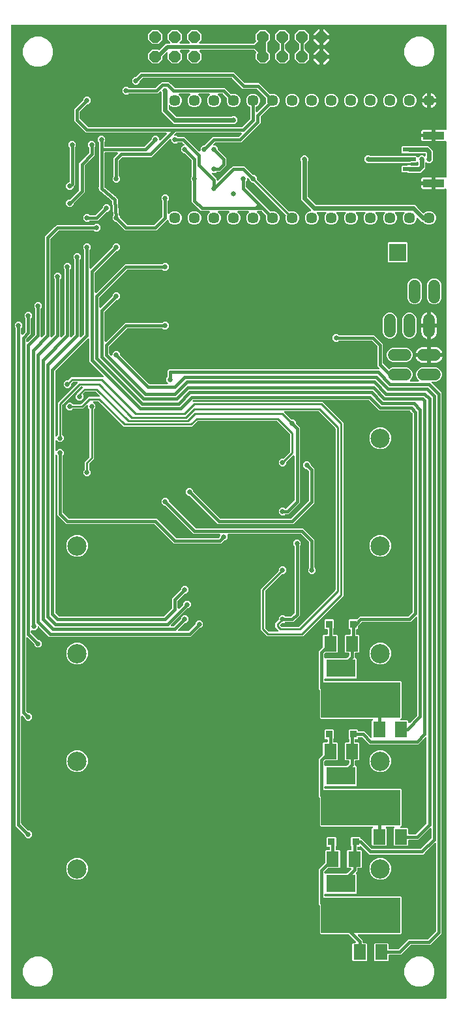
<source format=gbr>
G04 EAGLE Gerber RS-274X export*
G75*
%MOMM*%
%FSLAX34Y34*%
%LPD*%
%INBottom Copper*%
%IPPOS*%
%AMOC8*
5,1,8,0,0,1.08239X$1,22.5*%
G01*
%ADD10C,2.500000*%
%ADD11R,3.810000X2.320000*%
%ADD12R,9.650000X11.000000*%
%ADD13R,0.900000X0.950000*%
%ADD14R,1.600000X2.000000*%
%ADD15R,2.286000X2.286000*%
%ADD16P,1.649562X8X202.500000*%
%ADD17C,1.524000*%
%ADD18C,1.447800*%
%ADD19R,1.700000X0.600000*%
%ADD20R,2.700000X1.000000*%
%ADD21C,0.654800*%
%ADD22C,0.406400*%
%ADD23C,0.609600*%
%ADD24C,0.304800*%
%ADD25C,0.812800*%
%ADD26C,0.508000*%
%ADD27C,0.254000*%

G36*
X1202427Y561737D02*
X1202427Y561737D01*
X1202546Y561744D01*
X1202584Y561757D01*
X1202625Y561762D01*
X1202735Y561805D01*
X1202848Y561842D01*
X1202883Y561864D01*
X1202920Y561879D01*
X1203016Y561948D01*
X1203117Y562012D01*
X1203145Y562042D01*
X1203178Y562065D01*
X1203254Y562157D01*
X1203335Y562244D01*
X1203355Y562279D01*
X1203380Y562310D01*
X1203431Y562418D01*
X1203489Y562522D01*
X1203499Y562562D01*
X1203516Y562598D01*
X1203538Y562715D01*
X1203568Y562830D01*
X1203572Y562890D01*
X1203576Y562910D01*
X1203574Y562931D01*
X1203578Y562991D01*
X1203578Y1611566D01*
X1203562Y1611697D01*
X1203551Y1611829D01*
X1203542Y1611855D01*
X1203538Y1611881D01*
X1203490Y1612004D01*
X1203446Y1612129D01*
X1203431Y1612152D01*
X1203421Y1612177D01*
X1203344Y1612284D01*
X1203270Y1612394D01*
X1203250Y1612412D01*
X1203235Y1612434D01*
X1203132Y1612519D01*
X1203034Y1612607D01*
X1203010Y1612620D01*
X1202990Y1612637D01*
X1202870Y1612694D01*
X1202752Y1612755D01*
X1202726Y1612761D01*
X1202702Y1612773D01*
X1202572Y1612797D01*
X1202443Y1612828D01*
X1202416Y1612827D01*
X1202390Y1612832D01*
X1202257Y1612824D01*
X1202125Y1612822D01*
X1202099Y1612814D01*
X1202072Y1612813D01*
X1201946Y1612772D01*
X1201818Y1612736D01*
X1201784Y1612719D01*
X1201770Y1612715D01*
X1201751Y1612703D01*
X1201674Y1612665D01*
X1201618Y1612632D01*
X1200972Y1612459D01*
X1189637Y1612459D01*
X1189637Y1618770D01*
X1189622Y1618888D01*
X1189614Y1619007D01*
X1189602Y1619045D01*
X1189597Y1619085D01*
X1189553Y1619196D01*
X1189516Y1619309D01*
X1189495Y1619343D01*
X1189480Y1619381D01*
X1189410Y1619477D01*
X1189346Y1619578D01*
X1189317Y1619606D01*
X1189293Y1619638D01*
X1189201Y1619714D01*
X1189115Y1619796D01*
X1189079Y1619815D01*
X1189048Y1619841D01*
X1188940Y1619892D01*
X1188836Y1619949D01*
X1188797Y1619959D01*
X1188760Y1619977D01*
X1188654Y1619997D01*
X1188683Y1620001D01*
X1188794Y1620045D01*
X1188907Y1620081D01*
X1188941Y1620103D01*
X1188979Y1620118D01*
X1189075Y1620188D01*
X1189176Y1620251D01*
X1189203Y1620281D01*
X1189236Y1620305D01*
X1189312Y1620396D01*
X1189394Y1620483D01*
X1189413Y1620518D01*
X1189439Y1620550D01*
X1189490Y1620657D01*
X1189547Y1620762D01*
X1189557Y1620801D01*
X1189574Y1620837D01*
X1189597Y1620954D01*
X1189627Y1621070D01*
X1189630Y1621130D01*
X1189634Y1621150D01*
X1189633Y1621170D01*
X1189637Y1621230D01*
X1189637Y1627541D01*
X1200972Y1627541D01*
X1201618Y1627368D01*
X1201674Y1627335D01*
X1201797Y1627284D01*
X1201916Y1627227D01*
X1201943Y1627222D01*
X1201967Y1627212D01*
X1202099Y1627192D01*
X1202229Y1627168D01*
X1202255Y1627169D01*
X1202282Y1627165D01*
X1202414Y1627179D01*
X1202546Y1627187D01*
X1202571Y1627196D01*
X1202598Y1627198D01*
X1202723Y1627245D01*
X1202848Y1627285D01*
X1202871Y1627300D01*
X1202896Y1627309D01*
X1203005Y1627385D01*
X1203117Y1627456D01*
X1203136Y1627475D01*
X1203158Y1627490D01*
X1203244Y1627591D01*
X1203335Y1627687D01*
X1203348Y1627711D01*
X1203366Y1627731D01*
X1203425Y1627850D01*
X1203489Y1627966D01*
X1203495Y1627992D01*
X1203507Y1628016D01*
X1203535Y1628145D01*
X1203568Y1628274D01*
X1203570Y1628312D01*
X1203574Y1628327D01*
X1203573Y1628349D01*
X1203578Y1628434D01*
X1203578Y1673566D01*
X1203562Y1673697D01*
X1203551Y1673829D01*
X1203542Y1673855D01*
X1203538Y1673881D01*
X1203490Y1674004D01*
X1203446Y1674129D01*
X1203431Y1674152D01*
X1203421Y1674177D01*
X1203344Y1674284D01*
X1203270Y1674394D01*
X1203250Y1674412D01*
X1203235Y1674434D01*
X1203132Y1674519D01*
X1203034Y1674607D01*
X1203010Y1674620D01*
X1202990Y1674637D01*
X1202870Y1674694D01*
X1202752Y1674755D01*
X1202726Y1674761D01*
X1202702Y1674773D01*
X1202572Y1674797D01*
X1202443Y1674828D01*
X1202416Y1674827D01*
X1202390Y1674832D01*
X1202257Y1674824D01*
X1202125Y1674822D01*
X1202099Y1674814D01*
X1202072Y1674813D01*
X1201946Y1674772D01*
X1201818Y1674736D01*
X1201784Y1674719D01*
X1201770Y1674715D01*
X1201751Y1674703D01*
X1201674Y1674665D01*
X1201618Y1674632D01*
X1200972Y1674459D01*
X1189637Y1674459D01*
X1189637Y1680770D01*
X1189622Y1680888D01*
X1189614Y1681007D01*
X1189602Y1681045D01*
X1189597Y1681085D01*
X1189553Y1681196D01*
X1189516Y1681309D01*
X1189495Y1681343D01*
X1189480Y1681381D01*
X1189410Y1681477D01*
X1189346Y1681578D01*
X1189317Y1681606D01*
X1189293Y1681638D01*
X1189201Y1681714D01*
X1189115Y1681796D01*
X1189079Y1681815D01*
X1189048Y1681841D01*
X1188940Y1681892D01*
X1188836Y1681949D01*
X1188797Y1681959D01*
X1188760Y1681977D01*
X1188654Y1681997D01*
X1188683Y1682001D01*
X1188794Y1682045D01*
X1188907Y1682081D01*
X1188941Y1682103D01*
X1188979Y1682118D01*
X1189075Y1682188D01*
X1189176Y1682251D01*
X1189203Y1682281D01*
X1189236Y1682305D01*
X1189312Y1682396D01*
X1189394Y1682483D01*
X1189413Y1682518D01*
X1189439Y1682550D01*
X1189490Y1682657D01*
X1189547Y1682762D01*
X1189557Y1682801D01*
X1189574Y1682837D01*
X1189597Y1682954D01*
X1189627Y1683070D01*
X1189630Y1683130D01*
X1189634Y1683150D01*
X1189633Y1683170D01*
X1189637Y1683230D01*
X1189637Y1689541D01*
X1200972Y1689541D01*
X1201618Y1689368D01*
X1201674Y1689335D01*
X1201797Y1689284D01*
X1201916Y1689227D01*
X1201943Y1689222D01*
X1201967Y1689212D01*
X1202099Y1689192D01*
X1202229Y1689168D01*
X1202255Y1689169D01*
X1202282Y1689165D01*
X1202414Y1689179D01*
X1202546Y1689187D01*
X1202571Y1689196D01*
X1202598Y1689198D01*
X1202723Y1689245D01*
X1202848Y1689285D01*
X1202871Y1689300D01*
X1202896Y1689309D01*
X1203005Y1689385D01*
X1203117Y1689456D01*
X1203136Y1689475D01*
X1203158Y1689490D01*
X1203244Y1689591D01*
X1203335Y1689687D01*
X1203348Y1689711D01*
X1203366Y1689731D01*
X1203425Y1689850D01*
X1203489Y1689966D01*
X1203495Y1689992D01*
X1203507Y1690016D01*
X1203535Y1690145D01*
X1203568Y1690274D01*
X1203570Y1690312D01*
X1203574Y1690327D01*
X1203573Y1690349D01*
X1203578Y1690434D01*
X1203578Y1824609D01*
X1203563Y1824727D01*
X1203556Y1824846D01*
X1203543Y1824884D01*
X1203538Y1824925D01*
X1203495Y1825035D01*
X1203458Y1825148D01*
X1203436Y1825183D01*
X1203421Y1825220D01*
X1203352Y1825316D01*
X1203288Y1825417D01*
X1203258Y1825445D01*
X1203235Y1825478D01*
X1203143Y1825554D01*
X1203056Y1825635D01*
X1203021Y1825655D01*
X1202990Y1825680D01*
X1202882Y1825731D01*
X1202778Y1825789D01*
X1202738Y1825799D01*
X1202702Y1825816D01*
X1202585Y1825838D01*
X1202470Y1825868D01*
X1202410Y1825872D01*
X1202390Y1825876D01*
X1202369Y1825874D01*
X1202309Y1825878D01*
X639191Y1825878D01*
X639073Y1825863D01*
X638954Y1825856D01*
X638916Y1825843D01*
X638875Y1825838D01*
X638765Y1825795D01*
X638652Y1825758D01*
X638617Y1825736D01*
X638580Y1825721D01*
X638484Y1825652D01*
X638383Y1825588D01*
X638355Y1825558D01*
X638322Y1825535D01*
X638246Y1825443D01*
X638165Y1825356D01*
X638145Y1825321D01*
X638120Y1825290D01*
X638069Y1825182D01*
X638011Y1825078D01*
X638001Y1825038D01*
X637984Y1825002D01*
X637962Y1824885D01*
X637932Y1824770D01*
X637928Y1824710D01*
X637924Y1824690D01*
X637926Y1824669D01*
X637922Y1824609D01*
X637922Y562991D01*
X637937Y562873D01*
X637944Y562754D01*
X637957Y562716D01*
X637962Y562675D01*
X638005Y562565D01*
X638042Y562452D01*
X638064Y562417D01*
X638079Y562380D01*
X638148Y562284D01*
X638212Y562183D01*
X638242Y562155D01*
X638265Y562122D01*
X638357Y562046D01*
X638444Y561965D01*
X638479Y561945D01*
X638510Y561920D01*
X638618Y561869D01*
X638722Y561811D01*
X638762Y561801D01*
X638798Y561784D01*
X638915Y561762D01*
X639030Y561732D01*
X639090Y561728D01*
X639110Y561724D01*
X639131Y561726D01*
X639191Y561722D01*
X1202309Y561722D01*
X1202427Y561737D01*
G37*
%LPC*%
G36*
X1082268Y610775D02*
X1082268Y610775D01*
X1081375Y611668D01*
X1081375Y632932D01*
X1082268Y633825D01*
X1084981Y633825D01*
X1085119Y633842D01*
X1085257Y633855D01*
X1085277Y633862D01*
X1085297Y633865D01*
X1085426Y633916D01*
X1085557Y633963D01*
X1085574Y633974D01*
X1085592Y633982D01*
X1085705Y634063D01*
X1085820Y634141D01*
X1085833Y634157D01*
X1085850Y634168D01*
X1085938Y634276D01*
X1086030Y634380D01*
X1086040Y634398D01*
X1086052Y634413D01*
X1086112Y634539D01*
X1086175Y634663D01*
X1086179Y634683D01*
X1086188Y634701D01*
X1086214Y634837D01*
X1086245Y634973D01*
X1086244Y634994D01*
X1086248Y635013D01*
X1086239Y635152D01*
X1086235Y635291D01*
X1086229Y635311D01*
X1086228Y635331D01*
X1086185Y635463D01*
X1086147Y635597D01*
X1086136Y635614D01*
X1086130Y635633D01*
X1086056Y635751D01*
X1085985Y635871D01*
X1085966Y635892D01*
X1085960Y635902D01*
X1085945Y635916D01*
X1085879Y635991D01*
X1076829Y645042D01*
X1076750Y645102D01*
X1076678Y645170D01*
X1076625Y645199D01*
X1076577Y645236D01*
X1076486Y645276D01*
X1076400Y645324D01*
X1076341Y645339D01*
X1076285Y645363D01*
X1076187Y645378D01*
X1076092Y645403D01*
X1075992Y645409D01*
X1075971Y645413D01*
X1075959Y645411D01*
X1075931Y645413D01*
X1040453Y645413D01*
X1039113Y646753D01*
X1039113Y682531D01*
X1039101Y682629D01*
X1039098Y682728D01*
X1039081Y682787D01*
X1039073Y682847D01*
X1039037Y682939D01*
X1039009Y683034D01*
X1038979Y683086D01*
X1038956Y683142D01*
X1038898Y683222D01*
X1038848Y683308D01*
X1038782Y683383D01*
X1038770Y683400D01*
X1038760Y683407D01*
X1038741Y683429D01*
X1037843Y684327D01*
X1037843Y729848D01*
X1040299Y732303D01*
X1046079Y738083D01*
X1046139Y738162D01*
X1046207Y738234D01*
X1046236Y738287D01*
X1046273Y738335D01*
X1046313Y738426D01*
X1046361Y738512D01*
X1046376Y738571D01*
X1046400Y738627D01*
X1046415Y738725D01*
X1046440Y738820D01*
X1046446Y738920D01*
X1046450Y738941D01*
X1046448Y738953D01*
X1046450Y738981D01*
X1046450Y753582D01*
X1047343Y754475D01*
X1051149Y754475D01*
X1051267Y754490D01*
X1051386Y754497D01*
X1051424Y754510D01*
X1051465Y754515D01*
X1051575Y754558D01*
X1051688Y754595D01*
X1051723Y754617D01*
X1051760Y754632D01*
X1051856Y754701D01*
X1051957Y754765D01*
X1051985Y754795D01*
X1052018Y754818D01*
X1052094Y754910D01*
X1052175Y754997D01*
X1052195Y755032D01*
X1052220Y755063D01*
X1052271Y755171D01*
X1052329Y755275D01*
X1052339Y755315D01*
X1052356Y755351D01*
X1052378Y755468D01*
X1052408Y755583D01*
X1052412Y755643D01*
X1052416Y755663D01*
X1052414Y755684D01*
X1052418Y755744D01*
X1052418Y757631D01*
X1052403Y757749D01*
X1052396Y757868D01*
X1052383Y757906D01*
X1052378Y757947D01*
X1052335Y758057D01*
X1052298Y758170D01*
X1052276Y758205D01*
X1052261Y758242D01*
X1052192Y758338D01*
X1052128Y758439D01*
X1052098Y758467D01*
X1052075Y758500D01*
X1051983Y758576D01*
X1051896Y758657D01*
X1051861Y758677D01*
X1051830Y758702D01*
X1051722Y758753D01*
X1051618Y758811D01*
X1051578Y758821D01*
X1051542Y758838D01*
X1051425Y758860D01*
X1051310Y758890D01*
X1051250Y758894D01*
X1051230Y758898D01*
X1051209Y758896D01*
X1051149Y758900D01*
X1049093Y758900D01*
X1048200Y759793D01*
X1048200Y770557D01*
X1049093Y771450D01*
X1059357Y771450D01*
X1060250Y770557D01*
X1060250Y759793D01*
X1059903Y759447D01*
X1059843Y759369D01*
X1059775Y759297D01*
X1059746Y759244D01*
X1059709Y759196D01*
X1059669Y759105D01*
X1059621Y759018D01*
X1059606Y758960D01*
X1059582Y758904D01*
X1059567Y758806D01*
X1059542Y758710D01*
X1059536Y758610D01*
X1059532Y758590D01*
X1059534Y758578D01*
X1059532Y758550D01*
X1059532Y755744D01*
X1059547Y755626D01*
X1059554Y755507D01*
X1059567Y755469D01*
X1059572Y755428D01*
X1059615Y755318D01*
X1059652Y755205D01*
X1059674Y755170D01*
X1059689Y755133D01*
X1059758Y755037D01*
X1059822Y754936D01*
X1059852Y754908D01*
X1059875Y754875D01*
X1059967Y754799D01*
X1060054Y754718D01*
X1060089Y754698D01*
X1060120Y754673D01*
X1060228Y754622D01*
X1060332Y754564D01*
X1060372Y754554D01*
X1060408Y754537D01*
X1060525Y754515D01*
X1060640Y754485D01*
X1060700Y754481D01*
X1060720Y754477D01*
X1060741Y754479D01*
X1060801Y754475D01*
X1064607Y754475D01*
X1065500Y753582D01*
X1065500Y732318D01*
X1064607Y731425D01*
X1050006Y731425D01*
X1049908Y731413D01*
X1049809Y731410D01*
X1049751Y731393D01*
X1049690Y731385D01*
X1049598Y731349D01*
X1049503Y731321D01*
X1049451Y731291D01*
X1049395Y731268D01*
X1049315Y731210D01*
X1049229Y731160D01*
X1049154Y731094D01*
X1049137Y731082D01*
X1049130Y731072D01*
X1049108Y731054D01*
X1045328Y727274D01*
X1045268Y727195D01*
X1045200Y727123D01*
X1045171Y727070D01*
X1045134Y727022D01*
X1045094Y726931D01*
X1045046Y726845D01*
X1045031Y726786D01*
X1045007Y726730D01*
X1044992Y726632D01*
X1044967Y726537D01*
X1044961Y726437D01*
X1044957Y726416D01*
X1044959Y726404D01*
X1044957Y726376D01*
X1044957Y725527D01*
X1044974Y725390D01*
X1044987Y725251D01*
X1044994Y725232D01*
X1044997Y725212D01*
X1045048Y725083D01*
X1045095Y724951D01*
X1045106Y724935D01*
X1045114Y724916D01*
X1045195Y724804D01*
X1045274Y724688D01*
X1045289Y724675D01*
X1045300Y724659D01*
X1045408Y724570D01*
X1045512Y724478D01*
X1045530Y724469D01*
X1045545Y724456D01*
X1045671Y724397D01*
X1045795Y724333D01*
X1045815Y724329D01*
X1045833Y724320D01*
X1045970Y724294D01*
X1046106Y724264D01*
X1046126Y724264D01*
X1046145Y724261D01*
X1046284Y724269D01*
X1046424Y724273D01*
X1046443Y724279D01*
X1046463Y724280D01*
X1046595Y724323D01*
X1046601Y724325D01*
X1074069Y724325D01*
X1074167Y724337D01*
X1074266Y724340D01*
X1074324Y724357D01*
X1074385Y724365D01*
X1074477Y724401D01*
X1074572Y724429D01*
X1074624Y724459D01*
X1074680Y724482D01*
X1074760Y724540D01*
X1074846Y724590D01*
X1074921Y724656D01*
X1074938Y724668D01*
X1074945Y724678D01*
X1074967Y724696D01*
X1079529Y729259D01*
X1079614Y729368D01*
X1079702Y729475D01*
X1079711Y729494D01*
X1079724Y729510D01*
X1079779Y729638D01*
X1079838Y729763D01*
X1079842Y729783D01*
X1079850Y729802D01*
X1079872Y729940D01*
X1079898Y730076D01*
X1079897Y730096D01*
X1079900Y730116D01*
X1079887Y730255D01*
X1079878Y730393D01*
X1079872Y730412D01*
X1079870Y730432D01*
X1079823Y730564D01*
X1079780Y730695D01*
X1079769Y730713D01*
X1079762Y730732D01*
X1079684Y730847D01*
X1079610Y730964D01*
X1079595Y730978D01*
X1079584Y730995D01*
X1079479Y731087D01*
X1079378Y731182D01*
X1079361Y731192D01*
X1079345Y731205D01*
X1079221Y731269D01*
X1079100Y731336D01*
X1079080Y731341D01*
X1079062Y731350D01*
X1078926Y731380D01*
X1078792Y731415D01*
X1078764Y731417D01*
X1078752Y731420D01*
X1078731Y731419D01*
X1078631Y731425D01*
X1075343Y731425D01*
X1074450Y732318D01*
X1074450Y753582D01*
X1075343Y754475D01*
X1079149Y754475D01*
X1079267Y754490D01*
X1079386Y754497D01*
X1079424Y754510D01*
X1079465Y754515D01*
X1079575Y754558D01*
X1079688Y754595D01*
X1079723Y754617D01*
X1079760Y754632D01*
X1079856Y754701D01*
X1079957Y754765D01*
X1079985Y754795D01*
X1080018Y754818D01*
X1080094Y754910D01*
X1080175Y754997D01*
X1080195Y755032D01*
X1080220Y755063D01*
X1080271Y755171D01*
X1080329Y755275D01*
X1080339Y755315D01*
X1080356Y755351D01*
X1080378Y755468D01*
X1080408Y755583D01*
X1080412Y755643D01*
X1080416Y755663D01*
X1080414Y755684D01*
X1080418Y755744D01*
X1080418Y758550D01*
X1080406Y758648D01*
X1080403Y758747D01*
X1080386Y758805D01*
X1080378Y758865D01*
X1080342Y758957D01*
X1080314Y759052D01*
X1080284Y759105D01*
X1080261Y759161D01*
X1080203Y759241D01*
X1080153Y759326D01*
X1080087Y759402D01*
X1080075Y759418D01*
X1080065Y759426D01*
X1080047Y759447D01*
X1079700Y759793D01*
X1079700Y770557D01*
X1080593Y771450D01*
X1090857Y771450D01*
X1091750Y770557D01*
X1091750Y770001D01*
X1091765Y769883D01*
X1091772Y769764D01*
X1091785Y769726D01*
X1091790Y769685D01*
X1091833Y769575D01*
X1091870Y769462D01*
X1091892Y769427D01*
X1091907Y769390D01*
X1091976Y769294D01*
X1092040Y769193D01*
X1092070Y769165D01*
X1092093Y769132D01*
X1092185Y769056D01*
X1092272Y768975D01*
X1092307Y768955D01*
X1092338Y768930D01*
X1092446Y768879D01*
X1092550Y768821D01*
X1092590Y768811D01*
X1092626Y768794D01*
X1092743Y768772D01*
X1092858Y768742D01*
X1092918Y768738D01*
X1092938Y768734D01*
X1092959Y768736D01*
X1093019Y768732D01*
X1093673Y768732D01*
X1106001Y756403D01*
X1106080Y756343D01*
X1106152Y756275D01*
X1106205Y756246D01*
X1106253Y756209D01*
X1106344Y756169D01*
X1106430Y756121D01*
X1106489Y756106D01*
X1106545Y756082D01*
X1106643Y756067D01*
X1106738Y756042D01*
X1106838Y756036D01*
X1106859Y756032D01*
X1106871Y756034D01*
X1106899Y756032D01*
X1169576Y756032D01*
X1169674Y756044D01*
X1169773Y756047D01*
X1169831Y756064D01*
X1169892Y756072D01*
X1169984Y756108D01*
X1170079Y756136D01*
X1170131Y756166D01*
X1170187Y756189D01*
X1170267Y756247D01*
X1170353Y756297D01*
X1170428Y756363D01*
X1170445Y756375D01*
X1170452Y756385D01*
X1170474Y756403D01*
X1183522Y769451D01*
X1183582Y769530D01*
X1183650Y769602D01*
X1183679Y769655D01*
X1183716Y769703D01*
X1183756Y769794D01*
X1183804Y769880D01*
X1183819Y769939D01*
X1183843Y769995D01*
X1183858Y770093D01*
X1183883Y770188D01*
X1183889Y770288D01*
X1183893Y770309D01*
X1183891Y770321D01*
X1183893Y770349D01*
X1183893Y782099D01*
X1183876Y782237D01*
X1183863Y782375D01*
X1183856Y782395D01*
X1183853Y782415D01*
X1183802Y782544D01*
X1183755Y782675D01*
X1183744Y782692D01*
X1183736Y782710D01*
X1183655Y782822D01*
X1183577Y782938D01*
X1183561Y782951D01*
X1183550Y782968D01*
X1183442Y783056D01*
X1183338Y783148D01*
X1183320Y783158D01*
X1183305Y783170D01*
X1183179Y783230D01*
X1183055Y783293D01*
X1183035Y783297D01*
X1183017Y783306D01*
X1182881Y783332D01*
X1182745Y783363D01*
X1182724Y783362D01*
X1182705Y783366D01*
X1182566Y783357D01*
X1182427Y783353D01*
X1182407Y783347D01*
X1182387Y783346D01*
X1182255Y783303D01*
X1182121Y783265D01*
X1182104Y783254D01*
X1182085Y783248D01*
X1181967Y783173D01*
X1181847Y783103D01*
X1181826Y783084D01*
X1181816Y783078D01*
X1181802Y783063D01*
X1181727Y782997D01*
X1166698Y767968D01*
X1155094Y767968D01*
X1154976Y767953D01*
X1154857Y767946D01*
X1154819Y767933D01*
X1154778Y767928D01*
X1154668Y767885D01*
X1154555Y767848D01*
X1154520Y767826D01*
X1154483Y767811D01*
X1154387Y767742D01*
X1154286Y767678D01*
X1154258Y767648D01*
X1154225Y767625D01*
X1154149Y767533D01*
X1154068Y767446D01*
X1154048Y767411D01*
X1154023Y767380D01*
X1153972Y767272D01*
X1153914Y767168D01*
X1153904Y767128D01*
X1153887Y767092D01*
X1153865Y766975D01*
X1153835Y766860D01*
X1153831Y766800D01*
X1153827Y766780D01*
X1153829Y766759D01*
X1153825Y766699D01*
X1153825Y760893D01*
X1152932Y760000D01*
X1135668Y760000D01*
X1134775Y760893D01*
X1134775Y782157D01*
X1135565Y782947D01*
X1135650Y783055D01*
X1135739Y783163D01*
X1135748Y783182D01*
X1135760Y783198D01*
X1135815Y783325D01*
X1135875Y783451D01*
X1135878Y783471D01*
X1135887Y783490D01*
X1135908Y783628D01*
X1135934Y783764D01*
X1135933Y783784D01*
X1135936Y783804D01*
X1135923Y783943D01*
X1135915Y784081D01*
X1135908Y784100D01*
X1135907Y784120D01*
X1135859Y784252D01*
X1135817Y784383D01*
X1135806Y784401D01*
X1135799Y784420D01*
X1135721Y784535D01*
X1135646Y784652D01*
X1135632Y784666D01*
X1135620Y784683D01*
X1135516Y784775D01*
X1135415Y784870D01*
X1135397Y784880D01*
X1135382Y784893D01*
X1135258Y784956D01*
X1135136Y785024D01*
X1135117Y785029D01*
X1135099Y785038D01*
X1134963Y785068D01*
X1134828Y785103D01*
X1134800Y785105D01*
X1134788Y785108D01*
X1134768Y785107D01*
X1134668Y785113D01*
X1125932Y785113D01*
X1125794Y785096D01*
X1125656Y785083D01*
X1125637Y785076D01*
X1125617Y785073D01*
X1125488Y785022D01*
X1125357Y784975D01*
X1125340Y784964D01*
X1125321Y784956D01*
X1125209Y784875D01*
X1125093Y784797D01*
X1125080Y784781D01*
X1125064Y784770D01*
X1124975Y784662D01*
X1124883Y784558D01*
X1124874Y784540D01*
X1124861Y784525D01*
X1124802Y784399D01*
X1124738Y784275D01*
X1124734Y784255D01*
X1124725Y784237D01*
X1124699Y784100D01*
X1124669Y783965D01*
X1124669Y783944D01*
X1124666Y783925D01*
X1124674Y783786D01*
X1124678Y783647D01*
X1124684Y783627D01*
X1124685Y783607D01*
X1124728Y783475D01*
X1124767Y783341D01*
X1124777Y783324D01*
X1124783Y783305D01*
X1124858Y783187D01*
X1124928Y783067D01*
X1124947Y783046D01*
X1124954Y783036D01*
X1124957Y783033D01*
X1124957Y783032D01*
X1124970Y783021D01*
X1125035Y782947D01*
X1125825Y782157D01*
X1125825Y760893D01*
X1124932Y760000D01*
X1107668Y760000D01*
X1106775Y760893D01*
X1106775Y782157D01*
X1107565Y782947D01*
X1107650Y783055D01*
X1107739Y783163D01*
X1107748Y783182D01*
X1107760Y783198D01*
X1107815Y783325D01*
X1107875Y783451D01*
X1107878Y783471D01*
X1107887Y783490D01*
X1107908Y783628D01*
X1107934Y783764D01*
X1107933Y783784D01*
X1107936Y783804D01*
X1107923Y783943D01*
X1107915Y784081D01*
X1107908Y784100D01*
X1107907Y784120D01*
X1107859Y784252D01*
X1107817Y784383D01*
X1107806Y784401D01*
X1107799Y784420D01*
X1107721Y784535D01*
X1107646Y784652D01*
X1107632Y784666D01*
X1107620Y784683D01*
X1107516Y784775D01*
X1107415Y784870D01*
X1107397Y784880D01*
X1107382Y784893D01*
X1107258Y784956D01*
X1107136Y785024D01*
X1107117Y785029D01*
X1107099Y785038D01*
X1106963Y785068D01*
X1106828Y785103D01*
X1106800Y785105D01*
X1106788Y785108D01*
X1106768Y785107D01*
X1106668Y785113D01*
X1040453Y785113D01*
X1039113Y786453D01*
X1039113Y822231D01*
X1039101Y822329D01*
X1039098Y822428D01*
X1039081Y822486D01*
X1039073Y822547D01*
X1039037Y822639D01*
X1039009Y822734D01*
X1038979Y822786D01*
X1038956Y822842D01*
X1038898Y822922D01*
X1038848Y823008D01*
X1038782Y823083D01*
X1038770Y823100D01*
X1038760Y823107D01*
X1038742Y823129D01*
X1037843Y824027D01*
X1037843Y872723D01*
X1042904Y877783D01*
X1042964Y877862D01*
X1043032Y877934D01*
X1043061Y877987D01*
X1043098Y878035D01*
X1043138Y878126D01*
X1043186Y878212D01*
X1043201Y878271D01*
X1043225Y878327D01*
X1043240Y878425D01*
X1043265Y878520D01*
X1043271Y878620D01*
X1043275Y878641D01*
X1043273Y878653D01*
X1043275Y878681D01*
X1043275Y893282D01*
X1044168Y894175D01*
X1047974Y894175D01*
X1048092Y894190D01*
X1048211Y894197D01*
X1048249Y894210D01*
X1048290Y894215D01*
X1048400Y894258D01*
X1048513Y894295D01*
X1048548Y894317D01*
X1048585Y894332D01*
X1048681Y894401D01*
X1048782Y894465D01*
X1048810Y894495D01*
X1048843Y894518D01*
X1048919Y894610D01*
X1049000Y894697D01*
X1049020Y894732D01*
X1049045Y894763D01*
X1049096Y894871D01*
X1049154Y894975D01*
X1049164Y895015D01*
X1049181Y895051D01*
X1049203Y895168D01*
X1049233Y895283D01*
X1049237Y895343D01*
X1049241Y895363D01*
X1049239Y895384D01*
X1049243Y895444D01*
X1049243Y897331D01*
X1049228Y897449D01*
X1049221Y897568D01*
X1049208Y897606D01*
X1049203Y897647D01*
X1049160Y897757D01*
X1049123Y897870D01*
X1049101Y897905D01*
X1049086Y897942D01*
X1049017Y898038D01*
X1048953Y898139D01*
X1048923Y898167D01*
X1048900Y898200D01*
X1048808Y898276D01*
X1048721Y898357D01*
X1048686Y898377D01*
X1048655Y898402D01*
X1048547Y898453D01*
X1048443Y898511D01*
X1048403Y898521D01*
X1048367Y898538D01*
X1048250Y898560D01*
X1048135Y898590D01*
X1048075Y898594D01*
X1048055Y898598D01*
X1048034Y898596D01*
X1047974Y898600D01*
X1045918Y898600D01*
X1045025Y899493D01*
X1045025Y910257D01*
X1045918Y911150D01*
X1056182Y911150D01*
X1057075Y910257D01*
X1057075Y899493D01*
X1056728Y899147D01*
X1056668Y899069D01*
X1056600Y898997D01*
X1056571Y898944D01*
X1056534Y898896D01*
X1056494Y898805D01*
X1056446Y898718D01*
X1056431Y898660D01*
X1056407Y898604D01*
X1056392Y898506D01*
X1056367Y898410D01*
X1056361Y898310D01*
X1056357Y898290D01*
X1056359Y898278D01*
X1056357Y898250D01*
X1056357Y895444D01*
X1056372Y895326D01*
X1056379Y895207D01*
X1056392Y895169D01*
X1056397Y895128D01*
X1056440Y895018D01*
X1056477Y894905D01*
X1056499Y894870D01*
X1056514Y894833D01*
X1056583Y894737D01*
X1056647Y894636D01*
X1056677Y894608D01*
X1056700Y894575D01*
X1056792Y894499D01*
X1056879Y894418D01*
X1056914Y894398D01*
X1056945Y894373D01*
X1057053Y894322D01*
X1057157Y894264D01*
X1057197Y894254D01*
X1057233Y894237D01*
X1057350Y894215D01*
X1057465Y894185D01*
X1057525Y894181D01*
X1057545Y894177D01*
X1057566Y894179D01*
X1057626Y894175D01*
X1061432Y894175D01*
X1062325Y893282D01*
X1062325Y872018D01*
X1061432Y871125D01*
X1046831Y871125D01*
X1046733Y871113D01*
X1046634Y871110D01*
X1046576Y871093D01*
X1046515Y871085D01*
X1046423Y871049D01*
X1046328Y871021D01*
X1046276Y870991D01*
X1046220Y870968D01*
X1046140Y870910D01*
X1046054Y870860D01*
X1045979Y870794D01*
X1045962Y870782D01*
X1045955Y870772D01*
X1045933Y870754D01*
X1045328Y870149D01*
X1045268Y870070D01*
X1045200Y869998D01*
X1045171Y869945D01*
X1045134Y869897D01*
X1045094Y869806D01*
X1045046Y869720D01*
X1045031Y869661D01*
X1045007Y869605D01*
X1044992Y869507D01*
X1044967Y869412D01*
X1044961Y869312D01*
X1044957Y869291D01*
X1044959Y869279D01*
X1044957Y869251D01*
X1044957Y865227D01*
X1044974Y865090D01*
X1044987Y864951D01*
X1044994Y864932D01*
X1044997Y864912D01*
X1045048Y864783D01*
X1045095Y864651D01*
X1045106Y864635D01*
X1045114Y864616D01*
X1045195Y864504D01*
X1045274Y864388D01*
X1045289Y864375D01*
X1045300Y864359D01*
X1045408Y864270D01*
X1045512Y864178D01*
X1045530Y864169D01*
X1045545Y864156D01*
X1045671Y864097D01*
X1045795Y864033D01*
X1045815Y864029D01*
X1045833Y864020D01*
X1045970Y863994D01*
X1046106Y863964D01*
X1046126Y863964D01*
X1046145Y863961D01*
X1046284Y863969D01*
X1046424Y863973D01*
X1046443Y863979D01*
X1046463Y863980D01*
X1046595Y864023D01*
X1046601Y864025D01*
X1074069Y864025D01*
X1074167Y864037D01*
X1074266Y864040D01*
X1074324Y864057D01*
X1074385Y864065D01*
X1074477Y864101D01*
X1074572Y864129D01*
X1074624Y864159D01*
X1074680Y864182D01*
X1074760Y864240D01*
X1074846Y864290D01*
X1074921Y864356D01*
X1074938Y864368D01*
X1074945Y864378D01*
X1074967Y864396D01*
X1076872Y866301D01*
X1076932Y866380D01*
X1077000Y866452D01*
X1077029Y866505D01*
X1077066Y866553D01*
X1077106Y866644D01*
X1077154Y866730D01*
X1077169Y866789D01*
X1077193Y866845D01*
X1077208Y866943D01*
X1077233Y867038D01*
X1077239Y867138D01*
X1077243Y867159D01*
X1077241Y867171D01*
X1077243Y867199D01*
X1077243Y869856D01*
X1077228Y869974D01*
X1077221Y870093D01*
X1077208Y870131D01*
X1077203Y870172D01*
X1077160Y870282D01*
X1077123Y870395D01*
X1077101Y870430D01*
X1077086Y870467D01*
X1077017Y870563D01*
X1076953Y870664D01*
X1076923Y870692D01*
X1076900Y870725D01*
X1076808Y870801D01*
X1076721Y870882D01*
X1076686Y870902D01*
X1076655Y870927D01*
X1076547Y870978D01*
X1076443Y871036D01*
X1076403Y871046D01*
X1076367Y871063D01*
X1076250Y871085D01*
X1076135Y871115D01*
X1076075Y871119D01*
X1076055Y871123D01*
X1076034Y871121D01*
X1075974Y871125D01*
X1072168Y871125D01*
X1071275Y872018D01*
X1071275Y893282D01*
X1072168Y894175D01*
X1075974Y894175D01*
X1076092Y894190D01*
X1076211Y894197D01*
X1076249Y894210D01*
X1076290Y894215D01*
X1076400Y894258D01*
X1076513Y894295D01*
X1076548Y894317D01*
X1076585Y894332D01*
X1076681Y894401D01*
X1076782Y894465D01*
X1076810Y894495D01*
X1076843Y894518D01*
X1076919Y894610D01*
X1077000Y894697D01*
X1077020Y894732D01*
X1077045Y894763D01*
X1077096Y894871D01*
X1077154Y894975D01*
X1077164Y895015D01*
X1077181Y895051D01*
X1077203Y895168D01*
X1077233Y895283D01*
X1077237Y895343D01*
X1077241Y895363D01*
X1077239Y895384D01*
X1077243Y895444D01*
X1077243Y898250D01*
X1077231Y898348D01*
X1077228Y898447D01*
X1077211Y898505D01*
X1077203Y898565D01*
X1077167Y898657D01*
X1077139Y898752D01*
X1077109Y898805D01*
X1077086Y898861D01*
X1077028Y898941D01*
X1076978Y899026D01*
X1076912Y899102D01*
X1076900Y899118D01*
X1076890Y899126D01*
X1076872Y899147D01*
X1076525Y899493D01*
X1076525Y910257D01*
X1077418Y911150D01*
X1087682Y911150D01*
X1088575Y910257D01*
X1088575Y909701D01*
X1088590Y909583D01*
X1088597Y909464D01*
X1088610Y909426D01*
X1088615Y909385D01*
X1088658Y909275D01*
X1088695Y909162D01*
X1088717Y909127D01*
X1088732Y909090D01*
X1088801Y908994D01*
X1088865Y908893D01*
X1088895Y908865D01*
X1088918Y908832D01*
X1089010Y908756D01*
X1089097Y908675D01*
X1089132Y908655D01*
X1089163Y908630D01*
X1089271Y908579D01*
X1089375Y908521D01*
X1089415Y908511D01*
X1089451Y908494D01*
X1089568Y908472D01*
X1089683Y908442D01*
X1089743Y908438D01*
X1089763Y908434D01*
X1089784Y908436D01*
X1089844Y908432D01*
X1096848Y908432D01*
X1099303Y905976D01*
X1104609Y900671D01*
X1104718Y900586D01*
X1104825Y900498D01*
X1104844Y900489D01*
X1104860Y900476D01*
X1104988Y900421D01*
X1105113Y900362D01*
X1105133Y900358D01*
X1105152Y900350D01*
X1105290Y900328D01*
X1105426Y900302D01*
X1105446Y900303D01*
X1105466Y900300D01*
X1105605Y900313D01*
X1105743Y900322D01*
X1105762Y900328D01*
X1105782Y900330D01*
X1105914Y900377D01*
X1106045Y900420D01*
X1106063Y900431D01*
X1106082Y900438D01*
X1106197Y900516D01*
X1106314Y900590D01*
X1106328Y900605D01*
X1106345Y900616D01*
X1106437Y900721D01*
X1106532Y900822D01*
X1106542Y900839D01*
X1106555Y900855D01*
X1106619Y900979D01*
X1106686Y901100D01*
X1106691Y901120D01*
X1106700Y901138D01*
X1106730Y901274D01*
X1106765Y901408D01*
X1106767Y901436D01*
X1106770Y901448D01*
X1106769Y901469D01*
X1106775Y901569D01*
X1106775Y921857D01*
X1107565Y922647D01*
X1107650Y922755D01*
X1107739Y922863D01*
X1107748Y922882D01*
X1107760Y922898D01*
X1107815Y923025D01*
X1107875Y923151D01*
X1107878Y923171D01*
X1107887Y923190D01*
X1107908Y923328D01*
X1107934Y923464D01*
X1107933Y923484D01*
X1107936Y923504D01*
X1107923Y923643D01*
X1107915Y923781D01*
X1107908Y923800D01*
X1107907Y923820D01*
X1107859Y923952D01*
X1107817Y924083D01*
X1107806Y924101D01*
X1107799Y924120D01*
X1107721Y924235D01*
X1107646Y924352D01*
X1107632Y924366D01*
X1107620Y924383D01*
X1107516Y924475D01*
X1107415Y924570D01*
X1107397Y924580D01*
X1107382Y924593D01*
X1107258Y924656D01*
X1107136Y924724D01*
X1107117Y924729D01*
X1107099Y924738D01*
X1106963Y924768D01*
X1106828Y924803D01*
X1106800Y924805D01*
X1106788Y924808D01*
X1106768Y924807D01*
X1106668Y924813D01*
X1040453Y924813D01*
X1039113Y926153D01*
X1039113Y961631D01*
X1039101Y961729D01*
X1039098Y961828D01*
X1039081Y961886D01*
X1039073Y961947D01*
X1039037Y962039D01*
X1039009Y962134D01*
X1038979Y962186D01*
X1038956Y962242D01*
X1038898Y962322D01*
X1038848Y962408D01*
X1038782Y962483D01*
X1038770Y962500D01*
X1038760Y962507D01*
X1038742Y962529D01*
X1037843Y963427D01*
X1037843Y1012423D01*
X1040299Y1014878D01*
X1042904Y1017483D01*
X1042964Y1017562D01*
X1043032Y1017634D01*
X1043061Y1017687D01*
X1043098Y1017735D01*
X1043138Y1017826D01*
X1043186Y1017912D01*
X1043201Y1017971D01*
X1043225Y1018027D01*
X1043240Y1018125D01*
X1043265Y1018220D01*
X1043271Y1018320D01*
X1043275Y1018341D01*
X1043273Y1018353D01*
X1043275Y1018381D01*
X1043275Y1032982D01*
X1044168Y1033875D01*
X1047974Y1033875D01*
X1048092Y1033890D01*
X1048211Y1033897D01*
X1048249Y1033910D01*
X1048290Y1033915D01*
X1048400Y1033958D01*
X1048513Y1033995D01*
X1048548Y1034017D01*
X1048585Y1034032D01*
X1048681Y1034101D01*
X1048782Y1034165D01*
X1048810Y1034195D01*
X1048843Y1034218D01*
X1048919Y1034310D01*
X1049000Y1034397D01*
X1049020Y1034432D01*
X1049045Y1034463D01*
X1049096Y1034571D01*
X1049154Y1034675D01*
X1049164Y1034715D01*
X1049181Y1034751D01*
X1049203Y1034868D01*
X1049233Y1034983D01*
X1049237Y1035043D01*
X1049241Y1035063D01*
X1049240Y1035070D01*
X1049241Y1035071D01*
X1049240Y1035088D01*
X1049243Y1035144D01*
X1049243Y1040206D01*
X1049228Y1040324D01*
X1049221Y1040443D01*
X1049208Y1040481D01*
X1049203Y1040522D01*
X1049160Y1040632D01*
X1049123Y1040745D01*
X1049101Y1040780D01*
X1049086Y1040817D01*
X1049017Y1040913D01*
X1048953Y1041014D01*
X1048923Y1041042D01*
X1048900Y1041075D01*
X1048808Y1041151D01*
X1048721Y1041232D01*
X1048686Y1041252D01*
X1048655Y1041277D01*
X1048547Y1041328D01*
X1048443Y1041386D01*
X1048403Y1041396D01*
X1048367Y1041413D01*
X1048250Y1041435D01*
X1048135Y1041465D01*
X1048075Y1041469D01*
X1048055Y1041473D01*
X1048034Y1041471D01*
X1047974Y1041475D01*
X1045918Y1041475D01*
X1045025Y1042368D01*
X1045025Y1053132D01*
X1045918Y1054025D01*
X1056182Y1054025D01*
X1057075Y1053132D01*
X1057075Y1042368D01*
X1056728Y1042022D01*
X1056668Y1041944D01*
X1056600Y1041872D01*
X1056571Y1041819D01*
X1056534Y1041771D01*
X1056494Y1041680D01*
X1056446Y1041593D01*
X1056431Y1041535D01*
X1056407Y1041479D01*
X1056392Y1041381D01*
X1056367Y1041285D01*
X1056361Y1041185D01*
X1056357Y1041165D01*
X1056359Y1041153D01*
X1056357Y1041125D01*
X1056357Y1035144D01*
X1056372Y1035026D01*
X1056379Y1034907D01*
X1056392Y1034869D01*
X1056397Y1034828D01*
X1056440Y1034718D01*
X1056477Y1034605D01*
X1056499Y1034570D01*
X1056514Y1034533D01*
X1056583Y1034437D01*
X1056647Y1034336D01*
X1056677Y1034308D01*
X1056700Y1034275D01*
X1056792Y1034199D01*
X1056879Y1034118D01*
X1056914Y1034098D01*
X1056945Y1034073D01*
X1057053Y1034022D01*
X1057157Y1033964D01*
X1057197Y1033954D01*
X1057233Y1033937D01*
X1057350Y1033915D01*
X1057465Y1033885D01*
X1057525Y1033881D01*
X1057545Y1033877D01*
X1057566Y1033879D01*
X1057626Y1033875D01*
X1061432Y1033875D01*
X1062325Y1032982D01*
X1062325Y1011718D01*
X1061432Y1010825D01*
X1046831Y1010825D01*
X1046733Y1010813D01*
X1046634Y1010810D01*
X1046576Y1010793D01*
X1046515Y1010785D01*
X1046423Y1010749D01*
X1046328Y1010721D01*
X1046276Y1010691D01*
X1046220Y1010668D01*
X1046140Y1010610D01*
X1046054Y1010560D01*
X1045979Y1010494D01*
X1045962Y1010482D01*
X1045955Y1010472D01*
X1045933Y1010453D01*
X1045328Y1009848D01*
X1045268Y1009770D01*
X1045200Y1009698D01*
X1045171Y1009645D01*
X1045134Y1009597D01*
X1045094Y1009506D01*
X1045046Y1009420D01*
X1045031Y1009361D01*
X1045007Y1009305D01*
X1044992Y1009207D01*
X1044967Y1009112D01*
X1044961Y1009012D01*
X1044957Y1008991D01*
X1044959Y1008979D01*
X1044957Y1008951D01*
X1044957Y1004927D01*
X1044974Y1004790D01*
X1044987Y1004651D01*
X1044994Y1004632D01*
X1044997Y1004612D01*
X1045048Y1004483D01*
X1045095Y1004351D01*
X1045106Y1004335D01*
X1045114Y1004316D01*
X1045195Y1004204D01*
X1045274Y1004088D01*
X1045289Y1004075D01*
X1045300Y1004059D01*
X1045408Y1003970D01*
X1045512Y1003878D01*
X1045530Y1003869D01*
X1045545Y1003856D01*
X1045671Y1003797D01*
X1045795Y1003733D01*
X1045815Y1003729D01*
X1045833Y1003720D01*
X1045970Y1003694D01*
X1046106Y1003664D01*
X1046126Y1003664D01*
X1046145Y1003661D01*
X1046284Y1003669D01*
X1046424Y1003673D01*
X1046443Y1003679D01*
X1046463Y1003680D01*
X1046595Y1003723D01*
X1046601Y1003725D01*
X1074069Y1003725D01*
X1074167Y1003737D01*
X1074266Y1003740D01*
X1074324Y1003757D01*
X1074385Y1003765D01*
X1074477Y1003801D01*
X1074572Y1003829D01*
X1074624Y1003859D01*
X1074680Y1003882D01*
X1074760Y1003940D01*
X1074846Y1003990D01*
X1074921Y1004056D01*
X1074938Y1004068D01*
X1074945Y1004078D01*
X1074967Y1004096D01*
X1076872Y1006001D01*
X1076932Y1006080D01*
X1077000Y1006152D01*
X1077029Y1006205D01*
X1077066Y1006253D01*
X1077106Y1006344D01*
X1077154Y1006430D01*
X1077169Y1006489D01*
X1077193Y1006545D01*
X1077208Y1006643D01*
X1077233Y1006738D01*
X1077239Y1006838D01*
X1077243Y1006859D01*
X1077241Y1006871D01*
X1077243Y1006899D01*
X1077243Y1009556D01*
X1077228Y1009674D01*
X1077221Y1009793D01*
X1077208Y1009831D01*
X1077203Y1009872D01*
X1077160Y1009982D01*
X1077123Y1010095D01*
X1077101Y1010130D01*
X1077086Y1010167D01*
X1077017Y1010263D01*
X1076953Y1010364D01*
X1076923Y1010392D01*
X1076900Y1010425D01*
X1076808Y1010501D01*
X1076721Y1010582D01*
X1076686Y1010602D01*
X1076655Y1010627D01*
X1076547Y1010678D01*
X1076443Y1010736D01*
X1076403Y1010746D01*
X1076367Y1010763D01*
X1076250Y1010785D01*
X1076135Y1010815D01*
X1076075Y1010819D01*
X1076055Y1010823D01*
X1076034Y1010821D01*
X1075974Y1010825D01*
X1072168Y1010825D01*
X1071275Y1011718D01*
X1071275Y1032982D01*
X1072168Y1033875D01*
X1077724Y1033875D01*
X1077842Y1033890D01*
X1077961Y1033897D01*
X1077999Y1033910D01*
X1078040Y1033915D01*
X1078150Y1033958D01*
X1078263Y1033995D01*
X1078298Y1034017D01*
X1078335Y1034032D01*
X1078431Y1034101D01*
X1078532Y1034165D01*
X1078560Y1034195D01*
X1078593Y1034218D01*
X1078669Y1034310D01*
X1078750Y1034397D01*
X1078770Y1034432D01*
X1078795Y1034463D01*
X1078846Y1034571D01*
X1078904Y1034675D01*
X1078914Y1034715D01*
X1078931Y1034751D01*
X1078953Y1034868D01*
X1078983Y1034983D01*
X1078987Y1035043D01*
X1078991Y1035063D01*
X1078990Y1035070D01*
X1078991Y1035071D01*
X1078990Y1035088D01*
X1078993Y1035144D01*
X1078993Y1040206D01*
X1078978Y1040324D01*
X1078971Y1040443D01*
X1078958Y1040481D01*
X1078953Y1040522D01*
X1078910Y1040632D01*
X1078873Y1040745D01*
X1078851Y1040780D01*
X1078836Y1040817D01*
X1078767Y1040913D01*
X1078703Y1041014D01*
X1078673Y1041042D01*
X1078650Y1041075D01*
X1078558Y1041151D01*
X1078471Y1041232D01*
X1078436Y1041252D01*
X1078405Y1041277D01*
X1078297Y1041328D01*
X1078193Y1041386D01*
X1078153Y1041396D01*
X1078117Y1041413D01*
X1078000Y1041435D01*
X1077885Y1041465D01*
X1077825Y1041469D01*
X1077805Y1041473D01*
X1077784Y1041471D01*
X1077724Y1041475D01*
X1077418Y1041475D01*
X1076525Y1042368D01*
X1076525Y1053132D01*
X1077418Y1054025D01*
X1086569Y1054025D01*
X1086667Y1054037D01*
X1086766Y1054040D01*
X1086824Y1054057D01*
X1086885Y1054065D01*
X1086977Y1054101D01*
X1087072Y1054129D01*
X1087124Y1054159D01*
X1087180Y1054182D01*
X1087260Y1054240D01*
X1087346Y1054290D01*
X1087421Y1054356D01*
X1087438Y1054368D01*
X1087445Y1054378D01*
X1087467Y1054396D01*
X1090727Y1057657D01*
X1153701Y1057657D01*
X1153799Y1057669D01*
X1153898Y1057672D01*
X1153956Y1057689D01*
X1154017Y1057697D01*
X1154109Y1057733D01*
X1154204Y1057761D01*
X1154256Y1057791D01*
X1154312Y1057814D01*
X1154392Y1057872D01*
X1154478Y1057922D01*
X1154553Y1057988D01*
X1154570Y1058000D01*
X1154577Y1058010D01*
X1154599Y1058028D01*
X1159138Y1062567D01*
X1159198Y1062646D01*
X1159266Y1062718D01*
X1159295Y1062771D01*
X1159332Y1062819D01*
X1159372Y1062910D01*
X1159420Y1062996D01*
X1159435Y1063055D01*
X1159459Y1063111D01*
X1159474Y1063209D01*
X1159499Y1063304D01*
X1159505Y1063404D01*
X1159509Y1063425D01*
X1159507Y1063437D01*
X1159509Y1063465D01*
X1159509Y1320960D01*
X1159497Y1321058D01*
X1159494Y1321157D01*
X1159477Y1321215D01*
X1159469Y1321276D01*
X1159433Y1321368D01*
X1159405Y1321463D01*
X1159375Y1321515D01*
X1159352Y1321571D01*
X1159294Y1321651D01*
X1159244Y1321737D01*
X1159178Y1321812D01*
X1159166Y1321829D01*
X1159156Y1321836D01*
X1159138Y1321858D01*
X1156504Y1324492D01*
X1156425Y1324552D01*
X1156353Y1324620D01*
X1156300Y1324649D01*
X1156252Y1324686D01*
X1156161Y1324726D01*
X1156075Y1324774D01*
X1156016Y1324789D01*
X1155960Y1324813D01*
X1155862Y1324828D01*
X1155767Y1324853D01*
X1155667Y1324859D01*
X1155646Y1324863D01*
X1155634Y1324861D01*
X1155606Y1324863D01*
X1116201Y1324863D01*
X1102596Y1338469D01*
X1102517Y1338530D01*
X1102445Y1338598D01*
X1102392Y1338627D01*
X1102344Y1338664D01*
X1102254Y1338703D01*
X1102167Y1338751D01*
X1102108Y1338766D01*
X1102053Y1338790D01*
X1101955Y1338806D01*
X1101859Y1338830D01*
X1101759Y1338837D01*
X1101739Y1338840D01*
X1101726Y1338839D01*
X1101698Y1338841D01*
X874960Y1338841D01*
X874863Y1338828D01*
X874765Y1338826D01*
X874705Y1338809D01*
X874644Y1338801D01*
X874553Y1338765D01*
X874459Y1338738D01*
X874406Y1338707D01*
X874348Y1338684D01*
X874269Y1338626D01*
X874185Y1338577D01*
X874107Y1338509D01*
X874091Y1338497D01*
X874087Y1338492D01*
X874084Y1338490D01*
X874079Y1338484D01*
X874064Y1338471D01*
X874056Y1338463D01*
X873970Y1338353D01*
X873881Y1338245D01*
X873873Y1338227D01*
X873861Y1338212D01*
X873805Y1338084D01*
X873745Y1337957D01*
X873742Y1337938D01*
X873734Y1337921D01*
X873712Y1337782D01*
X873685Y1337644D01*
X873687Y1337626D01*
X873684Y1337607D01*
X873696Y1337467D01*
X873705Y1337327D01*
X873711Y1337309D01*
X873713Y1337290D01*
X873760Y1337158D01*
X873803Y1337025D01*
X873813Y1337009D01*
X873820Y1336991D01*
X873898Y1336874D01*
X873973Y1336756D01*
X873987Y1336743D01*
X873998Y1336727D01*
X874103Y1336634D01*
X874205Y1336538D01*
X874222Y1336529D01*
X874236Y1336516D01*
X874361Y1336452D01*
X874483Y1336384D01*
X874502Y1336380D01*
X874519Y1336371D01*
X874656Y1336340D01*
X874791Y1336305D01*
X874818Y1336303D01*
X874829Y1336301D01*
X874849Y1336301D01*
X874952Y1336295D01*
X1042558Y1336295D01*
X1069595Y1309258D01*
X1069595Y1084692D01*
X1017158Y1032255D01*
X970392Y1032255D01*
X962405Y1040242D01*
X962405Y1093358D01*
X985430Y1116382D01*
X985490Y1116460D01*
X985558Y1116532D01*
X985587Y1116585D01*
X985624Y1116633D01*
X985664Y1116724D01*
X985712Y1116811D01*
X985727Y1116869D01*
X985751Y1116925D01*
X985766Y1117023D01*
X985791Y1117119D01*
X985797Y1117219D01*
X985801Y1117239D01*
X985799Y1117251D01*
X985801Y1117279D01*
X985801Y1119588D01*
X988612Y1122399D01*
X992588Y1122399D01*
X995399Y1119588D01*
X995399Y1115612D01*
X992588Y1112801D01*
X990279Y1112801D01*
X990181Y1112789D01*
X990082Y1112786D01*
X990024Y1112769D01*
X989964Y1112761D01*
X989872Y1112725D01*
X989777Y1112697D01*
X989724Y1112667D01*
X989668Y1112644D01*
X989588Y1112586D01*
X989503Y1112536D01*
X989427Y1112470D01*
X989411Y1112458D01*
X989403Y1112448D01*
X989382Y1112430D01*
X968366Y1091414D01*
X968306Y1091336D01*
X968238Y1091264D01*
X968209Y1091211D01*
X968172Y1091163D01*
X968132Y1091072D01*
X968084Y1090985D01*
X968069Y1090927D01*
X968045Y1090871D01*
X968030Y1090773D01*
X968005Y1090677D01*
X967999Y1090577D01*
X967995Y1090557D01*
X967997Y1090545D01*
X967995Y1090517D01*
X967995Y1043083D01*
X968007Y1042985D01*
X968010Y1042886D01*
X968027Y1042828D01*
X968035Y1042768D01*
X968071Y1042676D01*
X968099Y1042581D01*
X968129Y1042528D01*
X968152Y1042472D01*
X968210Y1042392D01*
X968260Y1042307D01*
X968326Y1042231D01*
X968338Y1042215D01*
X968348Y1042207D01*
X968366Y1042186D01*
X972336Y1038216D01*
X972414Y1038156D01*
X972486Y1038088D01*
X972539Y1038059D01*
X972587Y1038022D01*
X972678Y1037982D01*
X972765Y1037934D01*
X972823Y1037919D01*
X972879Y1037895D01*
X972977Y1037880D01*
X973073Y1037855D01*
X973173Y1037849D01*
X973193Y1037845D01*
X973205Y1037847D01*
X973233Y1037845D01*
X983964Y1037845D01*
X984102Y1037862D01*
X984240Y1037875D01*
X984259Y1037882D01*
X984279Y1037885D01*
X984409Y1037936D01*
X984539Y1037983D01*
X984556Y1037994D01*
X984575Y1038002D01*
X984687Y1038083D01*
X984802Y1038161D01*
X984816Y1038177D01*
X984832Y1038188D01*
X984921Y1038296D01*
X985013Y1038400D01*
X985022Y1038418D01*
X985035Y1038433D01*
X985094Y1038559D01*
X985158Y1038683D01*
X985162Y1038703D01*
X985171Y1038721D01*
X985197Y1038857D01*
X985227Y1038993D01*
X985227Y1039014D01*
X985230Y1039033D01*
X985222Y1039172D01*
X985218Y1039311D01*
X985212Y1039331D01*
X985211Y1039351D01*
X985168Y1039483D01*
X985129Y1039617D01*
X985119Y1039634D01*
X985113Y1039653D01*
X985038Y1039771D01*
X984968Y1039891D01*
X984949Y1039912D01*
X984942Y1039922D01*
X984928Y1039936D01*
X984861Y1040012D01*
X984259Y1040614D01*
X981455Y1043417D01*
X981455Y1048908D01*
X985430Y1052882D01*
X985490Y1052960D01*
X985558Y1053032D01*
X985587Y1053085D01*
X985624Y1053133D01*
X985664Y1053224D01*
X985712Y1053311D01*
X985727Y1053369D01*
X985751Y1053425D01*
X985766Y1053523D01*
X985791Y1053619D01*
X985797Y1053719D01*
X985801Y1053739D01*
X985799Y1053751D01*
X985801Y1053779D01*
X985801Y1056088D01*
X988612Y1058899D01*
X992588Y1058899D01*
X993458Y1058028D01*
X993536Y1057968D01*
X993608Y1057900D01*
X993661Y1057871D01*
X993709Y1057834D01*
X993800Y1057794D01*
X993887Y1057746D01*
X993945Y1057731D01*
X994001Y1057707D01*
X994099Y1057692D01*
X994195Y1057667D01*
X994295Y1057661D01*
X994315Y1057657D01*
X994327Y1057659D01*
X994355Y1057657D01*
X1001301Y1057657D01*
X1001399Y1057669D01*
X1001498Y1057672D01*
X1001556Y1057689D01*
X1001617Y1057697D01*
X1001709Y1057733D01*
X1001804Y1057761D01*
X1001856Y1057791D01*
X1001912Y1057814D01*
X1001992Y1057872D01*
X1002078Y1057922D01*
X1002153Y1057988D01*
X1002170Y1058000D01*
X1002177Y1058010D01*
X1002199Y1058028D01*
X1005722Y1061551D01*
X1005782Y1061630D01*
X1005850Y1061702D01*
X1005879Y1061755D01*
X1005916Y1061803D01*
X1005956Y1061894D01*
X1006004Y1061980D01*
X1006019Y1062039D01*
X1006043Y1062095D01*
X1006058Y1062193D01*
X1006083Y1062288D01*
X1006089Y1062388D01*
X1006093Y1062409D01*
X1006091Y1062421D01*
X1006093Y1062449D01*
X1006093Y1148770D01*
X1006081Y1148868D01*
X1006078Y1148967D01*
X1006061Y1149025D01*
X1006053Y1149085D01*
X1006017Y1149177D01*
X1005989Y1149272D01*
X1005959Y1149324D01*
X1005936Y1149381D01*
X1005878Y1149461D01*
X1005828Y1149546D01*
X1005762Y1149622D01*
X1005750Y1149638D01*
X1005740Y1149646D01*
X1005722Y1149667D01*
X1004851Y1150537D01*
X1004851Y1154513D01*
X1007662Y1157324D01*
X1011638Y1157324D01*
X1014449Y1154513D01*
X1014449Y1150537D01*
X1013578Y1149667D01*
X1013518Y1149589D01*
X1013450Y1149517D01*
X1013421Y1149464D01*
X1013384Y1149416D01*
X1013344Y1149325D01*
X1013296Y1149238D01*
X1013281Y1149180D01*
X1013257Y1149124D01*
X1013242Y1149026D01*
X1013217Y1148930D01*
X1013211Y1148830D01*
X1013207Y1148810D01*
X1013209Y1148798D01*
X1013207Y1148770D01*
X1013207Y1058977D01*
X1004773Y1050543D01*
X994355Y1050543D01*
X994257Y1050531D01*
X994158Y1050528D01*
X994100Y1050511D01*
X994040Y1050503D01*
X993948Y1050467D01*
X993853Y1050439D01*
X993801Y1050409D01*
X993744Y1050386D01*
X993664Y1050328D01*
X993579Y1050278D01*
X993503Y1050212D01*
X993487Y1050200D01*
X993479Y1050190D01*
X993458Y1050172D01*
X992588Y1049301D01*
X990279Y1049301D01*
X990181Y1049289D01*
X990082Y1049286D01*
X990024Y1049269D01*
X989964Y1049261D01*
X989872Y1049225D01*
X989777Y1049197D01*
X989724Y1049167D01*
X989668Y1049144D01*
X989588Y1049086D01*
X989503Y1049036D01*
X989427Y1048970D01*
X989411Y1048958D01*
X989403Y1048948D01*
X989382Y1048930D01*
X987512Y1047060D01*
X987439Y1046966D01*
X987361Y1046877D01*
X987342Y1046841D01*
X987317Y1046809D01*
X987270Y1046699D01*
X987216Y1046593D01*
X987207Y1046554D01*
X987191Y1046517D01*
X987172Y1046399D01*
X987146Y1046283D01*
X987148Y1046243D01*
X987141Y1046203D01*
X987152Y1046084D01*
X987156Y1045965D01*
X987167Y1045926D01*
X987171Y1045886D01*
X987211Y1045774D01*
X987244Y1045660D01*
X987265Y1045625D01*
X987279Y1045587D01*
X987345Y1045488D01*
X987406Y1045386D01*
X987446Y1045341D01*
X987457Y1045324D01*
X987472Y1045310D01*
X987512Y1045265D01*
X988211Y1044566D01*
X988289Y1044506D01*
X988361Y1044438D01*
X988414Y1044409D01*
X988462Y1044372D01*
X988553Y1044332D01*
X988640Y1044284D01*
X988698Y1044269D01*
X988754Y1044245D01*
X988852Y1044230D01*
X988948Y1044205D01*
X989048Y1044199D01*
X989068Y1044195D01*
X989080Y1044197D01*
X989108Y1044195D01*
X1011142Y1044195D01*
X1011240Y1044207D01*
X1011339Y1044210D01*
X1011397Y1044227D01*
X1011457Y1044235D01*
X1011549Y1044271D01*
X1011644Y1044299D01*
X1011697Y1044329D01*
X1011753Y1044352D01*
X1011833Y1044410D01*
X1011918Y1044460D01*
X1011994Y1044526D01*
X1012010Y1044538D01*
X1012018Y1044548D01*
X1012039Y1044566D01*
X1059062Y1091589D01*
X1059122Y1091667D01*
X1059190Y1091739D01*
X1059219Y1091792D01*
X1059256Y1091840D01*
X1059296Y1091931D01*
X1059344Y1092018D01*
X1059359Y1092076D01*
X1059383Y1092132D01*
X1059398Y1092230D01*
X1059423Y1092326D01*
X1059429Y1092426D01*
X1059433Y1092446D01*
X1059431Y1092458D01*
X1059433Y1092486D01*
X1059433Y1301464D01*
X1059421Y1301562D01*
X1059418Y1301661D01*
X1059401Y1301719D01*
X1059393Y1301779D01*
X1059357Y1301871D01*
X1059329Y1301966D01*
X1059299Y1302019D01*
X1059276Y1302075D01*
X1059218Y1302155D01*
X1059168Y1302240D01*
X1059102Y1302316D01*
X1059090Y1302332D01*
X1059080Y1302340D01*
X1059062Y1302361D01*
X1037439Y1323984D01*
X1037361Y1324044D01*
X1037289Y1324112D01*
X1037236Y1324141D01*
X1037188Y1324178D01*
X1037097Y1324218D01*
X1037010Y1324266D01*
X1036952Y1324281D01*
X1036896Y1324305D01*
X1036798Y1324320D01*
X1036702Y1324345D01*
X1036602Y1324351D01*
X1036582Y1324355D01*
X1036570Y1324353D01*
X1036542Y1324355D01*
X994061Y1324355D01*
X993923Y1324338D01*
X993785Y1324325D01*
X993766Y1324318D01*
X993746Y1324315D01*
X993616Y1324264D01*
X993486Y1324217D01*
X993469Y1324206D01*
X993450Y1324198D01*
X993338Y1324117D01*
X993223Y1324039D01*
X993209Y1324023D01*
X993193Y1324012D01*
X993104Y1323904D01*
X993012Y1323800D01*
X993003Y1323782D01*
X992990Y1323767D01*
X992931Y1323641D01*
X992867Y1323517D01*
X992863Y1323497D01*
X992854Y1323479D01*
X992828Y1323343D01*
X992798Y1323207D01*
X992798Y1323186D01*
X992795Y1323167D01*
X992803Y1323028D01*
X992807Y1322889D01*
X992813Y1322869D01*
X992814Y1322849D01*
X992857Y1322717D01*
X992896Y1322583D01*
X992906Y1322566D01*
X992912Y1322547D01*
X992987Y1322429D01*
X993057Y1322309D01*
X993076Y1322288D01*
X993083Y1322278D01*
X993097Y1322264D01*
X993164Y1322188D01*
X993767Y1321586D01*
X1002082Y1313270D01*
X1002160Y1313210D01*
X1002232Y1313142D01*
X1002285Y1313113D01*
X1002333Y1313076D01*
X1002424Y1313036D01*
X1002511Y1312988D01*
X1002569Y1312973D01*
X1002625Y1312949D01*
X1002723Y1312934D01*
X1002819Y1312909D01*
X1002919Y1312903D01*
X1002939Y1312899D01*
X1002951Y1312901D01*
X1002979Y1312899D01*
X1005288Y1312899D01*
X1008099Y1310088D01*
X1008099Y1308857D01*
X1008111Y1308759D01*
X1008114Y1308660D01*
X1008131Y1308602D01*
X1008139Y1308541D01*
X1008175Y1308449D01*
X1008203Y1308354D01*
X1008233Y1308302D01*
X1008256Y1308246D01*
X1008314Y1308166D01*
X1008364Y1308080D01*
X1008430Y1308005D01*
X1008442Y1307988D01*
X1008452Y1307981D01*
X1008470Y1307959D01*
X1013207Y1303223D01*
X1013207Y1205027D01*
X998423Y1190243D01*
X994355Y1190243D01*
X994257Y1190231D01*
X994158Y1190228D01*
X994100Y1190211D01*
X994040Y1190203D01*
X993948Y1190167D01*
X993853Y1190139D01*
X993801Y1190109D01*
X993744Y1190086D01*
X993664Y1190028D01*
X993579Y1189978D01*
X993503Y1189912D01*
X993487Y1189900D01*
X993479Y1189890D01*
X993458Y1189872D01*
X992588Y1189001D01*
X988612Y1189001D01*
X985801Y1191812D01*
X985801Y1195788D01*
X988612Y1198599D01*
X992588Y1198599D01*
X993458Y1197728D01*
X993536Y1197668D01*
X993608Y1197600D01*
X993661Y1197571D01*
X993709Y1197534D01*
X993800Y1197494D01*
X993887Y1197446D01*
X993945Y1197431D01*
X994001Y1197407D01*
X994099Y1197392D01*
X994195Y1197367D01*
X994295Y1197361D01*
X994315Y1197357D01*
X994327Y1197359D01*
X994355Y1197357D01*
X994951Y1197357D01*
X995049Y1197369D01*
X995148Y1197372D01*
X995206Y1197389D01*
X995267Y1197397D01*
X995359Y1197433D01*
X995454Y1197461D01*
X995506Y1197491D01*
X995562Y1197514D01*
X995642Y1197572D01*
X995728Y1197622D01*
X995803Y1197688D01*
X995820Y1197700D01*
X995827Y1197710D01*
X995849Y1197728D01*
X1005722Y1207601D01*
X1005782Y1207680D01*
X1005850Y1207752D01*
X1005879Y1207805D01*
X1005916Y1207853D01*
X1005956Y1207944D01*
X1006004Y1208030D01*
X1006019Y1208089D01*
X1006043Y1208145D01*
X1006058Y1208243D01*
X1006083Y1208338D01*
X1006089Y1208438D01*
X1006093Y1208459D01*
X1006091Y1208471D01*
X1006093Y1208499D01*
X1006093Y1265777D01*
X1006076Y1265914D01*
X1006063Y1266053D01*
X1006056Y1266072D01*
X1006053Y1266092D01*
X1006002Y1266221D01*
X1005955Y1266352D01*
X1005944Y1266369D01*
X1005936Y1266388D01*
X1005855Y1266500D01*
X1005777Y1266615D01*
X1005761Y1266629D01*
X1005750Y1266645D01*
X1005642Y1266734D01*
X1005538Y1266826D01*
X1005520Y1266835D01*
X1005505Y1266848D01*
X1005379Y1266907D01*
X1005255Y1266971D01*
X1005235Y1266975D01*
X1005217Y1266984D01*
X1005081Y1267010D01*
X1004945Y1267040D01*
X1004924Y1267040D01*
X1004905Y1267043D01*
X1004766Y1267035D01*
X1004627Y1267031D01*
X1004607Y1267025D01*
X1004587Y1267024D01*
X1004455Y1266981D01*
X1004321Y1266942D01*
X1004304Y1266932D01*
X1004285Y1266926D01*
X1004167Y1266851D01*
X1004047Y1266781D01*
X1004026Y1266762D01*
X1004016Y1266755D01*
X1004002Y1266740D01*
X1003927Y1266674D01*
X995770Y1258518D01*
X995710Y1258440D01*
X995642Y1258368D01*
X995613Y1258315D01*
X995576Y1258267D01*
X995536Y1258176D01*
X995488Y1258089D01*
X995473Y1258031D01*
X995449Y1257975D01*
X995434Y1257877D01*
X995409Y1257781D01*
X995403Y1257681D01*
X995399Y1257661D01*
X995401Y1257649D01*
X995399Y1257621D01*
X995399Y1255312D01*
X992588Y1252501D01*
X988612Y1252501D01*
X985801Y1255312D01*
X985801Y1259288D01*
X988612Y1262099D01*
X990921Y1262099D01*
X991019Y1262111D01*
X991118Y1262114D01*
X991176Y1262131D01*
X991236Y1262139D01*
X991328Y1262175D01*
X991423Y1262203D01*
X991476Y1262233D01*
X991532Y1262256D01*
X991612Y1262314D01*
X991697Y1262364D01*
X991773Y1262430D01*
X991789Y1262442D01*
X991797Y1262452D01*
X991818Y1262470D01*
X1000134Y1270786D01*
X1000194Y1270864D01*
X1000262Y1270936D01*
X1000291Y1270989D01*
X1000328Y1271037D01*
X1000368Y1271128D01*
X1000416Y1271215D01*
X1000431Y1271273D01*
X1000455Y1271329D01*
X1000470Y1271427D01*
X1000495Y1271523D01*
X1000501Y1271623D01*
X1000505Y1271643D01*
X1000503Y1271655D01*
X1000505Y1271683D01*
X1000505Y1293717D01*
X1000493Y1293815D01*
X1000490Y1293914D01*
X1000473Y1293972D01*
X1000465Y1294032D01*
X1000429Y1294124D01*
X1000401Y1294219D01*
X1000371Y1294272D01*
X1000348Y1294328D01*
X1000290Y1294408D01*
X1000240Y1294493D01*
X1000174Y1294569D01*
X1000162Y1294585D01*
X1000152Y1294593D01*
X1000134Y1294614D01*
X983464Y1311284D01*
X983386Y1311344D01*
X983314Y1311412D01*
X983261Y1311441D01*
X983213Y1311478D01*
X983122Y1311518D01*
X983035Y1311566D01*
X982977Y1311581D01*
X982921Y1311605D01*
X982823Y1311620D01*
X982727Y1311645D01*
X982627Y1311651D01*
X982607Y1311655D01*
X982595Y1311653D01*
X982567Y1311655D01*
X881158Y1311655D01*
X881060Y1311643D01*
X880961Y1311640D01*
X880903Y1311623D01*
X880843Y1311615D01*
X880751Y1311579D01*
X880656Y1311551D01*
X880603Y1311521D01*
X880547Y1311498D01*
X880467Y1311440D01*
X880382Y1311390D01*
X880306Y1311324D01*
X880290Y1311312D01*
X880282Y1311302D01*
X880261Y1311284D01*
X873267Y1304289D01*
X784083Y1304289D01*
X751689Y1336684D01*
X751611Y1336744D01*
X751539Y1336812D01*
X751486Y1336841D01*
X751438Y1336878D01*
X751347Y1336918D01*
X751260Y1336966D01*
X751202Y1336981D01*
X751146Y1337005D01*
X751048Y1337020D01*
X750952Y1337045D01*
X750852Y1337051D01*
X750832Y1337055D01*
X750820Y1337053D01*
X750792Y1337055D01*
X746070Y1337055D01*
X745933Y1337038D01*
X745794Y1337025D01*
X745775Y1337018D01*
X745755Y1337015D01*
X745626Y1336964D01*
X745495Y1336917D01*
X745478Y1336906D01*
X745459Y1336898D01*
X745347Y1336817D01*
X745232Y1336739D01*
X745218Y1336723D01*
X745202Y1336712D01*
X745113Y1336604D01*
X745021Y1336500D01*
X745012Y1336482D01*
X744999Y1336467D01*
X744940Y1336341D01*
X744877Y1336217D01*
X744872Y1336197D01*
X744863Y1336179D01*
X744837Y1336043D01*
X744807Y1335907D01*
X744808Y1335886D01*
X744804Y1335867D01*
X744812Y1335728D01*
X744817Y1335589D01*
X744822Y1335569D01*
X744823Y1335549D01*
X744866Y1335417D01*
X744905Y1335283D01*
X744915Y1335266D01*
X744921Y1335247D01*
X744996Y1335129D01*
X745067Y1335009D01*
X745085Y1334988D01*
X745092Y1334978D01*
X745107Y1334964D01*
X745173Y1334889D01*
X747749Y1332313D01*
X747749Y1328337D01*
X746116Y1326705D01*
X746056Y1326627D01*
X745988Y1326555D01*
X745967Y1326518D01*
X745945Y1326491D01*
X745938Y1326474D01*
X745922Y1326454D01*
X745882Y1326363D01*
X745834Y1326276D01*
X745823Y1326230D01*
X745810Y1326203D01*
X745807Y1326190D01*
X745795Y1326162D01*
X745780Y1326064D01*
X745755Y1325968D01*
X745750Y1325891D01*
X745750Y1325890D01*
X745749Y1325868D01*
X745745Y1325848D01*
X745747Y1325836D01*
X745745Y1325808D01*
X745745Y1262492D01*
X739766Y1256514D01*
X739706Y1256436D01*
X739638Y1256364D01*
X739609Y1256311D01*
X739572Y1256263D01*
X739532Y1256172D01*
X739484Y1256085D01*
X739469Y1256027D01*
X739445Y1255971D01*
X739430Y1255873D01*
X739405Y1255777D01*
X739399Y1255677D01*
X739395Y1255657D01*
X739397Y1255645D01*
X739395Y1255617D01*
X739395Y1249117D01*
X739407Y1249019D01*
X739410Y1248920D01*
X739427Y1248862D01*
X739435Y1248802D01*
X739471Y1248710D01*
X739499Y1248615D01*
X739529Y1248563D01*
X739552Y1248506D01*
X739610Y1248426D01*
X739660Y1248341D01*
X739726Y1248265D01*
X739738Y1248249D01*
X739748Y1248241D01*
X739766Y1248220D01*
X741399Y1246588D01*
X741399Y1242612D01*
X738588Y1239801D01*
X734612Y1239801D01*
X731801Y1242612D01*
X731801Y1246588D01*
X733434Y1248220D01*
X733494Y1248298D01*
X733562Y1248370D01*
X733591Y1248423D01*
X733628Y1248471D01*
X733668Y1248562D01*
X733716Y1248649D01*
X733731Y1248707D01*
X733755Y1248763D01*
X733770Y1248861D01*
X733795Y1248957D01*
X733801Y1249057D01*
X733805Y1249077D01*
X733803Y1249089D01*
X733805Y1249117D01*
X733805Y1258458D01*
X739784Y1264436D01*
X739844Y1264514D01*
X739912Y1264586D01*
X739941Y1264639D01*
X739978Y1264687D01*
X740018Y1264778D01*
X740066Y1264865D01*
X740081Y1264923D01*
X740105Y1264979D01*
X740120Y1265077D01*
X740145Y1265173D01*
X740151Y1265273D01*
X740155Y1265293D01*
X740153Y1265305D01*
X740155Y1265333D01*
X740155Y1325808D01*
X740143Y1325906D01*
X740140Y1326005D01*
X740131Y1326035D01*
X740130Y1326047D01*
X740122Y1326074D01*
X740115Y1326123D01*
X740079Y1326215D01*
X740051Y1326310D01*
X740037Y1326335D01*
X740032Y1326350D01*
X740015Y1326377D01*
X739998Y1326419D01*
X739940Y1326499D01*
X739890Y1326584D01*
X739868Y1326609D01*
X739862Y1326618D01*
X739849Y1326631D01*
X739824Y1326660D01*
X739812Y1326676D01*
X739802Y1326684D01*
X739784Y1326705D01*
X738151Y1328337D01*
X738151Y1331210D01*
X738134Y1331347D01*
X738121Y1331486D01*
X738114Y1331505D01*
X738111Y1331525D01*
X738060Y1331654D01*
X738013Y1331785D01*
X738002Y1331802D01*
X737994Y1331821D01*
X737913Y1331933D01*
X737835Y1332048D01*
X737819Y1332062D01*
X737808Y1332078D01*
X737700Y1332167D01*
X737596Y1332259D01*
X737578Y1332268D01*
X737563Y1332281D01*
X737437Y1332340D01*
X737313Y1332404D01*
X737293Y1332408D01*
X737275Y1332417D01*
X737139Y1332443D01*
X737003Y1332473D01*
X736982Y1332473D01*
X736963Y1332476D01*
X736824Y1332468D01*
X736685Y1332464D01*
X736665Y1332458D01*
X736645Y1332457D01*
X736513Y1332414D01*
X736379Y1332375D01*
X736362Y1332365D01*
X736343Y1332359D01*
X736225Y1332284D01*
X736105Y1332214D01*
X736084Y1332195D01*
X736074Y1332188D01*
X736060Y1332173D01*
X735985Y1332107D01*
X733416Y1329539D01*
X731408Y1327530D01*
X718892Y1327530D01*
X718794Y1327518D01*
X718695Y1327515D01*
X718637Y1327498D01*
X718577Y1327490D01*
X718485Y1327454D01*
X718390Y1327426D01*
X718338Y1327396D01*
X718281Y1327373D01*
X718201Y1327315D01*
X718116Y1327265D01*
X718040Y1327199D01*
X718024Y1327187D01*
X718016Y1327177D01*
X717995Y1327159D01*
X716363Y1325526D01*
X712387Y1325526D01*
X709576Y1328337D01*
X709576Y1332313D01*
X712387Y1335124D01*
X716363Y1335124D01*
X717995Y1333491D01*
X718073Y1333431D01*
X718145Y1333363D01*
X718198Y1333334D01*
X718246Y1333297D01*
X718337Y1333257D01*
X718424Y1333209D01*
X718482Y1333194D01*
X718538Y1333170D01*
X718636Y1333155D01*
X718732Y1333130D01*
X718832Y1333124D01*
X718852Y1333120D01*
X718864Y1333122D01*
X718892Y1333120D01*
X728567Y1333120D01*
X728665Y1333132D01*
X728764Y1333135D01*
X728822Y1333152D01*
X728882Y1333160D01*
X728974Y1333196D01*
X729069Y1333224D01*
X729122Y1333254D01*
X729178Y1333277D01*
X729258Y1333335D01*
X729343Y1333385D01*
X729419Y1333451D01*
X729435Y1333463D01*
X729443Y1333473D01*
X729464Y1333491D01*
X738617Y1342645D01*
X752189Y1342645D01*
X752326Y1342662D01*
X752465Y1342675D01*
X752484Y1342682D01*
X752504Y1342685D01*
X752633Y1342736D01*
X752764Y1342783D01*
X752781Y1342794D01*
X752800Y1342802D01*
X752912Y1342883D01*
X753027Y1342961D01*
X753041Y1342977D01*
X753057Y1342988D01*
X753146Y1343096D01*
X753238Y1343200D01*
X753247Y1343218D01*
X753260Y1343233D01*
X753319Y1343359D01*
X753383Y1343483D01*
X753387Y1343503D01*
X753396Y1343521D01*
X753422Y1343657D01*
X753452Y1343793D01*
X753452Y1343814D01*
X753455Y1343833D01*
X753447Y1343972D01*
X753443Y1344111D01*
X753437Y1344131D01*
X753436Y1344151D01*
X753393Y1344283D01*
X753354Y1344417D01*
X753344Y1344434D01*
X753338Y1344453D01*
X753263Y1344571D01*
X753193Y1344691D01*
X753174Y1344712D01*
X753167Y1344722D01*
X753152Y1344736D01*
X753086Y1344811D01*
X748514Y1349384D01*
X748436Y1349444D01*
X748364Y1349512D01*
X748311Y1349541D01*
X748263Y1349578D01*
X748172Y1349618D01*
X748085Y1349666D01*
X748027Y1349681D01*
X747971Y1349705D01*
X747873Y1349720D01*
X747777Y1349745D01*
X747677Y1349751D01*
X747657Y1349755D01*
X747645Y1349753D01*
X747617Y1349755D01*
X735108Y1349755D01*
X735010Y1349743D01*
X734911Y1349740D01*
X734853Y1349723D01*
X734793Y1349715D01*
X734701Y1349679D01*
X734606Y1349651D01*
X734553Y1349621D01*
X734497Y1349598D01*
X734417Y1349540D01*
X734332Y1349490D01*
X734256Y1349424D01*
X734240Y1349412D01*
X734232Y1349402D01*
X734211Y1349384D01*
X731754Y1346927D01*
X731681Y1346833D01*
X731603Y1346744D01*
X731584Y1346708D01*
X731559Y1346676D01*
X731512Y1346566D01*
X731458Y1346460D01*
X731449Y1346421D01*
X731433Y1346384D01*
X731414Y1346266D01*
X731388Y1346150D01*
X731390Y1346110D01*
X731383Y1346070D01*
X731394Y1345951D01*
X731398Y1345832D01*
X731409Y1345794D01*
X731413Y1345753D01*
X731453Y1345641D01*
X731486Y1345527D01*
X731507Y1345492D01*
X731521Y1345454D01*
X731587Y1345355D01*
X731648Y1345253D01*
X731688Y1345208D01*
X731699Y1345191D01*
X731715Y1345177D01*
X731754Y1345132D01*
X731874Y1345013D01*
X731874Y1341037D01*
X729063Y1338226D01*
X725087Y1338226D01*
X722276Y1341037D01*
X722276Y1345013D01*
X723909Y1346645D01*
X723969Y1346723D01*
X724037Y1346795D01*
X724066Y1346848D01*
X724103Y1346896D01*
X724143Y1346987D01*
X724191Y1347074D01*
X724206Y1347132D01*
X724230Y1347188D01*
X724245Y1347286D01*
X724258Y1347335D01*
X726289Y1349366D01*
X730861Y1353939D01*
X730946Y1354048D01*
X731035Y1354155D01*
X731044Y1354174D01*
X731056Y1354190D01*
X731112Y1354318D01*
X731171Y1354443D01*
X731174Y1354463D01*
X731182Y1354482D01*
X731204Y1354620D01*
X731230Y1354756D01*
X731229Y1354776D01*
X731232Y1354796D01*
X731219Y1354935D01*
X731211Y1355073D01*
X731204Y1355092D01*
X731203Y1355112D01*
X731155Y1355244D01*
X731113Y1355375D01*
X731102Y1355393D01*
X731095Y1355412D01*
X731017Y1355527D01*
X730942Y1355644D01*
X730928Y1355658D01*
X730916Y1355675D01*
X730812Y1355767D01*
X730711Y1355862D01*
X730693Y1355872D01*
X730678Y1355885D01*
X730554Y1355949D01*
X730432Y1356016D01*
X730413Y1356021D01*
X730395Y1356030D01*
X730259Y1356060D01*
X730124Y1356095D01*
X730096Y1356097D01*
X730084Y1356100D01*
X730064Y1356099D01*
X729964Y1356105D01*
X728758Y1356105D01*
X728660Y1356093D01*
X728561Y1356090D01*
X728503Y1356073D01*
X728443Y1356065D01*
X728351Y1356029D01*
X728256Y1356001D01*
X728203Y1355971D01*
X728147Y1355948D01*
X728067Y1355890D01*
X727982Y1355840D01*
X727906Y1355774D01*
X727890Y1355762D01*
X727882Y1355752D01*
X727861Y1355734D01*
X704841Y1332714D01*
X704781Y1332636D01*
X704713Y1332564D01*
X704684Y1332511D01*
X704647Y1332463D01*
X704607Y1332372D01*
X704559Y1332285D01*
X704544Y1332227D01*
X704520Y1332171D01*
X704505Y1332073D01*
X704480Y1331977D01*
X704474Y1331877D01*
X704470Y1331857D01*
X704472Y1331845D01*
X704470Y1331817D01*
X704470Y1293567D01*
X704482Y1293469D01*
X704485Y1293370D01*
X704502Y1293312D01*
X704510Y1293252D01*
X704546Y1293160D01*
X704574Y1293065D01*
X704604Y1293013D01*
X704627Y1292956D01*
X704685Y1292876D01*
X704735Y1292791D01*
X704801Y1292715D01*
X704813Y1292699D01*
X704823Y1292691D01*
X704841Y1292670D01*
X706474Y1291038D01*
X706474Y1287062D01*
X703663Y1284251D01*
X699687Y1284251D01*
X697619Y1286319D01*
X697510Y1286404D01*
X697403Y1286493D01*
X697384Y1286502D01*
X697368Y1286514D01*
X697240Y1286569D01*
X697115Y1286629D01*
X697095Y1286632D01*
X697076Y1286640D01*
X696938Y1286662D01*
X696802Y1286688D01*
X696782Y1286687D01*
X696762Y1286690D01*
X696623Y1286677D01*
X696485Y1286669D01*
X696466Y1286662D01*
X696446Y1286660D01*
X696314Y1286613D01*
X696183Y1286571D01*
X696165Y1286560D01*
X696146Y1286553D01*
X696031Y1286475D01*
X695914Y1286400D01*
X695900Y1286386D01*
X695883Y1286374D01*
X695791Y1286270D01*
X695696Y1286169D01*
X695686Y1286151D01*
X695673Y1286136D01*
X695609Y1286012D01*
X695542Y1285890D01*
X695537Y1285871D01*
X695528Y1285853D01*
X695498Y1285717D01*
X695463Y1285582D01*
X695461Y1285554D01*
X695458Y1285542D01*
X695459Y1285522D01*
X695453Y1285422D01*
X695453Y1273628D01*
X695470Y1273491D01*
X695483Y1273352D01*
X695490Y1273333D01*
X695493Y1273313D01*
X695544Y1273184D01*
X695591Y1273053D01*
X695602Y1273036D01*
X695610Y1273017D01*
X695691Y1272905D01*
X695769Y1272790D01*
X695785Y1272776D01*
X695796Y1272760D01*
X695904Y1272671D01*
X696008Y1272579D01*
X696026Y1272570D01*
X696041Y1272557D01*
X696167Y1272498D01*
X696291Y1272435D01*
X696311Y1272430D01*
X696329Y1272421D01*
X696465Y1272395D01*
X696601Y1272365D01*
X696622Y1272366D01*
X696641Y1272362D01*
X696780Y1272370D01*
X696919Y1272375D01*
X696939Y1272380D01*
X696959Y1272381D01*
X697091Y1272424D01*
X697225Y1272463D01*
X697242Y1272473D01*
X697261Y1272479D01*
X697379Y1272554D01*
X697499Y1272625D01*
X697520Y1272643D01*
X697530Y1272650D01*
X697544Y1272665D01*
X697619Y1272731D01*
X699687Y1274799D01*
X703663Y1274799D01*
X706474Y1271988D01*
X706474Y1268012D01*
X705603Y1267142D01*
X705543Y1267064D01*
X705475Y1266992D01*
X705446Y1266939D01*
X705409Y1266891D01*
X705369Y1266800D01*
X705321Y1266713D01*
X705306Y1266655D01*
X705282Y1266599D01*
X705267Y1266501D01*
X705242Y1266405D01*
X705236Y1266305D01*
X705232Y1266285D01*
X705234Y1266273D01*
X705232Y1266245D01*
X705232Y1192624D01*
X705244Y1192526D01*
X705247Y1192427D01*
X705264Y1192369D01*
X705272Y1192308D01*
X705308Y1192216D01*
X705336Y1192121D01*
X705366Y1192069D01*
X705389Y1192013D01*
X705447Y1191933D01*
X705497Y1191847D01*
X705563Y1191772D01*
X705575Y1191755D01*
X705585Y1191748D01*
X705603Y1191726D01*
X712301Y1185028D01*
X712380Y1184968D01*
X712452Y1184900D01*
X712505Y1184871D01*
X712553Y1184834D01*
X712644Y1184794D01*
X712730Y1184746D01*
X712789Y1184731D01*
X712845Y1184707D01*
X712943Y1184692D01*
X713038Y1184667D01*
X713138Y1184661D01*
X713159Y1184657D01*
X713171Y1184659D01*
X713199Y1184657D01*
X826973Y1184657D01*
X852001Y1159628D01*
X852080Y1159568D01*
X852152Y1159500D01*
X852205Y1159471D01*
X852253Y1159434D01*
X852344Y1159394D01*
X852430Y1159346D01*
X852489Y1159331D01*
X852545Y1159307D01*
X852643Y1159292D01*
X852738Y1159267D01*
X852838Y1159261D01*
X852859Y1159257D01*
X852871Y1159259D01*
X852899Y1159257D01*
X907039Y1159257D01*
X907137Y1159269D01*
X907236Y1159272D01*
X907294Y1159289D01*
X907355Y1159297D01*
X907447Y1159333D01*
X907542Y1159361D01*
X907594Y1159391D01*
X907650Y1159414D01*
X907730Y1159472D01*
X907816Y1159522D01*
X907891Y1159588D01*
X907908Y1159600D01*
X907915Y1159610D01*
X907937Y1159628D01*
X909230Y1160921D01*
X909290Y1161000D01*
X909358Y1161072D01*
X909387Y1161125D01*
X909424Y1161173D01*
X909464Y1161264D01*
X909512Y1161350D01*
X909527Y1161409D01*
X909551Y1161465D01*
X909566Y1161563D01*
X909591Y1161658D01*
X909597Y1161758D01*
X909601Y1161779D01*
X909599Y1161791D01*
X909601Y1161819D01*
X909601Y1163574D01*
X909586Y1163692D01*
X909579Y1163811D01*
X909566Y1163849D01*
X909561Y1163890D01*
X909518Y1164000D01*
X909481Y1164113D01*
X909459Y1164148D01*
X909444Y1164185D01*
X909375Y1164281D01*
X909311Y1164382D01*
X909281Y1164410D01*
X909258Y1164443D01*
X909166Y1164519D01*
X909079Y1164600D01*
X909044Y1164620D01*
X909013Y1164645D01*
X908905Y1164696D01*
X908801Y1164754D01*
X908761Y1164764D01*
X908725Y1164781D01*
X908608Y1164803D01*
X908493Y1164833D01*
X908433Y1164837D01*
X908413Y1164841D01*
X908392Y1164839D01*
X908332Y1164843D01*
X874827Y1164843D01*
X872372Y1167298D01*
X872372Y1167299D01*
X838341Y1201330D01*
X838262Y1201390D01*
X838190Y1201458D01*
X838137Y1201487D01*
X838089Y1201524D01*
X837998Y1201564D01*
X837912Y1201612D01*
X837853Y1201627D01*
X837797Y1201651D01*
X837699Y1201666D01*
X837604Y1201691D01*
X837504Y1201697D01*
X837483Y1201701D01*
X837471Y1201699D01*
X837443Y1201701D01*
X836212Y1201701D01*
X833401Y1204512D01*
X833401Y1208488D01*
X836212Y1211299D01*
X840188Y1211299D01*
X842999Y1208488D01*
X842999Y1207257D01*
X843011Y1207159D01*
X843014Y1207060D01*
X843031Y1207002D01*
X843039Y1206941D01*
X843075Y1206849D01*
X843103Y1206754D01*
X843133Y1206702D01*
X843156Y1206646D01*
X843214Y1206566D01*
X843264Y1206480D01*
X843330Y1206405D01*
X843342Y1206388D01*
X843352Y1206381D01*
X843370Y1206359D01*
X877401Y1172328D01*
X877480Y1172268D01*
X877552Y1172200D01*
X877605Y1172171D01*
X877653Y1172134D01*
X877744Y1172094D01*
X877830Y1172046D01*
X877889Y1172031D01*
X877945Y1172007D01*
X878043Y1171992D01*
X878138Y1171967D01*
X878238Y1171961D01*
X878259Y1171957D01*
X878271Y1171959D01*
X878299Y1171957D01*
X1017473Y1171957D01*
X1032257Y1157173D01*
X1032257Y1121355D01*
X1032269Y1121257D01*
X1032272Y1121158D01*
X1032289Y1121100D01*
X1032297Y1121040D01*
X1032333Y1120948D01*
X1032361Y1120853D01*
X1032391Y1120800D01*
X1032414Y1120744D01*
X1032472Y1120664D01*
X1032522Y1120579D01*
X1032588Y1120504D01*
X1032600Y1120487D01*
X1032610Y1120479D01*
X1032629Y1120458D01*
X1033499Y1119588D01*
X1033499Y1115612D01*
X1030688Y1112801D01*
X1026712Y1112801D01*
X1023901Y1115612D01*
X1023901Y1119588D01*
X1024771Y1120458D01*
X1024832Y1120536D01*
X1024900Y1120608D01*
X1024929Y1120661D01*
X1024966Y1120709D01*
X1025006Y1120800D01*
X1025054Y1120887D01*
X1025069Y1120945D01*
X1025093Y1121001D01*
X1025108Y1121099D01*
X1025133Y1121195D01*
X1025139Y1121295D01*
X1025143Y1121315D01*
X1025141Y1121327D01*
X1025143Y1121355D01*
X1025143Y1153701D01*
X1025131Y1153799D01*
X1025128Y1153898D01*
X1025111Y1153956D01*
X1025103Y1154017D01*
X1025067Y1154109D01*
X1025039Y1154204D01*
X1025009Y1154256D01*
X1024986Y1154312D01*
X1024928Y1154392D01*
X1024878Y1154478D01*
X1024812Y1154553D01*
X1024800Y1154570D01*
X1024790Y1154577D01*
X1024772Y1154599D01*
X1014899Y1164472D01*
X1014820Y1164532D01*
X1014748Y1164600D01*
X1014695Y1164629D01*
X1014647Y1164666D01*
X1014556Y1164706D01*
X1014470Y1164754D01*
X1014411Y1164769D01*
X1014355Y1164793D01*
X1014257Y1164808D01*
X1014162Y1164833D01*
X1014062Y1164839D01*
X1014041Y1164843D01*
X1014029Y1164841D01*
X1014001Y1164843D01*
X920468Y1164843D01*
X920350Y1164828D01*
X920231Y1164821D01*
X920193Y1164808D01*
X920152Y1164803D01*
X920042Y1164760D01*
X919929Y1164723D01*
X919894Y1164701D01*
X919857Y1164686D01*
X919761Y1164617D01*
X919660Y1164553D01*
X919632Y1164523D01*
X919599Y1164500D01*
X919523Y1164408D01*
X919442Y1164321D01*
X919422Y1164286D01*
X919397Y1164255D01*
X919346Y1164147D01*
X919288Y1164043D01*
X919278Y1164003D01*
X919261Y1163967D01*
X919239Y1163850D01*
X919209Y1163735D01*
X919205Y1163675D01*
X919201Y1163655D01*
X919203Y1163634D01*
X919199Y1163574D01*
X919199Y1159074D01*
X916388Y1156263D01*
X915157Y1156263D01*
X915059Y1156251D01*
X914960Y1156248D01*
X914902Y1156231D01*
X914841Y1156223D01*
X914749Y1156187D01*
X914654Y1156159D01*
X914602Y1156129D01*
X914546Y1156106D01*
X914466Y1156048D01*
X914380Y1155998D01*
X914305Y1155932D01*
X914288Y1155920D01*
X914281Y1155910D01*
X914259Y1155892D01*
X910511Y1152143D01*
X849427Y1152143D01*
X824399Y1177172D01*
X824320Y1177232D01*
X824248Y1177300D01*
X824195Y1177329D01*
X824147Y1177366D01*
X824056Y1177406D01*
X823970Y1177454D01*
X823911Y1177469D01*
X823855Y1177493D01*
X823757Y1177508D01*
X823662Y1177533D01*
X823562Y1177539D01*
X823541Y1177543D01*
X823529Y1177541D01*
X823501Y1177543D01*
X709727Y1177543D01*
X698118Y1189152D01*
X698118Y1266245D01*
X698106Y1266343D01*
X698103Y1266442D01*
X698086Y1266500D01*
X698078Y1266560D01*
X698042Y1266652D01*
X698015Y1266747D01*
X697984Y1266799D01*
X697961Y1266856D01*
X697903Y1266936D01*
X697853Y1267021D01*
X697787Y1267096D01*
X697775Y1267113D01*
X697765Y1267121D01*
X697747Y1267142D01*
X697620Y1267269D01*
X697510Y1267354D01*
X697403Y1267443D01*
X697384Y1267452D01*
X697368Y1267464D01*
X697241Y1267519D01*
X697115Y1267579D01*
X697095Y1267582D01*
X697077Y1267590D01*
X696939Y1267612D01*
X696802Y1267638D01*
X696782Y1267637D01*
X696762Y1267640D01*
X696624Y1267627D01*
X696485Y1267619D01*
X696466Y1267612D01*
X696446Y1267610D01*
X696315Y1267563D01*
X696183Y1267521D01*
X696166Y1267510D01*
X696146Y1267503D01*
X696031Y1267425D01*
X695914Y1267350D01*
X695900Y1267336D01*
X695883Y1267324D01*
X695791Y1267220D01*
X695696Y1267119D01*
X695686Y1267101D01*
X695673Y1267086D01*
X695610Y1266962D01*
X695542Y1266840D01*
X695537Y1266821D01*
X695528Y1266803D01*
X695498Y1266667D01*
X695463Y1266532D01*
X695461Y1266504D01*
X695458Y1266492D01*
X695459Y1266472D01*
X695453Y1266372D01*
X695453Y1062703D01*
X695465Y1062605D01*
X695468Y1062506D01*
X695485Y1062448D01*
X695493Y1062387D01*
X695529Y1062295D01*
X695557Y1062200D01*
X695587Y1062148D01*
X695610Y1062092D01*
X695668Y1062012D01*
X695718Y1061926D01*
X695784Y1061851D01*
X695796Y1061834D01*
X695806Y1061827D01*
X695824Y1061805D01*
X699601Y1058028D01*
X699680Y1057968D01*
X699752Y1057900D01*
X699805Y1057871D01*
X699853Y1057834D01*
X699944Y1057794D01*
X700030Y1057746D01*
X700089Y1057731D01*
X700145Y1057707D01*
X700243Y1057692D01*
X700338Y1057667D01*
X700438Y1057661D01*
X700459Y1057657D01*
X700471Y1057659D01*
X700499Y1057657D01*
X836201Y1057657D01*
X836299Y1057669D01*
X836398Y1057672D01*
X836456Y1057689D01*
X836517Y1057697D01*
X836609Y1057733D01*
X836704Y1057761D01*
X836756Y1057791D01*
X836812Y1057814D01*
X836892Y1057872D01*
X836978Y1057922D01*
X837053Y1057988D01*
X837070Y1058000D01*
X837077Y1058010D01*
X837099Y1058028D01*
X846972Y1067901D01*
X847032Y1067980D01*
X847100Y1068052D01*
X847129Y1068105D01*
X847166Y1068153D01*
X847206Y1068244D01*
X847254Y1068330D01*
X847269Y1068389D01*
X847293Y1068445D01*
X847308Y1068543D01*
X847333Y1068638D01*
X847339Y1068738D01*
X847343Y1068759D01*
X847341Y1068771D01*
X847343Y1068799D01*
X847343Y1080973D01*
X858430Y1092059D01*
X858490Y1092138D01*
X858558Y1092210D01*
X858587Y1092263D01*
X858624Y1092311D01*
X858664Y1092402D01*
X858712Y1092488D01*
X858727Y1092547D01*
X858751Y1092603D01*
X858766Y1092701D01*
X858791Y1092796D01*
X858797Y1092896D01*
X858801Y1092917D01*
X858799Y1092929D01*
X858801Y1092957D01*
X858801Y1094188D01*
X861612Y1096999D01*
X865588Y1096999D01*
X868399Y1094188D01*
X868399Y1090212D01*
X865588Y1087401D01*
X864357Y1087401D01*
X864259Y1087389D01*
X864160Y1087386D01*
X864102Y1087369D01*
X864041Y1087361D01*
X863949Y1087325D01*
X863854Y1087297D01*
X863802Y1087267D01*
X863746Y1087244D01*
X863666Y1087186D01*
X863580Y1087136D01*
X863505Y1087070D01*
X863488Y1087058D01*
X863481Y1087048D01*
X863459Y1087030D01*
X854828Y1078399D01*
X854768Y1078320D01*
X854700Y1078248D01*
X854671Y1078195D01*
X854634Y1078147D01*
X854594Y1078056D01*
X854546Y1077970D01*
X854531Y1077911D01*
X854507Y1077855D01*
X854492Y1077757D01*
X854467Y1077662D01*
X854461Y1077562D01*
X854457Y1077541D01*
X854459Y1077529D01*
X854457Y1077501D01*
X854457Y1068926D01*
X854474Y1068788D01*
X854487Y1068650D01*
X854494Y1068630D01*
X854497Y1068610D01*
X854548Y1068481D01*
X854595Y1068350D01*
X854606Y1068333D01*
X854614Y1068315D01*
X854695Y1068202D01*
X854773Y1068087D01*
X854789Y1068074D01*
X854800Y1068057D01*
X854908Y1067969D01*
X855012Y1067877D01*
X855030Y1067867D01*
X855045Y1067855D01*
X855171Y1067795D01*
X855295Y1067732D01*
X855315Y1067728D01*
X855333Y1067719D01*
X855469Y1067693D01*
X855605Y1067662D01*
X855626Y1067663D01*
X855645Y1067659D01*
X855784Y1067668D01*
X855923Y1067672D01*
X855943Y1067678D01*
X855963Y1067679D01*
X856095Y1067722D01*
X856229Y1067760D01*
X856246Y1067771D01*
X856265Y1067777D01*
X856383Y1067852D01*
X856503Y1067922D01*
X856524Y1067941D01*
X856534Y1067947D01*
X856548Y1067962D01*
X856623Y1068028D01*
X861605Y1073009D01*
X861665Y1073088D01*
X861733Y1073160D01*
X861762Y1073213D01*
X861799Y1073261D01*
X861839Y1073352D01*
X861887Y1073438D01*
X861902Y1073497D01*
X861926Y1073553D01*
X861941Y1073651D01*
X861966Y1073746D01*
X861972Y1073846D01*
X861976Y1073867D01*
X861974Y1073879D01*
X861976Y1073907D01*
X861976Y1075138D01*
X864787Y1077949D01*
X868763Y1077949D01*
X871574Y1075138D01*
X871574Y1071162D01*
X868763Y1068351D01*
X867532Y1068351D01*
X867434Y1068339D01*
X867335Y1068336D01*
X867277Y1068319D01*
X867216Y1068311D01*
X867124Y1068275D01*
X867029Y1068247D01*
X866977Y1068217D01*
X866921Y1068194D01*
X866841Y1068136D01*
X866755Y1068086D01*
X866680Y1068020D01*
X866663Y1068008D01*
X866656Y1067998D01*
X866634Y1067980D01*
X845778Y1047123D01*
X845693Y1047014D01*
X845605Y1046907D01*
X845596Y1046888D01*
X845583Y1046872D01*
X845528Y1046744D01*
X845469Y1046619D01*
X845465Y1046599D01*
X845457Y1046580D01*
X845435Y1046442D01*
X845409Y1046306D01*
X845410Y1046286D01*
X845407Y1046266D01*
X845420Y1046127D01*
X845429Y1045989D01*
X845435Y1045970D01*
X845437Y1045950D01*
X845484Y1045818D01*
X845527Y1045687D01*
X845538Y1045669D01*
X845545Y1045650D01*
X845623Y1045535D01*
X845697Y1045418D01*
X845712Y1045404D01*
X845723Y1045387D01*
X845827Y1045295D01*
X845929Y1045200D01*
X845947Y1045190D01*
X845962Y1045177D01*
X846086Y1045113D01*
X846207Y1045046D01*
X846227Y1045041D01*
X846245Y1045032D01*
X846381Y1045002D01*
X846515Y1044967D01*
X846543Y1044965D01*
X846555Y1044962D01*
X846576Y1044963D01*
X846676Y1044957D01*
X848901Y1044957D01*
X848999Y1044969D01*
X849098Y1044972D01*
X849156Y1044989D01*
X849217Y1044997D01*
X849309Y1045033D01*
X849404Y1045061D01*
X849456Y1045091D01*
X849512Y1045114D01*
X849592Y1045172D01*
X849678Y1045222D01*
X849753Y1045288D01*
X849770Y1045300D01*
X849777Y1045310D01*
X849799Y1045328D01*
X858430Y1053959D01*
X858490Y1054038D01*
X858558Y1054110D01*
X858587Y1054163D01*
X858624Y1054211D01*
X858664Y1054302D01*
X858712Y1054388D01*
X858727Y1054447D01*
X858751Y1054503D01*
X858766Y1054601D01*
X858791Y1054696D01*
X858797Y1054796D01*
X858801Y1054817D01*
X858799Y1054829D01*
X858801Y1054857D01*
X858801Y1056088D01*
X861612Y1058899D01*
X865588Y1058899D01*
X868399Y1056088D01*
X868399Y1052112D01*
X865588Y1049301D01*
X864357Y1049301D01*
X864259Y1049289D01*
X864160Y1049286D01*
X864102Y1049269D01*
X864041Y1049261D01*
X863949Y1049225D01*
X863854Y1049197D01*
X863802Y1049167D01*
X863746Y1049144D01*
X863666Y1049086D01*
X863580Y1049036D01*
X863505Y1048970D01*
X863488Y1048958D01*
X863481Y1048948D01*
X863459Y1048930D01*
X855303Y1040773D01*
X855218Y1040664D01*
X855130Y1040557D01*
X855121Y1040538D01*
X855108Y1040522D01*
X855053Y1040394D01*
X854994Y1040269D01*
X854990Y1040249D01*
X854982Y1040230D01*
X854960Y1040092D01*
X854934Y1039956D01*
X854935Y1039936D01*
X854932Y1039916D01*
X854945Y1039777D01*
X854954Y1039639D01*
X854960Y1039620D01*
X854962Y1039600D01*
X855009Y1039468D01*
X855052Y1039337D01*
X855063Y1039319D01*
X855070Y1039300D01*
X855148Y1039185D01*
X855222Y1039068D01*
X855237Y1039054D01*
X855248Y1039037D01*
X855353Y1038945D01*
X855454Y1038850D01*
X855471Y1038840D01*
X855487Y1038827D01*
X855611Y1038763D01*
X855732Y1038696D01*
X855752Y1038691D01*
X855770Y1038682D01*
X855906Y1038652D01*
X856040Y1038617D01*
X856068Y1038615D01*
X856080Y1038612D01*
X856101Y1038613D01*
X856201Y1038607D01*
X867951Y1038607D01*
X868049Y1038619D01*
X868148Y1038622D01*
X868206Y1038639D01*
X868267Y1038647D01*
X868359Y1038683D01*
X868454Y1038711D01*
X868506Y1038741D01*
X868562Y1038764D01*
X868642Y1038822D01*
X868728Y1038872D01*
X868803Y1038938D01*
X868820Y1038950D01*
X868827Y1038960D01*
X868849Y1038978D01*
X877480Y1047609D01*
X877540Y1047688D01*
X877608Y1047760D01*
X877637Y1047813D01*
X877674Y1047861D01*
X877714Y1047952D01*
X877762Y1048038D01*
X877777Y1048097D01*
X877801Y1048153D01*
X877816Y1048251D01*
X877841Y1048346D01*
X877847Y1048446D01*
X877851Y1048467D01*
X877849Y1048479D01*
X877851Y1048507D01*
X877851Y1049738D01*
X880662Y1052549D01*
X884638Y1052549D01*
X887449Y1049738D01*
X887449Y1045762D01*
X884638Y1042951D01*
X883407Y1042951D01*
X883309Y1042939D01*
X883210Y1042936D01*
X883152Y1042919D01*
X883091Y1042911D01*
X882999Y1042875D01*
X882904Y1042847D01*
X882852Y1042817D01*
X882796Y1042794D01*
X882716Y1042736D01*
X882630Y1042686D01*
X882555Y1042620D01*
X882538Y1042608D01*
X882531Y1042598D01*
X882509Y1042580D01*
X871423Y1031493D01*
X687502Y1031493D01*
X685047Y1033949D01*
X674703Y1044292D01*
X674594Y1044377D01*
X674487Y1044465D01*
X674468Y1044474D01*
X674452Y1044487D01*
X674324Y1044542D01*
X674199Y1044601D01*
X674179Y1044605D01*
X674160Y1044613D01*
X674022Y1044635D01*
X673886Y1044661D01*
X673866Y1044660D01*
X673846Y1044663D01*
X673707Y1044650D01*
X673569Y1044641D01*
X673550Y1044635D01*
X673530Y1044633D01*
X673398Y1044586D01*
X673267Y1044543D01*
X673249Y1044532D01*
X673230Y1044525D01*
X673115Y1044447D01*
X672998Y1044373D01*
X672984Y1044358D01*
X672967Y1044347D01*
X672875Y1044242D01*
X672780Y1044141D01*
X672770Y1044124D01*
X672757Y1044108D01*
X672693Y1043984D01*
X672626Y1043863D01*
X672621Y1043843D01*
X672612Y1043825D01*
X672582Y1043689D01*
X672547Y1043555D01*
X672545Y1043527D01*
X672542Y1043515D01*
X672543Y1043494D01*
X672537Y1043394D01*
X672537Y1042587D01*
X669726Y1039776D01*
X665226Y1039776D01*
X665108Y1039761D01*
X664989Y1039754D01*
X664951Y1039741D01*
X664910Y1039736D01*
X664800Y1039693D01*
X664687Y1039656D01*
X664652Y1039634D01*
X664615Y1039619D01*
X664519Y1039550D01*
X664418Y1039486D01*
X664390Y1039456D01*
X664357Y1039433D01*
X664281Y1039341D01*
X664200Y1039254D01*
X664180Y1039219D01*
X664155Y1039188D01*
X664104Y1039080D01*
X664046Y1038976D01*
X664036Y1038936D01*
X664019Y1038900D01*
X663997Y1038783D01*
X663967Y1038668D01*
X663963Y1038608D01*
X663959Y1038588D01*
X663961Y1038567D01*
X663957Y1038507D01*
X663957Y1037049D01*
X663969Y1036951D01*
X663972Y1036852D01*
X663989Y1036794D01*
X663997Y1036733D01*
X664033Y1036641D01*
X664061Y1036546D01*
X664091Y1036494D01*
X664114Y1036438D01*
X664172Y1036358D01*
X664222Y1036272D01*
X664288Y1036197D01*
X664300Y1036180D01*
X664310Y1036173D01*
X664328Y1036151D01*
X672959Y1027520D01*
X673038Y1027460D01*
X673110Y1027392D01*
X673163Y1027363D01*
X673211Y1027326D01*
X673302Y1027286D01*
X673388Y1027238D01*
X673447Y1027223D01*
X673503Y1027199D01*
X673601Y1027184D01*
X673696Y1027159D01*
X673796Y1027153D01*
X673817Y1027149D01*
X673829Y1027151D01*
X673857Y1027149D01*
X675088Y1027149D01*
X677899Y1024338D01*
X677899Y1020362D01*
X675088Y1017551D01*
X671112Y1017551D01*
X668301Y1020362D01*
X668301Y1021593D01*
X668289Y1021691D01*
X668286Y1021790D01*
X668269Y1021848D01*
X668261Y1021909D01*
X668225Y1022001D01*
X668197Y1022096D01*
X668167Y1022148D01*
X668144Y1022204D01*
X668086Y1022284D01*
X668036Y1022370D01*
X667970Y1022445D01*
X667958Y1022462D01*
X667948Y1022469D01*
X667930Y1022491D01*
X659773Y1030647D01*
X659664Y1030732D01*
X659557Y1030820D01*
X659538Y1030829D01*
X659522Y1030842D01*
X659394Y1030897D01*
X659269Y1030956D01*
X659249Y1030960D01*
X659230Y1030968D01*
X659092Y1030990D01*
X658956Y1031016D01*
X658936Y1031015D01*
X658916Y1031018D01*
X658777Y1031005D01*
X658639Y1030996D01*
X658620Y1030990D01*
X658600Y1030988D01*
X658468Y1030941D01*
X658337Y1030898D01*
X658319Y1030887D01*
X658300Y1030880D01*
X658185Y1030802D01*
X658068Y1030728D01*
X658054Y1030713D01*
X658037Y1030702D01*
X657945Y1030597D01*
X657850Y1030496D01*
X657840Y1030479D01*
X657827Y1030463D01*
X657763Y1030339D01*
X657696Y1030218D01*
X657691Y1030198D01*
X657682Y1030180D01*
X657652Y1030044D01*
X657617Y1029910D01*
X657615Y1029882D01*
X657612Y1029870D01*
X657613Y1029849D01*
X657607Y1029749D01*
X657607Y935449D01*
X657619Y935351D01*
X657622Y935252D01*
X657639Y935194D01*
X657647Y935133D01*
X657683Y935041D01*
X657711Y934946D01*
X657741Y934894D01*
X657764Y934838D01*
X657822Y934758D01*
X657872Y934672D01*
X657938Y934597D01*
X657950Y934580D01*
X657960Y934573D01*
X657978Y934551D01*
X660259Y932270D01*
X660338Y932210D01*
X660410Y932142D01*
X660463Y932113D01*
X660511Y932076D01*
X660602Y932036D01*
X660688Y931988D01*
X660747Y931973D01*
X660803Y931949D01*
X660901Y931934D01*
X660996Y931909D01*
X661096Y931903D01*
X661117Y931899D01*
X661129Y931901D01*
X661157Y931899D01*
X662388Y931899D01*
X665199Y929088D01*
X665199Y925112D01*
X662388Y922301D01*
X658412Y922301D01*
X655601Y925112D01*
X655601Y926343D01*
X655589Y926441D01*
X655586Y926540D01*
X655569Y926598D01*
X655561Y926659D01*
X655525Y926751D01*
X655497Y926846D01*
X655467Y926898D01*
X655444Y926954D01*
X655386Y927034D01*
X655336Y927120D01*
X655270Y927195D01*
X655258Y927212D01*
X655248Y927219D01*
X655230Y927241D01*
X653423Y929047D01*
X653314Y929132D01*
X653207Y929220D01*
X653188Y929229D01*
X653172Y929242D01*
X653044Y929297D01*
X652919Y929356D01*
X652899Y929360D01*
X652880Y929368D01*
X652742Y929390D01*
X652606Y929416D01*
X652586Y929415D01*
X652566Y929418D01*
X652427Y929405D01*
X652289Y929396D01*
X652270Y929390D01*
X652250Y929388D01*
X652118Y929341D01*
X651987Y929298D01*
X651969Y929287D01*
X651950Y929280D01*
X651835Y929202D01*
X651718Y929128D01*
X651704Y929113D01*
X651687Y929102D01*
X651595Y928997D01*
X651500Y928896D01*
X651490Y928879D01*
X651477Y928863D01*
X651413Y928739D01*
X651346Y928618D01*
X651341Y928598D01*
X651332Y928580D01*
X651302Y928444D01*
X651267Y928310D01*
X651265Y928282D01*
X651262Y928270D01*
X651263Y928249D01*
X651257Y928149D01*
X651257Y789399D01*
X651269Y789301D01*
X651272Y789202D01*
X651289Y789144D01*
X651297Y789083D01*
X651333Y788991D01*
X651361Y788896D01*
X651391Y788844D01*
X651414Y788788D01*
X651472Y788708D01*
X651522Y788622D01*
X651588Y788547D01*
X651600Y788530D01*
X651610Y788523D01*
X651628Y788501D01*
X660259Y779870D01*
X660338Y779810D01*
X660410Y779742D01*
X660463Y779713D01*
X660511Y779676D01*
X660602Y779636D01*
X660688Y779588D01*
X660747Y779573D01*
X660803Y779549D01*
X660901Y779534D01*
X660996Y779509D01*
X661096Y779503D01*
X661117Y779499D01*
X661129Y779501D01*
X661157Y779499D01*
X662388Y779499D01*
X665199Y776688D01*
X665199Y772712D01*
X662388Y769901D01*
X658412Y769901D01*
X655601Y772712D01*
X655601Y773943D01*
X655589Y774041D01*
X655586Y774140D01*
X655569Y774198D01*
X655561Y774259D01*
X655525Y774351D01*
X655497Y774446D01*
X655467Y774498D01*
X655444Y774554D01*
X655386Y774634D01*
X655336Y774720D01*
X655270Y774795D01*
X655258Y774812D01*
X655248Y774819D01*
X655230Y774841D01*
X644143Y785927D01*
X644143Y1431345D01*
X644131Y1431443D01*
X644128Y1431542D01*
X644111Y1431600D01*
X644103Y1431660D01*
X644067Y1431752D01*
X644039Y1431847D01*
X644009Y1431899D01*
X643986Y1431956D01*
X643928Y1432036D01*
X643878Y1432121D01*
X643812Y1432197D01*
X643800Y1432213D01*
X643790Y1432221D01*
X643772Y1432242D01*
X642901Y1433112D01*
X642901Y1437088D01*
X645712Y1439899D01*
X649688Y1439899D01*
X652499Y1437088D01*
X652499Y1433112D01*
X651628Y1432242D01*
X651568Y1432164D01*
X651500Y1432092D01*
X651471Y1432039D01*
X651434Y1431991D01*
X651394Y1431900D01*
X651346Y1431813D01*
X651331Y1431755D01*
X651307Y1431699D01*
X651292Y1431601D01*
X651267Y1431505D01*
X651261Y1431405D01*
X651257Y1431385D01*
X651259Y1431373D01*
X651257Y1431345D01*
X651257Y1424526D01*
X651274Y1424388D01*
X651287Y1424250D01*
X651294Y1424230D01*
X651297Y1424210D01*
X651348Y1424081D01*
X651395Y1423950D01*
X651406Y1423933D01*
X651414Y1423915D01*
X651495Y1423802D01*
X651573Y1423687D01*
X651589Y1423674D01*
X651600Y1423657D01*
X651708Y1423569D01*
X651812Y1423477D01*
X651830Y1423467D01*
X651845Y1423455D01*
X651971Y1423395D01*
X652095Y1423332D01*
X652115Y1423328D01*
X652133Y1423319D01*
X652269Y1423293D01*
X652405Y1423262D01*
X652426Y1423263D01*
X652445Y1423259D01*
X652584Y1423268D01*
X652723Y1423272D01*
X652743Y1423278D01*
X652763Y1423279D01*
X652895Y1423322D01*
X653029Y1423360D01*
X653046Y1423371D01*
X653065Y1423377D01*
X653183Y1423452D01*
X653303Y1423522D01*
X653324Y1423541D01*
X653334Y1423547D01*
X653348Y1423562D01*
X653423Y1423628D01*
X656472Y1426676D01*
X656532Y1426755D01*
X656600Y1426827D01*
X656629Y1426880D01*
X656666Y1426928D01*
X656706Y1427019D01*
X656754Y1427105D01*
X656769Y1427164D01*
X656793Y1427220D01*
X656808Y1427318D01*
X656833Y1427413D01*
X656839Y1427513D01*
X656843Y1427534D01*
X656841Y1427546D01*
X656843Y1427574D01*
X656843Y1444045D01*
X656831Y1444143D01*
X656828Y1444242D01*
X656811Y1444300D01*
X656803Y1444360D01*
X656767Y1444452D01*
X656739Y1444547D01*
X656709Y1444599D01*
X656686Y1444656D01*
X656628Y1444736D01*
X656578Y1444821D01*
X656512Y1444897D01*
X656500Y1444913D01*
X656490Y1444921D01*
X656472Y1444942D01*
X655601Y1445812D01*
X655601Y1449788D01*
X658412Y1452599D01*
X662388Y1452599D01*
X665199Y1449788D01*
X665199Y1445812D01*
X664328Y1444942D01*
X664268Y1444864D01*
X664200Y1444792D01*
X664171Y1444739D01*
X664134Y1444691D01*
X664094Y1444600D01*
X664046Y1444513D01*
X664031Y1444455D01*
X664007Y1444399D01*
X663992Y1444301D01*
X663967Y1444205D01*
X663961Y1444105D01*
X663957Y1444085D01*
X663959Y1444073D01*
X663957Y1444045D01*
X663957Y1424102D01*
X657978Y1418124D01*
X657918Y1418045D01*
X657850Y1417973D01*
X657821Y1417920D01*
X657784Y1417872D01*
X657744Y1417781D01*
X657696Y1417695D01*
X657681Y1417636D01*
X657657Y1417580D01*
X657642Y1417482D01*
X657617Y1417387D01*
X657611Y1417287D01*
X657607Y1417266D01*
X657609Y1417254D01*
X657607Y1417226D01*
X657607Y1415001D01*
X657624Y1414863D01*
X657637Y1414725D01*
X657644Y1414705D01*
X657647Y1414685D01*
X657698Y1414556D01*
X657745Y1414425D01*
X657756Y1414408D01*
X657764Y1414390D01*
X657845Y1414278D01*
X657923Y1414162D01*
X657939Y1414149D01*
X657950Y1414132D01*
X658058Y1414044D01*
X658162Y1413952D01*
X658180Y1413942D01*
X658195Y1413930D01*
X658321Y1413870D01*
X658445Y1413807D01*
X658465Y1413803D01*
X658483Y1413794D01*
X658619Y1413768D01*
X658755Y1413737D01*
X658776Y1413738D01*
X658795Y1413734D01*
X658934Y1413743D01*
X659073Y1413747D01*
X659093Y1413753D01*
X659113Y1413754D01*
X659245Y1413797D01*
X659379Y1413835D01*
X659396Y1413846D01*
X659415Y1413852D01*
X659533Y1413927D01*
X659653Y1413997D01*
X659674Y1414016D01*
X659684Y1414022D01*
X659698Y1414037D01*
X659773Y1414103D01*
X669172Y1423501D01*
X669232Y1423580D01*
X669300Y1423652D01*
X669329Y1423705D01*
X669366Y1423753D01*
X669406Y1423844D01*
X669454Y1423930D01*
X669469Y1423989D01*
X669493Y1424045D01*
X669508Y1424143D01*
X669533Y1424238D01*
X669539Y1424338D01*
X669543Y1424359D01*
X669541Y1424371D01*
X669543Y1424399D01*
X669543Y1456745D01*
X669531Y1456843D01*
X669528Y1456942D01*
X669511Y1457000D01*
X669503Y1457060D01*
X669467Y1457152D01*
X669439Y1457247D01*
X669409Y1457299D01*
X669386Y1457356D01*
X669328Y1457436D01*
X669278Y1457521D01*
X669212Y1457597D01*
X669200Y1457613D01*
X669190Y1457621D01*
X669172Y1457642D01*
X668301Y1458512D01*
X668301Y1462488D01*
X671112Y1465299D01*
X675088Y1465299D01*
X677899Y1462488D01*
X677899Y1458512D01*
X677028Y1457642D01*
X676968Y1457564D01*
X676900Y1457492D01*
X676871Y1457439D01*
X676834Y1457391D01*
X676794Y1457300D01*
X676746Y1457213D01*
X676731Y1457155D01*
X676707Y1457099D01*
X676692Y1457001D01*
X676667Y1456905D01*
X676661Y1456805D01*
X676657Y1456785D01*
X676659Y1456773D01*
X676657Y1456745D01*
X676657Y1421351D01*
X676674Y1421213D01*
X676687Y1421075D01*
X676694Y1421055D01*
X676697Y1421035D01*
X676748Y1420906D01*
X676795Y1420775D01*
X676806Y1420758D01*
X676814Y1420740D01*
X676895Y1420627D01*
X676973Y1420512D01*
X676989Y1420499D01*
X677000Y1420482D01*
X677108Y1420394D01*
X677212Y1420302D01*
X677230Y1420292D01*
X677245Y1420280D01*
X677371Y1420220D01*
X677495Y1420157D01*
X677515Y1420153D01*
X677533Y1420144D01*
X677669Y1420118D01*
X677805Y1420087D01*
X677826Y1420088D01*
X677845Y1420084D01*
X677984Y1420093D01*
X678123Y1420097D01*
X678143Y1420103D01*
X678163Y1420104D01*
X678295Y1420147D01*
X678429Y1420185D01*
X678446Y1420196D01*
X678465Y1420202D01*
X678583Y1420277D01*
X678703Y1420347D01*
X678724Y1420366D01*
X678734Y1420372D01*
X678748Y1420387D01*
X678823Y1420453D01*
X681872Y1423501D01*
X681932Y1423580D01*
X682000Y1423652D01*
X682029Y1423705D01*
X682066Y1423753D01*
X682106Y1423844D01*
X682154Y1423930D01*
X682169Y1423989D01*
X682193Y1424045D01*
X682208Y1424143D01*
X682233Y1424238D01*
X682239Y1424338D01*
X682243Y1424359D01*
X682241Y1424371D01*
X682243Y1424399D01*
X682243Y1550873D01*
X684698Y1553328D01*
X684699Y1553328D01*
X694572Y1563201D01*
X694572Y1563202D01*
X697027Y1565657D01*
X745545Y1565657D01*
X745643Y1565669D01*
X745742Y1565672D01*
X745800Y1565689D01*
X745860Y1565697D01*
X745952Y1565733D01*
X746047Y1565761D01*
X746100Y1565791D01*
X746156Y1565814D01*
X746236Y1565872D01*
X746321Y1565922D01*
X746396Y1565988D01*
X746413Y1566000D01*
X746421Y1566010D01*
X746442Y1566029D01*
X747312Y1566899D01*
X751288Y1566899D01*
X754099Y1564088D01*
X754099Y1560112D01*
X751288Y1557301D01*
X747312Y1557301D01*
X746442Y1558171D01*
X746364Y1558232D01*
X746292Y1558300D01*
X746239Y1558329D01*
X746191Y1558366D01*
X746100Y1558406D01*
X746013Y1558454D01*
X745955Y1558469D01*
X745899Y1558493D01*
X745801Y1558508D01*
X745705Y1558533D01*
X745605Y1558539D01*
X745585Y1558543D01*
X745573Y1558541D01*
X745545Y1558543D01*
X700499Y1558543D01*
X700401Y1558531D01*
X700302Y1558528D01*
X700244Y1558511D01*
X700183Y1558503D01*
X700091Y1558467D01*
X699996Y1558439D01*
X699944Y1558409D01*
X699888Y1558386D01*
X699808Y1558328D01*
X699722Y1558278D01*
X699647Y1558212D01*
X699630Y1558200D01*
X699623Y1558190D01*
X699601Y1558172D01*
X689728Y1548299D01*
X689668Y1548220D01*
X689600Y1548148D01*
X689571Y1548095D01*
X689534Y1548047D01*
X689494Y1547956D01*
X689446Y1547870D01*
X689431Y1547811D01*
X689407Y1547755D01*
X689392Y1547657D01*
X689367Y1547562D01*
X689361Y1547462D01*
X689357Y1547441D01*
X689359Y1547429D01*
X689357Y1547401D01*
X689357Y1421351D01*
X689374Y1421213D01*
X689387Y1421075D01*
X689394Y1421055D01*
X689397Y1421035D01*
X689448Y1420906D01*
X689495Y1420775D01*
X689506Y1420758D01*
X689514Y1420740D01*
X689595Y1420627D01*
X689673Y1420512D01*
X689689Y1420499D01*
X689700Y1420482D01*
X689808Y1420394D01*
X689912Y1420302D01*
X689930Y1420292D01*
X689945Y1420280D01*
X690071Y1420220D01*
X690195Y1420157D01*
X690215Y1420153D01*
X690233Y1420144D01*
X690369Y1420118D01*
X690505Y1420087D01*
X690526Y1420088D01*
X690545Y1420084D01*
X690684Y1420093D01*
X690823Y1420097D01*
X690843Y1420103D01*
X690863Y1420104D01*
X690995Y1420147D01*
X691129Y1420185D01*
X691146Y1420196D01*
X691165Y1420202D01*
X691283Y1420277D01*
X691403Y1420347D01*
X691424Y1420366D01*
X691434Y1420372D01*
X691448Y1420387D01*
X691523Y1420453D01*
X694572Y1423501D01*
X694632Y1423580D01*
X694700Y1423652D01*
X694729Y1423705D01*
X694766Y1423753D01*
X694806Y1423844D01*
X694854Y1423930D01*
X694869Y1423989D01*
X694893Y1424045D01*
X694908Y1424143D01*
X694933Y1424238D01*
X694939Y1424338D01*
X694943Y1424359D01*
X694941Y1424371D01*
X694943Y1424399D01*
X694943Y1494845D01*
X694931Y1494943D01*
X694928Y1495042D01*
X694911Y1495100D01*
X694903Y1495160D01*
X694867Y1495252D01*
X694839Y1495347D01*
X694809Y1495399D01*
X694786Y1495456D01*
X694728Y1495536D01*
X694678Y1495621D01*
X694612Y1495697D01*
X694600Y1495713D01*
X694590Y1495721D01*
X694572Y1495742D01*
X693701Y1496612D01*
X693701Y1500588D01*
X696512Y1503399D01*
X700488Y1503399D01*
X703299Y1500588D01*
X703299Y1496612D01*
X702428Y1495742D01*
X702368Y1495664D01*
X702300Y1495592D01*
X702271Y1495539D01*
X702234Y1495491D01*
X702194Y1495400D01*
X702146Y1495313D01*
X702131Y1495255D01*
X702107Y1495199D01*
X702092Y1495101D01*
X702067Y1495005D01*
X702061Y1494905D01*
X702057Y1494885D01*
X702059Y1494873D01*
X702057Y1494845D01*
X702057Y1421351D01*
X702074Y1421213D01*
X702087Y1421075D01*
X702094Y1421055D01*
X702097Y1421035D01*
X702148Y1420906D01*
X702195Y1420775D01*
X702206Y1420758D01*
X702214Y1420740D01*
X702295Y1420627D01*
X702373Y1420512D01*
X702389Y1420499D01*
X702400Y1420482D01*
X702508Y1420394D01*
X702612Y1420302D01*
X702630Y1420292D01*
X702645Y1420280D01*
X702771Y1420220D01*
X702895Y1420157D01*
X702915Y1420153D01*
X702933Y1420144D01*
X703069Y1420118D01*
X703205Y1420087D01*
X703226Y1420088D01*
X703245Y1420084D01*
X703384Y1420093D01*
X703523Y1420097D01*
X703543Y1420103D01*
X703563Y1420104D01*
X703695Y1420147D01*
X703829Y1420185D01*
X703846Y1420196D01*
X703865Y1420202D01*
X703983Y1420277D01*
X704103Y1420347D01*
X704124Y1420366D01*
X704134Y1420372D01*
X704148Y1420387D01*
X704223Y1420453D01*
X707272Y1423501D01*
X707332Y1423580D01*
X707400Y1423652D01*
X707429Y1423705D01*
X707466Y1423753D01*
X707506Y1423844D01*
X707554Y1423930D01*
X707569Y1423989D01*
X707593Y1424045D01*
X707608Y1424143D01*
X707633Y1424238D01*
X707639Y1424338D01*
X707643Y1424359D01*
X707641Y1424371D01*
X707643Y1424399D01*
X707643Y1507545D01*
X707631Y1507643D01*
X707628Y1507742D01*
X707611Y1507800D01*
X707603Y1507860D01*
X707567Y1507952D01*
X707539Y1508047D01*
X707509Y1508099D01*
X707486Y1508156D01*
X707428Y1508236D01*
X707378Y1508321D01*
X707312Y1508397D01*
X707300Y1508413D01*
X707290Y1508421D01*
X707272Y1508442D01*
X706401Y1509312D01*
X706401Y1513288D01*
X709212Y1516099D01*
X713188Y1516099D01*
X715999Y1513288D01*
X715999Y1509312D01*
X715128Y1508442D01*
X715068Y1508364D01*
X715000Y1508292D01*
X714971Y1508239D01*
X714934Y1508191D01*
X714894Y1508100D01*
X714846Y1508013D01*
X714831Y1507955D01*
X714807Y1507899D01*
X714792Y1507801D01*
X714767Y1507705D01*
X714761Y1507605D01*
X714757Y1507585D01*
X714759Y1507573D01*
X714757Y1507545D01*
X714757Y1421351D01*
X714774Y1421213D01*
X714787Y1421075D01*
X714794Y1421055D01*
X714797Y1421035D01*
X714848Y1420906D01*
X714895Y1420775D01*
X714906Y1420758D01*
X714914Y1420740D01*
X714995Y1420627D01*
X715073Y1420512D01*
X715089Y1420499D01*
X715100Y1420482D01*
X715208Y1420394D01*
X715312Y1420302D01*
X715330Y1420292D01*
X715345Y1420280D01*
X715471Y1420220D01*
X715595Y1420157D01*
X715615Y1420153D01*
X715633Y1420144D01*
X715769Y1420118D01*
X715905Y1420087D01*
X715926Y1420088D01*
X715945Y1420084D01*
X716084Y1420093D01*
X716223Y1420097D01*
X716243Y1420103D01*
X716263Y1420104D01*
X716395Y1420147D01*
X716529Y1420185D01*
X716546Y1420196D01*
X716565Y1420202D01*
X716683Y1420277D01*
X716803Y1420347D01*
X716824Y1420366D01*
X716834Y1420372D01*
X716848Y1420387D01*
X716923Y1420453D01*
X719972Y1423501D01*
X720032Y1423580D01*
X720100Y1423652D01*
X720129Y1423705D01*
X720166Y1423753D01*
X720206Y1423844D01*
X720254Y1423930D01*
X720269Y1423989D01*
X720293Y1424045D01*
X720308Y1424143D01*
X720333Y1424238D01*
X720339Y1424338D01*
X720343Y1424359D01*
X720341Y1424371D01*
X720343Y1424399D01*
X720343Y1520245D01*
X720331Y1520343D01*
X720328Y1520442D01*
X720311Y1520500D01*
X720303Y1520560D01*
X720267Y1520652D01*
X720239Y1520747D01*
X720209Y1520799D01*
X720186Y1520856D01*
X720128Y1520936D01*
X720078Y1521021D01*
X720012Y1521097D01*
X720000Y1521113D01*
X719990Y1521121D01*
X719972Y1521142D01*
X719101Y1522012D01*
X719101Y1525988D01*
X721912Y1528799D01*
X725888Y1528799D01*
X728699Y1525988D01*
X728699Y1522012D01*
X727828Y1521142D01*
X727768Y1521064D01*
X727700Y1520992D01*
X727671Y1520939D01*
X727634Y1520891D01*
X727594Y1520800D01*
X727546Y1520713D01*
X727531Y1520655D01*
X727507Y1520599D01*
X727492Y1520501D01*
X727467Y1520405D01*
X727461Y1520305D01*
X727457Y1520285D01*
X727459Y1520273D01*
X727457Y1520245D01*
X727457Y1421351D01*
X727474Y1421213D01*
X727487Y1421075D01*
X727494Y1421055D01*
X727497Y1421035D01*
X727548Y1420906D01*
X727595Y1420775D01*
X727606Y1420758D01*
X727614Y1420740D01*
X727695Y1420627D01*
X727773Y1420512D01*
X727789Y1420499D01*
X727800Y1420482D01*
X727908Y1420394D01*
X728012Y1420302D01*
X728030Y1420292D01*
X728045Y1420280D01*
X728171Y1420220D01*
X728295Y1420157D01*
X728315Y1420153D01*
X728333Y1420144D01*
X728469Y1420118D01*
X728605Y1420087D01*
X728626Y1420088D01*
X728645Y1420084D01*
X728784Y1420093D01*
X728923Y1420097D01*
X728943Y1420103D01*
X728963Y1420104D01*
X729095Y1420147D01*
X729229Y1420185D01*
X729246Y1420196D01*
X729265Y1420202D01*
X729383Y1420277D01*
X729503Y1420347D01*
X729524Y1420366D01*
X729534Y1420372D01*
X729548Y1420387D01*
X729623Y1420453D01*
X732672Y1423501D01*
X732732Y1423580D01*
X732800Y1423652D01*
X732829Y1423705D01*
X732866Y1423753D01*
X732906Y1423844D01*
X732954Y1423930D01*
X732969Y1423989D01*
X732993Y1424045D01*
X733008Y1424143D01*
X733033Y1424238D01*
X733039Y1424338D01*
X733043Y1424359D01*
X733041Y1424371D01*
X733043Y1424399D01*
X733043Y1532945D01*
X733031Y1533043D01*
X733028Y1533142D01*
X733011Y1533200D01*
X733003Y1533260D01*
X732967Y1533352D01*
X732939Y1533447D01*
X732909Y1533499D01*
X732886Y1533556D01*
X732828Y1533636D01*
X732778Y1533721D01*
X732712Y1533797D01*
X732700Y1533813D01*
X732690Y1533821D01*
X732672Y1533842D01*
X731801Y1534712D01*
X731801Y1538688D01*
X734612Y1541499D01*
X738588Y1541499D01*
X741399Y1538688D01*
X741399Y1534712D01*
X740528Y1533842D01*
X740468Y1533764D01*
X740400Y1533692D01*
X740371Y1533639D01*
X740334Y1533591D01*
X740294Y1533500D01*
X740246Y1533413D01*
X740231Y1533355D01*
X740207Y1533299D01*
X740192Y1533201D01*
X740167Y1533105D01*
X740161Y1533005D01*
X740157Y1532985D01*
X740159Y1532973D01*
X740157Y1532945D01*
X740157Y1510251D01*
X740174Y1510113D01*
X740187Y1509975D01*
X740194Y1509955D01*
X740197Y1509935D01*
X740248Y1509806D01*
X740295Y1509675D01*
X740306Y1509658D01*
X740314Y1509640D01*
X740395Y1509528D01*
X740473Y1509412D01*
X740489Y1509399D01*
X740500Y1509382D01*
X740608Y1509294D01*
X740712Y1509202D01*
X740730Y1509192D01*
X740745Y1509180D01*
X740871Y1509120D01*
X740995Y1509057D01*
X741015Y1509053D01*
X741033Y1509044D01*
X741169Y1509018D01*
X741305Y1508987D01*
X741326Y1508988D01*
X741345Y1508984D01*
X741484Y1508993D01*
X741623Y1508997D01*
X741643Y1509003D01*
X741663Y1509004D01*
X741795Y1509047D01*
X741929Y1509085D01*
X741946Y1509096D01*
X741965Y1509102D01*
X742083Y1509176D01*
X742203Y1509247D01*
X742224Y1509266D01*
X742234Y1509272D01*
X742248Y1509287D01*
X742323Y1509353D01*
X769530Y1536559D01*
X769590Y1536638D01*
X769658Y1536710D01*
X769687Y1536763D01*
X769724Y1536811D01*
X769764Y1536902D01*
X769812Y1536988D01*
X769827Y1537047D01*
X769851Y1537103D01*
X769866Y1537201D01*
X769891Y1537296D01*
X769897Y1537396D01*
X769901Y1537417D01*
X769899Y1537429D01*
X769901Y1537457D01*
X769901Y1538688D01*
X772712Y1541499D01*
X776688Y1541499D01*
X779499Y1538688D01*
X779499Y1534712D01*
X776688Y1531901D01*
X775457Y1531901D01*
X775359Y1531889D01*
X775260Y1531886D01*
X775202Y1531869D01*
X775141Y1531861D01*
X775049Y1531825D01*
X774954Y1531797D01*
X774902Y1531767D01*
X774846Y1531744D01*
X774766Y1531686D01*
X774680Y1531636D01*
X774605Y1531570D01*
X774588Y1531558D01*
X774581Y1531548D01*
X774559Y1531530D01*
X747132Y1504103D01*
X747072Y1504024D01*
X747004Y1503952D01*
X746975Y1503899D01*
X746938Y1503851D01*
X746898Y1503760D01*
X746850Y1503674D01*
X746835Y1503615D01*
X746811Y1503559D01*
X746796Y1503461D01*
X746771Y1503366D01*
X746765Y1503266D01*
X746761Y1503245D01*
X746763Y1503233D01*
X746761Y1503205D01*
X746761Y1478755D01*
X746778Y1478617D01*
X746791Y1478479D01*
X746798Y1478459D01*
X746801Y1478439D01*
X746852Y1478310D01*
X746899Y1478179D01*
X746910Y1478162D01*
X746918Y1478144D01*
X746999Y1478032D01*
X747077Y1477916D01*
X747093Y1477903D01*
X747104Y1477886D01*
X747212Y1477798D01*
X747316Y1477706D01*
X747334Y1477696D01*
X747349Y1477684D01*
X747475Y1477624D01*
X747599Y1477561D01*
X747619Y1477557D01*
X747637Y1477548D01*
X747773Y1477522D01*
X747909Y1477491D01*
X747930Y1477492D01*
X747949Y1477488D01*
X748088Y1477497D01*
X748227Y1477501D01*
X748247Y1477507D01*
X748267Y1477508D01*
X748399Y1477551D01*
X748533Y1477589D01*
X748550Y1477600D01*
X748569Y1477606D01*
X748687Y1477680D01*
X748807Y1477751D01*
X748828Y1477770D01*
X748838Y1477776D01*
X748852Y1477791D01*
X748927Y1477857D01*
X785927Y1514857D01*
X834445Y1514857D01*
X834543Y1514869D01*
X834642Y1514872D01*
X834700Y1514889D01*
X834760Y1514897D01*
X834852Y1514933D01*
X834947Y1514961D01*
X834999Y1514991D01*
X835056Y1515014D01*
X835136Y1515072D01*
X835221Y1515122D01*
X835297Y1515188D01*
X835313Y1515200D01*
X835321Y1515210D01*
X835342Y1515228D01*
X836212Y1516099D01*
X840188Y1516099D01*
X842999Y1513288D01*
X842999Y1509312D01*
X840188Y1506501D01*
X836212Y1506501D01*
X835342Y1507372D01*
X835264Y1507432D01*
X835192Y1507500D01*
X835139Y1507529D01*
X835091Y1507566D01*
X835000Y1507606D01*
X834913Y1507654D01*
X834855Y1507669D01*
X834799Y1507693D01*
X834701Y1507708D01*
X834605Y1507733D01*
X834505Y1507739D01*
X834485Y1507743D01*
X834473Y1507741D01*
X834445Y1507743D01*
X789399Y1507743D01*
X789301Y1507731D01*
X789202Y1507728D01*
X789144Y1507711D01*
X789083Y1507703D01*
X788991Y1507667D01*
X788896Y1507639D01*
X788844Y1507609D01*
X788788Y1507586D01*
X788708Y1507528D01*
X788622Y1507478D01*
X788547Y1507412D01*
X788530Y1507400D01*
X788523Y1507390D01*
X788501Y1507372D01*
X753228Y1472099D01*
X753168Y1472020D01*
X753100Y1471948D01*
X753071Y1471895D01*
X753034Y1471847D01*
X752994Y1471756D01*
X752946Y1471670D01*
X752931Y1471611D01*
X752907Y1471555D01*
X752892Y1471457D01*
X752867Y1471362D01*
X752861Y1471262D01*
X752857Y1471241D01*
X752859Y1471229D01*
X752857Y1471201D01*
X752857Y1459451D01*
X752874Y1459313D01*
X752887Y1459175D01*
X752894Y1459155D01*
X752897Y1459135D01*
X752948Y1459006D01*
X752995Y1458875D01*
X753006Y1458858D01*
X753014Y1458840D01*
X753095Y1458728D01*
X753173Y1458612D01*
X753189Y1458599D01*
X753200Y1458582D01*
X753308Y1458494D01*
X753412Y1458402D01*
X753430Y1458392D01*
X753445Y1458380D01*
X753571Y1458320D01*
X753695Y1458257D01*
X753715Y1458253D01*
X753733Y1458244D01*
X753869Y1458218D01*
X754005Y1458187D01*
X754026Y1458188D01*
X754045Y1458184D01*
X754184Y1458193D01*
X754323Y1458197D01*
X754343Y1458203D01*
X754363Y1458204D01*
X754495Y1458247D01*
X754629Y1458285D01*
X754646Y1458296D01*
X754665Y1458302D01*
X754783Y1458377D01*
X754903Y1458447D01*
X754924Y1458466D01*
X754934Y1458472D01*
X754948Y1458487D01*
X755023Y1458553D01*
X769530Y1473059D01*
X769590Y1473138D01*
X769658Y1473210D01*
X769687Y1473263D01*
X769724Y1473311D01*
X769764Y1473402D01*
X769812Y1473488D01*
X769827Y1473547D01*
X769851Y1473603D01*
X769866Y1473701D01*
X769891Y1473796D01*
X769897Y1473896D01*
X769901Y1473917D01*
X769899Y1473929D01*
X769901Y1473957D01*
X769901Y1475188D01*
X772712Y1477999D01*
X776688Y1477999D01*
X779499Y1475188D01*
X779499Y1471212D01*
X776688Y1468401D01*
X775457Y1468401D01*
X775359Y1468389D01*
X775260Y1468386D01*
X775202Y1468369D01*
X775141Y1468361D01*
X775049Y1468325D01*
X774954Y1468297D01*
X774902Y1468267D01*
X774846Y1468244D01*
X774766Y1468186D01*
X774680Y1468136D01*
X774605Y1468070D01*
X774588Y1468058D01*
X774581Y1468048D01*
X774559Y1468030D01*
X759832Y1453303D01*
X759772Y1453224D01*
X759704Y1453152D01*
X759675Y1453099D01*
X759638Y1453051D01*
X759598Y1452960D01*
X759550Y1452874D01*
X759535Y1452815D01*
X759511Y1452759D01*
X759496Y1452661D01*
X759471Y1452566D01*
X759465Y1452466D01*
X759461Y1452445D01*
X759463Y1452433D01*
X759461Y1452405D01*
X759461Y1415255D01*
X759478Y1415117D01*
X759491Y1414979D01*
X759498Y1414959D01*
X759501Y1414939D01*
X759552Y1414810D01*
X759599Y1414679D01*
X759610Y1414662D01*
X759618Y1414644D01*
X759699Y1414532D01*
X759777Y1414416D01*
X759793Y1414403D01*
X759804Y1414386D01*
X759912Y1414298D01*
X760016Y1414206D01*
X760034Y1414196D01*
X760049Y1414184D01*
X760175Y1414124D01*
X760299Y1414061D01*
X760319Y1414057D01*
X760337Y1414048D01*
X760473Y1414022D01*
X760609Y1413991D01*
X760630Y1413992D01*
X760649Y1413988D01*
X760788Y1413997D01*
X760927Y1414001D01*
X760947Y1414007D01*
X760967Y1414008D01*
X761099Y1414051D01*
X761233Y1414089D01*
X761250Y1414100D01*
X761269Y1414106D01*
X761387Y1414180D01*
X761507Y1414251D01*
X761528Y1414270D01*
X761538Y1414276D01*
X761552Y1414291D01*
X761627Y1414357D01*
X785927Y1438657D01*
X834445Y1438657D01*
X834543Y1438669D01*
X834642Y1438672D01*
X834700Y1438689D01*
X834760Y1438697D01*
X834852Y1438733D01*
X834947Y1438761D01*
X834999Y1438791D01*
X835056Y1438814D01*
X835136Y1438872D01*
X835221Y1438922D01*
X835297Y1438988D01*
X835313Y1439000D01*
X835321Y1439010D01*
X835342Y1439028D01*
X836212Y1439899D01*
X840188Y1439899D01*
X842999Y1437088D01*
X842999Y1433112D01*
X840188Y1430301D01*
X836212Y1430301D01*
X835342Y1431172D01*
X835264Y1431232D01*
X835192Y1431300D01*
X835139Y1431329D01*
X835091Y1431366D01*
X835000Y1431406D01*
X834913Y1431454D01*
X834855Y1431469D01*
X834799Y1431493D01*
X834701Y1431508D01*
X834605Y1431533D01*
X834505Y1431539D01*
X834485Y1431543D01*
X834473Y1431541D01*
X834445Y1431543D01*
X789399Y1431543D01*
X789301Y1431531D01*
X789202Y1431528D01*
X789144Y1431511D01*
X789083Y1431503D01*
X788991Y1431467D01*
X788896Y1431439D01*
X788844Y1431409D01*
X788788Y1431386D01*
X788708Y1431328D01*
X788622Y1431278D01*
X788547Y1431212D01*
X788530Y1431200D01*
X788523Y1431190D01*
X788501Y1431172D01*
X765928Y1408599D01*
X765868Y1408520D01*
X765800Y1408448D01*
X765771Y1408395D01*
X765734Y1408347D01*
X765694Y1408256D01*
X765646Y1408170D01*
X765631Y1408111D01*
X765607Y1408055D01*
X765592Y1407957D01*
X765567Y1407862D01*
X765561Y1407762D01*
X765557Y1407741D01*
X765559Y1407729D01*
X765557Y1407701D01*
X765557Y1398999D01*
X765569Y1398901D01*
X765572Y1398802D01*
X765589Y1398744D01*
X765597Y1398683D01*
X765633Y1398591D01*
X765661Y1398496D01*
X765691Y1398444D01*
X765714Y1398388D01*
X765772Y1398308D01*
X765822Y1398222D01*
X765888Y1398147D01*
X765900Y1398130D01*
X765910Y1398123D01*
X765928Y1398101D01*
X767735Y1396295D01*
X767844Y1396210D01*
X767951Y1396122D01*
X767970Y1396113D01*
X767986Y1396100D01*
X768114Y1396045D01*
X768239Y1395986D01*
X768259Y1395982D01*
X768278Y1395974D01*
X768416Y1395952D01*
X768552Y1395926D01*
X768572Y1395927D01*
X768592Y1395924D01*
X768731Y1395937D01*
X768869Y1395946D01*
X768888Y1395952D01*
X768908Y1395954D01*
X769040Y1396001D01*
X769171Y1396044D01*
X769189Y1396055D01*
X769208Y1396062D01*
X769323Y1396140D01*
X769440Y1396214D01*
X769454Y1396229D01*
X769471Y1396240D01*
X769563Y1396345D01*
X769658Y1396446D01*
X769668Y1396463D01*
X769681Y1396479D01*
X769745Y1396603D01*
X769812Y1396724D01*
X769817Y1396744D01*
X769826Y1396762D01*
X769856Y1396898D01*
X769891Y1397032D01*
X769893Y1397060D01*
X769896Y1397072D01*
X769895Y1397093D01*
X769901Y1397193D01*
X769901Y1398988D01*
X772712Y1401799D01*
X776688Y1401799D01*
X779499Y1398988D01*
X779499Y1397757D01*
X779511Y1397659D01*
X779514Y1397560D01*
X779531Y1397502D01*
X779539Y1397441D01*
X779575Y1397349D01*
X779603Y1397254D01*
X779633Y1397202D01*
X779656Y1397146D01*
X779714Y1397066D01*
X779764Y1396980D01*
X779830Y1396905D01*
X779842Y1396888D01*
X779852Y1396881D01*
X779870Y1396859D01*
X817076Y1359653D01*
X817155Y1359593D01*
X817227Y1359525D01*
X817280Y1359496D01*
X817328Y1359459D01*
X817419Y1359419D01*
X817505Y1359371D01*
X817564Y1359356D01*
X817620Y1359332D01*
X817718Y1359317D01*
X817813Y1359292D01*
X817913Y1359286D01*
X817934Y1359282D01*
X817946Y1359284D01*
X817974Y1359282D01*
X840668Y1359282D01*
X840805Y1359299D01*
X840944Y1359312D01*
X840963Y1359319D01*
X840983Y1359322D01*
X841112Y1359373D01*
X841243Y1359420D01*
X841260Y1359431D01*
X841279Y1359439D01*
X841391Y1359520D01*
X841506Y1359598D01*
X841520Y1359614D01*
X841536Y1359625D01*
X841625Y1359733D01*
X841717Y1359837D01*
X841726Y1359855D01*
X841739Y1359870D01*
X841798Y1359996D01*
X841861Y1360120D01*
X841866Y1360140D01*
X841875Y1360158D01*
X841901Y1360294D01*
X841931Y1360430D01*
X841930Y1360451D01*
X841934Y1360470D01*
X841926Y1360609D01*
X841921Y1360748D01*
X841916Y1360768D01*
X841915Y1360788D01*
X841872Y1360920D01*
X841833Y1361054D01*
X841823Y1361071D01*
X841817Y1361090D01*
X841742Y1361208D01*
X841671Y1361328D01*
X841653Y1361349D01*
X841646Y1361359D01*
X841631Y1361373D01*
X841565Y1361448D01*
X839751Y1363262D01*
X839751Y1367238D01*
X840622Y1368108D01*
X840682Y1368186D01*
X840750Y1368258D01*
X840779Y1368311D01*
X840816Y1368359D01*
X840856Y1368450D01*
X840904Y1368537D01*
X840919Y1368595D01*
X840943Y1368651D01*
X840958Y1368749D01*
X840983Y1368845D01*
X840989Y1368945D01*
X840993Y1368965D01*
X840991Y1368977D01*
X840993Y1369005D01*
X840993Y1376248D01*
X843077Y1378332D01*
X1115474Y1378332D01*
X1115612Y1378349D01*
X1115750Y1378362D01*
X1115770Y1378369D01*
X1115790Y1378372D01*
X1115919Y1378423D01*
X1116050Y1378470D01*
X1116067Y1378481D01*
X1116085Y1378489D01*
X1116198Y1378570D01*
X1116313Y1378648D01*
X1116326Y1378664D01*
X1116343Y1378675D01*
X1116431Y1378783D01*
X1116523Y1378887D01*
X1116533Y1378905D01*
X1116545Y1378920D01*
X1116605Y1379046D01*
X1116668Y1379170D01*
X1116672Y1379190D01*
X1116681Y1379208D01*
X1116707Y1379344D01*
X1116738Y1379480D01*
X1116737Y1379501D01*
X1116741Y1379520D01*
X1116732Y1379659D01*
X1116728Y1379798D01*
X1116722Y1379818D01*
X1116721Y1379838D01*
X1116678Y1379970D01*
X1116640Y1380104D01*
X1116629Y1380121D01*
X1116623Y1380140D01*
X1116548Y1380258D01*
X1116478Y1380378D01*
X1116459Y1380399D01*
X1116453Y1380409D01*
X1116438Y1380423D01*
X1116372Y1380498D01*
X1114043Y1382827D01*
X1114043Y1407701D01*
X1114031Y1407799D01*
X1114028Y1407898D01*
X1114011Y1407956D01*
X1114003Y1408017D01*
X1113967Y1408109D01*
X1113939Y1408204D01*
X1113909Y1408256D01*
X1113886Y1408312D01*
X1113828Y1408392D01*
X1113778Y1408478D01*
X1113712Y1408553D01*
X1113700Y1408570D01*
X1113690Y1408577D01*
X1113672Y1408599D01*
X1106974Y1415297D01*
X1106895Y1415357D01*
X1106823Y1415425D01*
X1106770Y1415454D01*
X1106722Y1415491D01*
X1106631Y1415531D01*
X1106545Y1415579D01*
X1106486Y1415594D01*
X1106430Y1415618D01*
X1106332Y1415633D01*
X1106237Y1415658D01*
X1106137Y1415664D01*
X1106116Y1415668D01*
X1106104Y1415666D01*
X1106076Y1415668D01*
X1064205Y1415668D01*
X1064107Y1415656D01*
X1064008Y1415653D01*
X1063950Y1415636D01*
X1063890Y1415628D01*
X1063798Y1415592D01*
X1063703Y1415564D01*
X1063651Y1415534D01*
X1063594Y1415511D01*
X1063514Y1415453D01*
X1063429Y1415403D01*
X1063353Y1415337D01*
X1063337Y1415325D01*
X1063329Y1415315D01*
X1063308Y1415297D01*
X1062438Y1414426D01*
X1058462Y1414426D01*
X1055651Y1417237D01*
X1055651Y1421213D01*
X1058462Y1424024D01*
X1062438Y1424024D01*
X1063308Y1423153D01*
X1063386Y1423093D01*
X1063458Y1423025D01*
X1063511Y1422996D01*
X1063559Y1422959D01*
X1063650Y1422919D01*
X1063737Y1422871D01*
X1063795Y1422856D01*
X1063851Y1422832D01*
X1063949Y1422817D01*
X1064045Y1422792D01*
X1064145Y1422786D01*
X1064165Y1422782D01*
X1064177Y1422784D01*
X1064205Y1422782D01*
X1109548Y1422782D01*
X1121157Y1411173D01*
X1121157Y1386299D01*
X1121169Y1386201D01*
X1121172Y1386102D01*
X1121189Y1386044D01*
X1121197Y1385983D01*
X1121233Y1385891D01*
X1121261Y1385796D01*
X1121291Y1385744D01*
X1121314Y1385688D01*
X1121372Y1385608D01*
X1121422Y1385522D01*
X1121488Y1385447D01*
X1121500Y1385430D01*
X1121510Y1385423D01*
X1121528Y1385401D01*
X1127991Y1378939D01*
X1128085Y1378866D01*
X1128175Y1378787D01*
X1128210Y1378769D01*
X1128242Y1378744D01*
X1128352Y1378697D01*
X1128458Y1378642D01*
X1128497Y1378634D01*
X1128534Y1378617D01*
X1128652Y1378599D01*
X1128768Y1378573D01*
X1128808Y1378574D01*
X1128848Y1378568D01*
X1128967Y1378579D01*
X1129086Y1378582D01*
X1129125Y1378594D01*
X1129165Y1378597D01*
X1129277Y1378638D01*
X1129391Y1378671D01*
X1129426Y1378691D01*
X1129464Y1378705D01*
X1129563Y1378772D01*
X1129665Y1378832D01*
X1129711Y1378872D01*
X1129727Y1378884D01*
X1129741Y1378899D01*
X1129786Y1378939D01*
X1130200Y1379353D01*
X1133561Y1380745D01*
X1152439Y1380745D01*
X1155800Y1379353D01*
X1158373Y1376780D01*
X1159765Y1373419D01*
X1159765Y1369781D01*
X1158373Y1366420D01*
X1156576Y1364623D01*
X1156491Y1364514D01*
X1156402Y1364407D01*
X1156394Y1364388D01*
X1156381Y1364372D01*
X1156326Y1364244D01*
X1156267Y1364119D01*
X1156263Y1364099D01*
X1156255Y1364080D01*
X1156233Y1363942D01*
X1156207Y1363806D01*
X1156208Y1363786D01*
X1156205Y1363766D01*
X1156218Y1363627D01*
X1156227Y1363489D01*
X1156233Y1363470D01*
X1156235Y1363450D01*
X1156282Y1363318D01*
X1156325Y1363187D01*
X1156335Y1363169D01*
X1156342Y1363150D01*
X1156420Y1363035D01*
X1156495Y1362918D01*
X1156510Y1362904D01*
X1156521Y1362887D01*
X1156625Y1362795D01*
X1156726Y1362700D01*
X1156744Y1362690D01*
X1156759Y1362677D01*
X1156883Y1362613D01*
X1157005Y1362546D01*
X1157024Y1362541D01*
X1157043Y1362532D01*
X1157178Y1362502D01*
X1157313Y1362467D01*
X1157341Y1362465D01*
X1157353Y1362462D01*
X1157373Y1362463D01*
X1157474Y1362457D01*
X1166626Y1362457D01*
X1166764Y1362474D01*
X1166903Y1362487D01*
X1166922Y1362494D01*
X1166942Y1362497D01*
X1167071Y1362548D01*
X1167202Y1362595D01*
X1167219Y1362606D01*
X1167238Y1362614D01*
X1167350Y1362695D01*
X1167465Y1362773D01*
X1167479Y1362789D01*
X1167495Y1362800D01*
X1167584Y1362908D01*
X1167676Y1363012D01*
X1167685Y1363030D01*
X1167698Y1363045D01*
X1167757Y1363171D01*
X1167820Y1363295D01*
X1167825Y1363315D01*
X1167833Y1363333D01*
X1167859Y1363470D01*
X1167890Y1363605D01*
X1167889Y1363626D01*
X1167893Y1363645D01*
X1167885Y1363784D01*
X1167880Y1363923D01*
X1167875Y1363943D01*
X1167873Y1363963D01*
X1167831Y1364095D01*
X1167792Y1364229D01*
X1167782Y1364246D01*
X1167775Y1364265D01*
X1167701Y1364383D01*
X1167630Y1364503D01*
X1167612Y1364524D01*
X1167605Y1364534D01*
X1167590Y1364548D01*
X1167524Y1364623D01*
X1165727Y1366420D01*
X1164335Y1369781D01*
X1164335Y1373419D01*
X1165727Y1376780D01*
X1168300Y1379353D01*
X1171661Y1380745D01*
X1190539Y1380745D01*
X1193900Y1379353D01*
X1196473Y1376780D01*
X1197865Y1373419D01*
X1197865Y1369781D01*
X1196473Y1366420D01*
X1193900Y1363847D01*
X1190539Y1362455D01*
X1185639Y1362455D01*
X1185501Y1362438D01*
X1185363Y1362425D01*
X1185343Y1362418D01*
X1185323Y1362415D01*
X1185194Y1362364D01*
X1185063Y1362317D01*
X1185046Y1362306D01*
X1185028Y1362298D01*
X1184915Y1362217D01*
X1184800Y1362139D01*
X1184787Y1362123D01*
X1184770Y1362112D01*
X1184682Y1362004D01*
X1184590Y1361900D01*
X1184580Y1361882D01*
X1184568Y1361867D01*
X1184508Y1361741D01*
X1184445Y1361617D01*
X1184441Y1361597D01*
X1184432Y1361579D01*
X1184406Y1361443D01*
X1184375Y1361307D01*
X1184376Y1361286D01*
X1184372Y1361267D01*
X1184381Y1361128D01*
X1184385Y1360989D01*
X1184391Y1360969D01*
X1184392Y1360949D01*
X1184435Y1360817D01*
X1184473Y1360683D01*
X1184484Y1360666D01*
X1184490Y1360647D01*
X1184564Y1360529D01*
X1184635Y1360409D01*
X1184654Y1360388D01*
X1184660Y1360378D01*
X1184675Y1360364D01*
X1184741Y1360289D01*
X1194901Y1350128D01*
X1194902Y1350128D01*
X1197357Y1347673D01*
X1197357Y646227D01*
X1182573Y631443D01*
X1157699Y631443D01*
X1157601Y631431D01*
X1157502Y631428D01*
X1157444Y631411D01*
X1157383Y631403D01*
X1157291Y631367D01*
X1157196Y631339D01*
X1157144Y631309D01*
X1157088Y631286D01*
X1157008Y631228D01*
X1156922Y631178D01*
X1156847Y631112D01*
X1156830Y631100D01*
X1156823Y631090D01*
X1156801Y631072D01*
X1144473Y618743D01*
X1129694Y618743D01*
X1129576Y618728D01*
X1129457Y618721D01*
X1129419Y618708D01*
X1129378Y618703D01*
X1129268Y618660D01*
X1129155Y618623D01*
X1129120Y618601D01*
X1129083Y618586D01*
X1128987Y618517D01*
X1128886Y618453D01*
X1128858Y618423D01*
X1128825Y618400D01*
X1128749Y618308D01*
X1128668Y618221D01*
X1128648Y618186D01*
X1128623Y618155D01*
X1128572Y618047D01*
X1128514Y617943D01*
X1128504Y617903D01*
X1128487Y617867D01*
X1128465Y617750D01*
X1128435Y617635D01*
X1128431Y617575D01*
X1128427Y617555D01*
X1128429Y617534D01*
X1128425Y617474D01*
X1128425Y611668D01*
X1127532Y610775D01*
X1110268Y610775D01*
X1109375Y611668D01*
X1109375Y632932D01*
X1110268Y633825D01*
X1127532Y633825D01*
X1128425Y632932D01*
X1128425Y627126D01*
X1128440Y627008D01*
X1128447Y626889D01*
X1128460Y626851D01*
X1128465Y626810D01*
X1128508Y626700D01*
X1128545Y626587D01*
X1128567Y626552D01*
X1128582Y626515D01*
X1128651Y626419D01*
X1128715Y626318D01*
X1128745Y626290D01*
X1128768Y626257D01*
X1128860Y626181D01*
X1128947Y626100D01*
X1128982Y626080D01*
X1129013Y626055D01*
X1129121Y626004D01*
X1129225Y625946D01*
X1129265Y625936D01*
X1129301Y625919D01*
X1129418Y625897D01*
X1129533Y625867D01*
X1129593Y625863D01*
X1129613Y625859D01*
X1129634Y625861D01*
X1129694Y625857D01*
X1141001Y625857D01*
X1141099Y625869D01*
X1141198Y625872D01*
X1141256Y625889D01*
X1141317Y625897D01*
X1141409Y625933D01*
X1141504Y625961D01*
X1141556Y625991D01*
X1141612Y626014D01*
X1141692Y626072D01*
X1141778Y626122D01*
X1141853Y626188D01*
X1141870Y626200D01*
X1141877Y626210D01*
X1141899Y626228D01*
X1154227Y638557D01*
X1179101Y638557D01*
X1179199Y638569D01*
X1179298Y638572D01*
X1179356Y638589D01*
X1179417Y638597D01*
X1179509Y638633D01*
X1179604Y638661D01*
X1179656Y638691D01*
X1179712Y638714D01*
X1179792Y638772D01*
X1179878Y638822D01*
X1179953Y638888D01*
X1179970Y638900D01*
X1179977Y638910D01*
X1179999Y638928D01*
X1189872Y648801D01*
X1189932Y648880D01*
X1190000Y648952D01*
X1190029Y649005D01*
X1190066Y649053D01*
X1190106Y649144D01*
X1190154Y649230D01*
X1190169Y649289D01*
X1190193Y649345D01*
X1190208Y649443D01*
X1190233Y649538D01*
X1190239Y649638D01*
X1190243Y649659D01*
X1190241Y649671D01*
X1190243Y649699D01*
X1190243Y763049D01*
X1190226Y763187D01*
X1190213Y763325D01*
X1190206Y763345D01*
X1190203Y763365D01*
X1190152Y763494D01*
X1190105Y763625D01*
X1190094Y763642D01*
X1190086Y763660D01*
X1190005Y763772D01*
X1189927Y763888D01*
X1189911Y763901D01*
X1189900Y763918D01*
X1189792Y764006D01*
X1189688Y764098D01*
X1189670Y764108D01*
X1189655Y764120D01*
X1189529Y764180D01*
X1189405Y764243D01*
X1189385Y764247D01*
X1189367Y764256D01*
X1189231Y764282D01*
X1189095Y764313D01*
X1189074Y764312D01*
X1189055Y764316D01*
X1188916Y764307D01*
X1188777Y764303D01*
X1188757Y764297D01*
X1188737Y764296D01*
X1188605Y764253D01*
X1188471Y764215D01*
X1188454Y764204D01*
X1188435Y764198D01*
X1188317Y764123D01*
X1188197Y764053D01*
X1188176Y764034D01*
X1188166Y764028D01*
X1188152Y764013D01*
X1188077Y763947D01*
X1175503Y751374D01*
X1173048Y748918D01*
X1103427Y748918D01*
X1093048Y759297D01*
X1092954Y759370D01*
X1092865Y759449D01*
X1092829Y759467D01*
X1092797Y759492D01*
X1092687Y759539D01*
X1092582Y759593D01*
X1092542Y759602D01*
X1092505Y759618D01*
X1092387Y759637D01*
X1092271Y759663D01*
X1092231Y759662D01*
X1092191Y759668D01*
X1092072Y759657D01*
X1091953Y759653D01*
X1091915Y759642D01*
X1091874Y759638D01*
X1091762Y759598D01*
X1091648Y759565D01*
X1091613Y759544D01*
X1091575Y759531D01*
X1091477Y759464D01*
X1091374Y759403D01*
X1091329Y759363D01*
X1091312Y759352D01*
X1091298Y759337D01*
X1091253Y759297D01*
X1090857Y758900D01*
X1088801Y758900D01*
X1088683Y758885D01*
X1088564Y758878D01*
X1088526Y758865D01*
X1088485Y758860D01*
X1088375Y758817D01*
X1088262Y758780D01*
X1088227Y758758D01*
X1088190Y758743D01*
X1088094Y758674D01*
X1087993Y758610D01*
X1087965Y758580D01*
X1087932Y758557D01*
X1087856Y758465D01*
X1087775Y758378D01*
X1087755Y758343D01*
X1087730Y758312D01*
X1087679Y758204D01*
X1087621Y758100D01*
X1087611Y758060D01*
X1087594Y758024D01*
X1087572Y757907D01*
X1087542Y757792D01*
X1087538Y757732D01*
X1087534Y757712D01*
X1087536Y757691D01*
X1087532Y757631D01*
X1087532Y755744D01*
X1087547Y755626D01*
X1087554Y755507D01*
X1087567Y755469D01*
X1087572Y755428D01*
X1087615Y755318D01*
X1087652Y755205D01*
X1087674Y755170D01*
X1087689Y755133D01*
X1087758Y755037D01*
X1087822Y754936D01*
X1087852Y754908D01*
X1087875Y754875D01*
X1087967Y754799D01*
X1088054Y754718D01*
X1088089Y754698D01*
X1088120Y754673D01*
X1088228Y754622D01*
X1088332Y754564D01*
X1088372Y754554D01*
X1088408Y754537D01*
X1088525Y754515D01*
X1088640Y754485D01*
X1088700Y754481D01*
X1088720Y754477D01*
X1088741Y754479D01*
X1088801Y754475D01*
X1092607Y754475D01*
X1093500Y753582D01*
X1093500Y732318D01*
X1092607Y731425D01*
X1088801Y731425D01*
X1088683Y731410D01*
X1088564Y731403D01*
X1088526Y731390D01*
X1088485Y731385D01*
X1088375Y731342D01*
X1088262Y731305D01*
X1088227Y731283D01*
X1088190Y731268D01*
X1088094Y731199D01*
X1087993Y731135D01*
X1087965Y731105D01*
X1087932Y731082D01*
X1087856Y730990D01*
X1087775Y730903D01*
X1087755Y730868D01*
X1087730Y730837D01*
X1087679Y730729D01*
X1087621Y730625D01*
X1087611Y730585D01*
X1087594Y730549D01*
X1087572Y730432D01*
X1087542Y730317D01*
X1087538Y730257D01*
X1087534Y730237D01*
X1087536Y730216D01*
X1087532Y730156D01*
X1087532Y727202D01*
X1086316Y725986D01*
X1086243Y725891D01*
X1086164Y725802D01*
X1086146Y725766D01*
X1086121Y725734D01*
X1086073Y725625D01*
X1086019Y725519D01*
X1086010Y725480D01*
X1085994Y725443D01*
X1085976Y725325D01*
X1085950Y725209D01*
X1085951Y725168D01*
X1085944Y725128D01*
X1085956Y725010D01*
X1085959Y724891D01*
X1085971Y724852D01*
X1085974Y724812D01*
X1086015Y724700D01*
X1086048Y724585D01*
X1086068Y724551D01*
X1086082Y724513D01*
X1086149Y724414D01*
X1086209Y724311D01*
X1086249Y724266D01*
X1086260Y724249D01*
X1086276Y724236D01*
X1086316Y724191D01*
X1087075Y723432D01*
X1087075Y698968D01*
X1086182Y698075D01*
X1046628Y698075D01*
X1046619Y698080D01*
X1046599Y698083D01*
X1046581Y698091D01*
X1046443Y698113D01*
X1046306Y698139D01*
X1046286Y698138D01*
X1046267Y698141D01*
X1046128Y698128D01*
X1045989Y698120D01*
X1045970Y698113D01*
X1045950Y698112D01*
X1045819Y698064D01*
X1045687Y698022D01*
X1045670Y698011D01*
X1045651Y698004D01*
X1045535Y697926D01*
X1045418Y697851D01*
X1045404Y697837D01*
X1045387Y697826D01*
X1045296Y697722D01*
X1045200Y697620D01*
X1045190Y697602D01*
X1045177Y697587D01*
X1045114Y697464D01*
X1045046Y697341D01*
X1045041Y697322D01*
X1045032Y697304D01*
X1045002Y697168D01*
X1044967Y697033D01*
X1044965Y697006D01*
X1044963Y696994D01*
X1044963Y696973D01*
X1044957Y696873D01*
X1044957Y695706D01*
X1044972Y695587D01*
X1044979Y695469D01*
X1044992Y695431D01*
X1044997Y695390D01*
X1045040Y695280D01*
X1045077Y695167D01*
X1045099Y695132D01*
X1045114Y695095D01*
X1045183Y694999D01*
X1045247Y694898D01*
X1045277Y694870D01*
X1045300Y694837D01*
X1045392Y694761D01*
X1045479Y694680D01*
X1045514Y694660D01*
X1045545Y694635D01*
X1045653Y694584D01*
X1045757Y694526D01*
X1045797Y694516D01*
X1045833Y694499D01*
X1045950Y694477D01*
X1046065Y694447D01*
X1046125Y694443D01*
X1046145Y694439D01*
X1046166Y694441D01*
X1046226Y694437D01*
X1143947Y694437D01*
X1145287Y693097D01*
X1145287Y646753D01*
X1143947Y645413D01*
X1089581Y645413D01*
X1089443Y645396D01*
X1089305Y645383D01*
X1089285Y645376D01*
X1089265Y645373D01*
X1089136Y645322D01*
X1089005Y645275D01*
X1088988Y645264D01*
X1088970Y645256D01*
X1088857Y645175D01*
X1088742Y645097D01*
X1088729Y645081D01*
X1088712Y645070D01*
X1088624Y644962D01*
X1088532Y644858D01*
X1088522Y644840D01*
X1088510Y644825D01*
X1088450Y644699D01*
X1088387Y644575D01*
X1088383Y644555D01*
X1088374Y644537D01*
X1088348Y644401D01*
X1088317Y644265D01*
X1088318Y644244D01*
X1088314Y644225D01*
X1088323Y644086D01*
X1088327Y643947D01*
X1088333Y643927D01*
X1088334Y643907D01*
X1088377Y643775D01*
X1088415Y643641D01*
X1088426Y643624D01*
X1088432Y643605D01*
X1088506Y643487D01*
X1088577Y643367D01*
X1088596Y643346D01*
X1088602Y643336D01*
X1088617Y643322D01*
X1088683Y643247D01*
X1092001Y639928D01*
X1092002Y639928D01*
X1094457Y637473D01*
X1094457Y635094D01*
X1094472Y634976D01*
X1094479Y634857D01*
X1094492Y634819D01*
X1094497Y634778D01*
X1094540Y634668D01*
X1094577Y634555D01*
X1094599Y634520D01*
X1094614Y634483D01*
X1094683Y634387D01*
X1094747Y634286D01*
X1094777Y634258D01*
X1094800Y634225D01*
X1094892Y634149D01*
X1094979Y634068D01*
X1095014Y634048D01*
X1095045Y634023D01*
X1095153Y633972D01*
X1095257Y633914D01*
X1095297Y633904D01*
X1095333Y633887D01*
X1095450Y633865D01*
X1095565Y633835D01*
X1095625Y633831D01*
X1095645Y633827D01*
X1095666Y633829D01*
X1095726Y633825D01*
X1099532Y633825D01*
X1100425Y632932D01*
X1100425Y611668D01*
X1099532Y610775D01*
X1082268Y610775D01*
G37*
%LPD*%
%LPC*%
G36*
X785927Y1558543D02*
X785927Y1558543D01*
X774841Y1569630D01*
X774762Y1569690D01*
X774690Y1569758D01*
X774637Y1569787D01*
X774589Y1569824D01*
X774498Y1569864D01*
X774412Y1569912D01*
X774353Y1569927D01*
X774297Y1569951D01*
X774199Y1569966D01*
X774104Y1569991D01*
X774004Y1569997D01*
X773983Y1570001D01*
X773971Y1569999D01*
X773943Y1570001D01*
X772712Y1570001D01*
X769901Y1572812D01*
X769901Y1576788D01*
X770527Y1577413D01*
X770613Y1577524D01*
X770703Y1577633D01*
X770710Y1577650D01*
X770722Y1577664D01*
X770778Y1577794D01*
X770837Y1577922D01*
X770841Y1577939D01*
X770848Y1577956D01*
X770870Y1578096D01*
X770896Y1578234D01*
X770896Y1578259D01*
X770898Y1578270D01*
X770896Y1578290D01*
X770896Y1578395D01*
X769703Y1596287D01*
X769688Y1596362D01*
X769686Y1596397D01*
X769677Y1596424D01*
X769664Y1596524D01*
X769650Y1596561D01*
X769642Y1596599D01*
X769591Y1596708D01*
X769546Y1596819D01*
X769523Y1596851D01*
X769506Y1596887D01*
X769429Y1596979D01*
X769358Y1597076D01*
X769315Y1597116D01*
X769302Y1597131D01*
X769285Y1597143D01*
X769240Y1597185D01*
X754731Y1609056D01*
X754701Y1609075D01*
X754674Y1609100D01*
X754566Y1609160D01*
X754462Y1609225D01*
X754427Y1609236D01*
X754396Y1609254D01*
X754277Y1609284D01*
X754216Y1609304D01*
X753305Y1610215D01*
X753290Y1610227D01*
X753212Y1610300D01*
X752218Y1611112D01*
X752211Y1611142D01*
X752195Y1611174D01*
X752185Y1611208D01*
X752122Y1611315D01*
X752093Y1611371D01*
X752093Y1612659D01*
X752091Y1612678D01*
X752087Y1612785D01*
X751959Y1614063D01*
X751975Y1614088D01*
X751986Y1614123D01*
X752004Y1614154D01*
X752034Y1614273D01*
X752072Y1614391D01*
X752074Y1614427D01*
X752083Y1614462D01*
X752093Y1614623D01*
X752093Y1672645D01*
X752081Y1672743D01*
X752078Y1672842D01*
X752061Y1672900D01*
X752053Y1672960D01*
X752017Y1673052D01*
X751989Y1673147D01*
X751959Y1673199D01*
X751936Y1673256D01*
X751878Y1673336D01*
X751828Y1673421D01*
X751762Y1673497D01*
X751750Y1673513D01*
X751740Y1673521D01*
X751722Y1673542D01*
X750851Y1674412D01*
X750851Y1678388D01*
X753662Y1681199D01*
X757638Y1681199D01*
X760449Y1678388D01*
X760449Y1674412D01*
X759578Y1673542D01*
X759518Y1673464D01*
X759450Y1673392D01*
X759421Y1673339D01*
X759384Y1673291D01*
X759344Y1673200D01*
X759296Y1673113D01*
X759281Y1673055D01*
X759257Y1672999D01*
X759242Y1672901D01*
X759217Y1672805D01*
X759211Y1672705D01*
X759207Y1672685D01*
X759209Y1672673D01*
X759207Y1672645D01*
X759207Y1668526D01*
X759222Y1668408D01*
X759229Y1668289D01*
X759242Y1668251D01*
X759247Y1668210D01*
X759290Y1668100D01*
X759327Y1667987D01*
X759349Y1667952D01*
X759364Y1667915D01*
X759433Y1667819D01*
X759497Y1667718D01*
X759527Y1667690D01*
X759550Y1667657D01*
X759642Y1667581D01*
X759729Y1667500D01*
X759764Y1667480D01*
X759795Y1667455D01*
X759903Y1667404D01*
X760007Y1667346D01*
X760047Y1667336D01*
X760083Y1667319D01*
X760200Y1667297D01*
X760315Y1667267D01*
X760375Y1667263D01*
X760395Y1667259D01*
X760416Y1667261D01*
X760476Y1667257D01*
X810801Y1667257D01*
X810899Y1667269D01*
X810998Y1667272D01*
X811056Y1667289D01*
X811117Y1667297D01*
X811209Y1667333D01*
X811304Y1667361D01*
X811356Y1667391D01*
X811412Y1667414D01*
X811492Y1667472D01*
X811578Y1667522D01*
X811653Y1667588D01*
X811670Y1667600D01*
X811677Y1667610D01*
X811699Y1667628D01*
X820330Y1676259D01*
X820390Y1676338D01*
X820458Y1676410D01*
X820487Y1676463D01*
X820524Y1676511D01*
X820564Y1676602D01*
X820612Y1676688D01*
X820627Y1676747D01*
X820651Y1676803D01*
X820666Y1676901D01*
X820691Y1676996D01*
X820697Y1677096D01*
X820701Y1677117D01*
X820699Y1677129D01*
X820701Y1677157D01*
X820701Y1678388D01*
X823512Y1681199D01*
X827488Y1681199D01*
X830299Y1678388D01*
X830299Y1676593D01*
X830316Y1676455D01*
X830329Y1676317D01*
X830336Y1676297D01*
X830339Y1676277D01*
X830390Y1676148D01*
X830437Y1676017D01*
X830448Y1676000D01*
X830456Y1675982D01*
X830537Y1675869D01*
X830615Y1675754D01*
X830631Y1675741D01*
X830642Y1675724D01*
X830750Y1675636D01*
X830854Y1675544D01*
X830872Y1675534D01*
X830887Y1675522D01*
X831013Y1675462D01*
X831137Y1675399D01*
X831157Y1675395D01*
X831175Y1675386D01*
X831311Y1675360D01*
X831447Y1675329D01*
X831468Y1675330D01*
X831487Y1675326D01*
X831626Y1675335D01*
X831765Y1675339D01*
X831785Y1675345D01*
X831805Y1675346D01*
X831937Y1675389D01*
X832071Y1675427D01*
X832088Y1675438D01*
X832107Y1675444D01*
X832225Y1675518D01*
X832345Y1675589D01*
X832366Y1675608D01*
X832376Y1675614D01*
X832390Y1675629D01*
X832465Y1675695D01*
X840147Y1683377D01*
X840232Y1683486D01*
X840320Y1683593D01*
X840329Y1683612D01*
X840342Y1683628D01*
X840397Y1683756D01*
X840456Y1683881D01*
X840460Y1683901D01*
X840468Y1683920D01*
X840490Y1684058D01*
X840516Y1684194D01*
X840515Y1684214D01*
X840518Y1684234D01*
X840505Y1684373D01*
X840496Y1684511D01*
X840490Y1684530D01*
X840488Y1684550D01*
X840441Y1684682D01*
X840398Y1684813D01*
X840387Y1684831D01*
X840380Y1684850D01*
X840302Y1684965D01*
X840228Y1685082D01*
X840213Y1685096D01*
X840202Y1685113D01*
X840098Y1685205D01*
X839996Y1685300D01*
X839978Y1685310D01*
X839963Y1685323D01*
X839840Y1685386D01*
X839718Y1685454D01*
X839698Y1685459D01*
X839680Y1685468D01*
X839544Y1685498D01*
X839410Y1685533D01*
X839382Y1685535D01*
X839370Y1685538D01*
X839349Y1685537D01*
X839249Y1685543D01*
X735127Y1685543D01*
X720343Y1700327D01*
X720343Y1715973D01*
X731430Y1727059D01*
X731490Y1727138D01*
X731558Y1727210D01*
X731587Y1727263D01*
X731624Y1727311D01*
X731664Y1727402D01*
X731712Y1727488D01*
X731727Y1727547D01*
X731751Y1727603D01*
X731766Y1727701D01*
X731791Y1727796D01*
X731797Y1727896D01*
X731801Y1727917D01*
X731799Y1727929D01*
X731801Y1727957D01*
X731801Y1729188D01*
X734612Y1731999D01*
X738588Y1731999D01*
X741399Y1729188D01*
X741399Y1725212D01*
X738588Y1722401D01*
X737357Y1722401D01*
X737259Y1722389D01*
X737160Y1722386D01*
X737102Y1722369D01*
X737041Y1722361D01*
X736949Y1722325D01*
X736854Y1722297D01*
X736802Y1722267D01*
X736746Y1722244D01*
X736666Y1722186D01*
X736580Y1722136D01*
X736505Y1722070D01*
X736488Y1722058D01*
X736481Y1722048D01*
X736459Y1722030D01*
X727828Y1713399D01*
X727768Y1713320D01*
X727700Y1713248D01*
X727671Y1713195D01*
X727634Y1713147D01*
X727594Y1713056D01*
X727546Y1712970D01*
X727531Y1712911D01*
X727507Y1712855D01*
X727492Y1712757D01*
X727467Y1712662D01*
X727461Y1712562D01*
X727457Y1712541D01*
X727459Y1712529D01*
X727457Y1712501D01*
X727457Y1703799D01*
X727469Y1703701D01*
X727472Y1703602D01*
X727489Y1703544D01*
X727497Y1703483D01*
X727533Y1703391D01*
X727561Y1703296D01*
X727591Y1703244D01*
X727614Y1703188D01*
X727672Y1703108D01*
X727722Y1703022D01*
X727788Y1702947D01*
X727800Y1702930D01*
X727810Y1702923D01*
X727828Y1702901D01*
X737701Y1693028D01*
X737780Y1692968D01*
X737852Y1692900D01*
X737905Y1692871D01*
X737953Y1692834D01*
X738044Y1692794D01*
X738130Y1692746D01*
X738189Y1692731D01*
X738245Y1692707D01*
X738343Y1692692D01*
X738438Y1692667D01*
X738538Y1692661D01*
X738559Y1692657D01*
X738571Y1692659D01*
X738599Y1692657D01*
X937801Y1692657D01*
X937899Y1692669D01*
X937998Y1692672D01*
X938056Y1692689D01*
X938117Y1692697D01*
X938209Y1692733D01*
X938304Y1692761D01*
X938356Y1692791D01*
X938412Y1692814D01*
X938492Y1692872D01*
X938578Y1692922D01*
X938653Y1692988D01*
X938670Y1693000D01*
X938677Y1693010D01*
X938699Y1693028D01*
X948572Y1702901D01*
X948632Y1702980D01*
X948700Y1703052D01*
X948729Y1703105D01*
X948766Y1703153D01*
X948806Y1703244D01*
X948854Y1703330D01*
X948869Y1703389D01*
X948893Y1703445D01*
X948908Y1703543D01*
X948933Y1703638D01*
X948939Y1703738D01*
X948943Y1703759D01*
X948941Y1703771D01*
X948943Y1703799D01*
X948943Y1718339D01*
X948940Y1718369D01*
X948942Y1718398D01*
X948920Y1718526D01*
X948903Y1718655D01*
X948893Y1718682D01*
X948888Y1718711D01*
X948834Y1718830D01*
X948786Y1718951D01*
X948769Y1718974D01*
X948757Y1719001D01*
X948676Y1719103D01*
X948600Y1719208D01*
X948577Y1719227D01*
X948558Y1719250D01*
X948455Y1719328D01*
X948355Y1719411D01*
X948328Y1719423D01*
X948304Y1719441D01*
X948160Y1719512D01*
X947536Y1719770D01*
X945070Y1722236D01*
X943736Y1725457D01*
X943736Y1728943D01*
X945070Y1732164D01*
X947536Y1734630D01*
X950757Y1735964D01*
X954243Y1735964D01*
X957464Y1734630D01*
X959930Y1732164D01*
X961264Y1728943D01*
X961264Y1725457D01*
X959930Y1722236D01*
X957464Y1719770D01*
X956840Y1719512D01*
X956815Y1719497D01*
X956787Y1719488D01*
X956677Y1719419D01*
X956564Y1719354D01*
X956543Y1719334D01*
X956518Y1719318D01*
X956429Y1719223D01*
X956336Y1719133D01*
X956320Y1719108D01*
X956300Y1719087D01*
X956237Y1718973D01*
X956169Y1718862D01*
X956161Y1718834D01*
X956146Y1718808D01*
X956114Y1718682D01*
X956076Y1718558D01*
X956074Y1718529D01*
X956067Y1718500D01*
X956057Y1718339D01*
X956057Y1713451D01*
X956074Y1713313D01*
X956087Y1713175D01*
X956094Y1713155D01*
X956097Y1713135D01*
X956148Y1713006D01*
X956195Y1712875D01*
X956206Y1712858D01*
X956214Y1712840D01*
X956295Y1712727D01*
X956373Y1712612D01*
X956389Y1712599D01*
X956400Y1712582D01*
X956508Y1712494D01*
X956612Y1712402D01*
X956630Y1712392D01*
X956645Y1712380D01*
X956771Y1712320D01*
X956895Y1712257D01*
X956915Y1712253D01*
X956933Y1712244D01*
X957069Y1712218D01*
X957205Y1712187D01*
X957226Y1712188D01*
X957245Y1712184D01*
X957384Y1712193D01*
X957523Y1712197D01*
X957543Y1712203D01*
X957563Y1712204D01*
X957695Y1712247D01*
X957829Y1712285D01*
X957846Y1712296D01*
X957865Y1712302D01*
X957983Y1712376D01*
X958103Y1712447D01*
X958124Y1712466D01*
X958134Y1712472D01*
X958148Y1712487D01*
X958223Y1712553D01*
X969120Y1723450D01*
X969138Y1723473D01*
X969160Y1723492D01*
X969235Y1723598D01*
X969315Y1723701D01*
X969326Y1723728D01*
X969343Y1723752D01*
X969389Y1723873D01*
X969441Y1723993D01*
X969446Y1724022D01*
X969456Y1724049D01*
X969470Y1724178D01*
X969485Y1724273D01*
X969486Y1724274D01*
X969491Y1724307D01*
X969488Y1724336D01*
X969491Y1724366D01*
X969473Y1724494D01*
X969470Y1724531D01*
X969466Y1724592D01*
X969463Y1724600D01*
X969461Y1724623D01*
X969451Y1724651D01*
X969447Y1724680D01*
X969395Y1724833D01*
X969136Y1725457D01*
X969136Y1728943D01*
X969395Y1729567D01*
X969403Y1729596D01*
X969416Y1729622D01*
X969444Y1729749D01*
X969479Y1729874D01*
X969479Y1729903D01*
X969486Y1729932D01*
X969482Y1730062D01*
X969484Y1730192D01*
X969477Y1730221D01*
X969476Y1730250D01*
X969440Y1730375D01*
X969410Y1730501D01*
X969396Y1730527D01*
X969388Y1730556D01*
X969322Y1730667D01*
X969261Y1730782D01*
X969241Y1730804D01*
X969226Y1730830D01*
X969120Y1730950D01*
X957749Y1742322D01*
X957670Y1742382D01*
X957598Y1742450D01*
X957545Y1742479D01*
X957497Y1742516D01*
X957406Y1742556D01*
X957320Y1742604D01*
X957261Y1742619D01*
X957205Y1742643D01*
X957107Y1742658D01*
X957012Y1742683D01*
X956912Y1742689D01*
X956891Y1742693D01*
X956879Y1742691D01*
X956851Y1742693D01*
X938882Y1742693D01*
X936427Y1745148D01*
X936427Y1745149D01*
X925106Y1756470D01*
X925027Y1756531D01*
X924955Y1756599D01*
X924902Y1756628D01*
X924854Y1756665D01*
X924763Y1756704D01*
X924677Y1756752D01*
X924618Y1756767D01*
X924562Y1756791D01*
X924464Y1756807D01*
X924369Y1756832D01*
X924269Y1756838D01*
X924248Y1756841D01*
X924236Y1756840D01*
X924208Y1756842D01*
X809898Y1756842D01*
X809799Y1756829D01*
X809700Y1756826D01*
X809642Y1756810D01*
X809582Y1756802D01*
X809490Y1756766D01*
X809395Y1756738D01*
X809343Y1756707D01*
X809286Y1756685D01*
X809206Y1756627D01*
X809121Y1756577D01*
X809046Y1756510D01*
X809029Y1756498D01*
X809021Y1756489D01*
X809000Y1756470D01*
X805270Y1752741D01*
X805210Y1752662D01*
X805142Y1752590D01*
X805113Y1752537D01*
X805076Y1752489D01*
X805036Y1752398D01*
X804988Y1752312D01*
X804973Y1752253D01*
X804949Y1752197D01*
X804934Y1752099D01*
X804909Y1752004D01*
X804903Y1751904D01*
X804899Y1751883D01*
X804901Y1751871D01*
X804899Y1751843D01*
X804899Y1750612D01*
X802088Y1747801D01*
X798112Y1747801D01*
X795301Y1750612D01*
X795301Y1754588D01*
X798112Y1757399D01*
X799343Y1757399D01*
X799441Y1757411D01*
X799540Y1757414D01*
X799598Y1757431D01*
X799659Y1757439D01*
X799751Y1757475D01*
X799846Y1757503D01*
X799898Y1757533D01*
X799954Y1757556D01*
X800034Y1757614D01*
X800120Y1757664D01*
X800195Y1757730D01*
X800212Y1757742D01*
X800219Y1757752D01*
X800241Y1757770D01*
X806425Y1763955D01*
X927680Y1763955D01*
X930135Y1761500D01*
X930136Y1761500D01*
X941457Y1750178D01*
X941535Y1750118D01*
X941607Y1750050D01*
X941660Y1750021D01*
X941708Y1749984D01*
X941799Y1749944D01*
X941886Y1749896D01*
X941945Y1749881D01*
X942000Y1749857D01*
X942098Y1749842D01*
X942194Y1749817D01*
X942294Y1749811D01*
X942314Y1749807D01*
X942327Y1749809D01*
X942355Y1749807D01*
X960323Y1749807D01*
X974150Y1735980D01*
X974173Y1735962D01*
X974192Y1735940D01*
X974298Y1735865D01*
X974401Y1735785D01*
X974428Y1735774D01*
X974452Y1735757D01*
X974573Y1735711D01*
X974693Y1735659D01*
X974722Y1735654D01*
X974749Y1735644D01*
X974878Y1735630D01*
X975007Y1735609D01*
X975036Y1735612D01*
X975066Y1735609D01*
X975194Y1735627D01*
X975323Y1735639D01*
X975351Y1735649D01*
X975380Y1735653D01*
X975533Y1735705D01*
X976157Y1735964D01*
X979643Y1735964D01*
X982864Y1734630D01*
X985330Y1732164D01*
X986664Y1728943D01*
X986664Y1725457D01*
X985330Y1722236D01*
X982864Y1719770D01*
X979643Y1718436D01*
X976157Y1718436D01*
X975533Y1718695D01*
X975504Y1718703D01*
X975478Y1718716D01*
X975351Y1718744D01*
X975226Y1718779D01*
X975197Y1718779D01*
X975168Y1718786D01*
X975038Y1718782D01*
X974908Y1718784D01*
X974879Y1718777D01*
X974850Y1718776D01*
X974725Y1718740D01*
X974599Y1718710D01*
X974573Y1718696D01*
X974544Y1718688D01*
X974433Y1718622D01*
X974318Y1718561D01*
X974296Y1718541D01*
X974270Y1718526D01*
X974150Y1718420D01*
X962524Y1706795D01*
X962464Y1706716D01*
X962396Y1706644D01*
X962367Y1706591D01*
X962330Y1706543D01*
X962290Y1706452D01*
X962242Y1706366D01*
X962227Y1706307D01*
X962203Y1706251D01*
X962188Y1706153D01*
X962163Y1706058D01*
X962157Y1705958D01*
X962153Y1705937D01*
X962155Y1705925D01*
X962153Y1705897D01*
X962153Y1697802D01*
X937194Y1672843D01*
X903699Y1672843D01*
X903601Y1672831D01*
X903502Y1672828D01*
X903444Y1672811D01*
X903383Y1672803D01*
X903291Y1672767D01*
X903196Y1672739D01*
X903144Y1672709D01*
X903088Y1672686D01*
X903008Y1672628D01*
X902922Y1672578D01*
X902847Y1672512D01*
X902830Y1672500D01*
X902823Y1672490D01*
X902801Y1672472D01*
X900995Y1670665D01*
X900910Y1670556D01*
X900822Y1670449D01*
X900813Y1670430D01*
X900800Y1670414D01*
X900745Y1670286D01*
X900686Y1670161D01*
X900682Y1670141D01*
X900674Y1670122D01*
X900652Y1669984D01*
X900626Y1669848D01*
X900627Y1669828D01*
X900624Y1669808D01*
X900637Y1669669D01*
X900646Y1669531D01*
X900652Y1669512D01*
X900654Y1669492D01*
X900701Y1669360D01*
X900744Y1669229D01*
X900755Y1669211D01*
X900762Y1669192D01*
X900840Y1669077D01*
X900914Y1668960D01*
X900929Y1668946D01*
X900940Y1668929D01*
X901045Y1668837D01*
X901146Y1668742D01*
X901163Y1668732D01*
X901179Y1668719D01*
X901303Y1668655D01*
X901424Y1668588D01*
X901444Y1668583D01*
X901462Y1668574D01*
X901598Y1668544D01*
X901732Y1668509D01*
X901760Y1668507D01*
X901772Y1668504D01*
X901793Y1668505D01*
X901893Y1668499D01*
X903688Y1668499D01*
X906499Y1665688D01*
X906499Y1664457D01*
X906511Y1664359D01*
X906514Y1664260D01*
X906531Y1664202D01*
X906539Y1664141D01*
X906575Y1664049D01*
X906603Y1663954D01*
X906633Y1663902D01*
X906656Y1663846D01*
X906714Y1663766D01*
X906764Y1663680D01*
X906830Y1663605D01*
X906842Y1663588D01*
X906852Y1663581D01*
X906870Y1663559D01*
X917957Y1652473D01*
X917957Y1643177D01*
X909523Y1634743D01*
X905455Y1634743D01*
X905357Y1634731D01*
X905258Y1634728D01*
X905200Y1634711D01*
X905140Y1634703D01*
X905048Y1634667D01*
X904953Y1634639D01*
X904901Y1634609D01*
X904844Y1634586D01*
X904764Y1634528D01*
X904679Y1634478D01*
X904603Y1634412D01*
X904587Y1634400D01*
X904579Y1634390D01*
X904558Y1634372D01*
X903688Y1633501D01*
X900289Y1633501D01*
X900151Y1633484D01*
X900013Y1633471D01*
X899993Y1633464D01*
X899973Y1633461D01*
X899844Y1633410D01*
X899713Y1633363D01*
X899696Y1633352D01*
X899678Y1633344D01*
X899565Y1633263D01*
X899450Y1633185D01*
X899437Y1633169D01*
X899420Y1633158D01*
X899331Y1633050D01*
X899240Y1632946D01*
X899230Y1632928D01*
X899217Y1632913D01*
X899158Y1632787D01*
X899095Y1632663D01*
X899091Y1632643D01*
X899082Y1632625D01*
X899056Y1632489D01*
X899025Y1632353D01*
X899026Y1632332D01*
X899022Y1632313D01*
X899031Y1632174D01*
X899035Y1632035D01*
X899041Y1632015D01*
X899042Y1631995D01*
X899085Y1631863D01*
X899123Y1631729D01*
X899134Y1631712D01*
X899140Y1631693D01*
X899215Y1631575D01*
X899285Y1631455D01*
X899304Y1631434D01*
X899310Y1631424D01*
X899325Y1631410D01*
X899391Y1631335D01*
X905257Y1625469D01*
X905257Y1624551D01*
X905274Y1624413D01*
X905287Y1624275D01*
X905294Y1624255D01*
X905297Y1624235D01*
X905348Y1624106D01*
X905395Y1623975D01*
X905406Y1623958D01*
X905414Y1623940D01*
X905495Y1623828D01*
X905573Y1623712D01*
X905589Y1623699D01*
X905600Y1623682D01*
X905708Y1623594D01*
X905812Y1623502D01*
X905830Y1623492D01*
X905845Y1623480D01*
X905971Y1623420D01*
X906095Y1623357D01*
X906115Y1623353D01*
X906133Y1623344D01*
X906269Y1623318D01*
X906405Y1623287D01*
X906426Y1623288D01*
X906445Y1623284D01*
X906584Y1623293D01*
X906723Y1623297D01*
X906743Y1623303D01*
X906763Y1623304D01*
X906895Y1623347D01*
X907029Y1623385D01*
X907046Y1623396D01*
X907065Y1623402D01*
X907183Y1623477D01*
X907303Y1623547D01*
X907324Y1623566D01*
X907334Y1623572D01*
X907348Y1623587D01*
X907423Y1623653D01*
X923172Y1639401D01*
X925627Y1641857D01*
X941273Y1641857D01*
X952359Y1630770D01*
X952438Y1630710D01*
X952510Y1630642D01*
X952563Y1630613D01*
X952611Y1630576D01*
X952702Y1630536D01*
X952788Y1630488D01*
X952847Y1630473D01*
X952903Y1630449D01*
X953001Y1630434D01*
X953096Y1630409D01*
X953196Y1630403D01*
X953217Y1630399D01*
X953229Y1630401D01*
X953257Y1630399D01*
X954488Y1630399D01*
X957299Y1627588D01*
X957299Y1625639D01*
X957311Y1625540D01*
X957314Y1625441D01*
X957331Y1625383D01*
X957339Y1625323D01*
X957375Y1625231D01*
X957403Y1625136D01*
X957433Y1625084D01*
X957456Y1625027D01*
X957514Y1624947D01*
X957564Y1624862D01*
X957630Y1624787D01*
X957642Y1624770D01*
X957652Y1624762D01*
X957670Y1624741D01*
X999042Y1583370D01*
X999065Y1583352D01*
X999084Y1583329D01*
X999190Y1583255D01*
X999293Y1583175D01*
X999320Y1583163D01*
X999344Y1583146D01*
X999466Y1583100D01*
X999585Y1583049D01*
X999614Y1583044D01*
X999641Y1583034D01*
X999770Y1583019D01*
X999899Y1582999D01*
X999928Y1583002D01*
X999958Y1582998D01*
X1000086Y1583016D01*
X1000215Y1583029D01*
X1000243Y1583039D01*
X1000272Y1583043D01*
X1000425Y1583095D01*
X1001557Y1583564D01*
X1005043Y1583564D01*
X1008264Y1582230D01*
X1010730Y1579764D01*
X1012064Y1576543D01*
X1012064Y1573057D01*
X1010730Y1569836D01*
X1008264Y1567370D01*
X1005043Y1566036D01*
X1001557Y1566036D01*
X998336Y1567370D01*
X995870Y1569836D01*
X994536Y1573057D01*
X994536Y1576543D01*
X995005Y1577675D01*
X995013Y1577704D01*
X995026Y1577730D01*
X995055Y1577857D01*
X995089Y1577982D01*
X995090Y1578011D01*
X995096Y1578040D01*
X995092Y1578170D01*
X995094Y1578300D01*
X995087Y1578329D01*
X995086Y1578358D01*
X995050Y1578483D01*
X995020Y1578609D01*
X995006Y1578635D01*
X994998Y1578664D01*
X994932Y1578775D01*
X994871Y1578890D01*
X994851Y1578912D01*
X994836Y1578938D01*
X994730Y1579058D01*
X953359Y1620430D01*
X953281Y1620490D01*
X953209Y1620558D01*
X953156Y1620587D01*
X953108Y1620624D01*
X953017Y1620664D01*
X952930Y1620712D01*
X952871Y1620727D01*
X952816Y1620751D01*
X952718Y1620766D01*
X952622Y1620791D01*
X952522Y1620797D01*
X952502Y1620801D01*
X952489Y1620799D01*
X952461Y1620801D01*
X950512Y1620801D01*
X947701Y1623612D01*
X947701Y1624843D01*
X947689Y1624941D01*
X947686Y1625040D01*
X947669Y1625098D01*
X947661Y1625159D01*
X947625Y1625251D01*
X947597Y1625346D01*
X947567Y1625398D01*
X947544Y1625454D01*
X947486Y1625534D01*
X947436Y1625620D01*
X947370Y1625695D01*
X947358Y1625712D01*
X947348Y1625719D01*
X947330Y1625740D01*
X946766Y1626305D01*
X946656Y1626390D01*
X946549Y1626478D01*
X946530Y1626487D01*
X946514Y1626499D01*
X946386Y1626555D01*
X946261Y1626614D01*
X946241Y1626618D01*
X946222Y1626626D01*
X946084Y1626648D01*
X945948Y1626674D01*
X945928Y1626673D01*
X945908Y1626676D01*
X945769Y1626663D01*
X945631Y1626654D01*
X945612Y1626648D01*
X945592Y1626646D01*
X945461Y1626599D01*
X945329Y1626556D01*
X945311Y1626545D01*
X945292Y1626538D01*
X945178Y1626460D01*
X945060Y1626386D01*
X945046Y1626371D01*
X945029Y1626360D01*
X944937Y1626256D01*
X944842Y1626154D01*
X944832Y1626136D01*
X944819Y1626121D01*
X944756Y1625997D01*
X944688Y1625876D01*
X944683Y1625856D01*
X944674Y1625838D01*
X944644Y1625702D01*
X944609Y1625568D01*
X944607Y1625540D01*
X944604Y1625528D01*
X944605Y1625507D01*
X944599Y1625407D01*
X944599Y1623612D01*
X943728Y1622742D01*
X943668Y1622664D01*
X943600Y1622592D01*
X943571Y1622539D01*
X943534Y1622491D01*
X943494Y1622400D01*
X943446Y1622313D01*
X943431Y1622255D01*
X943407Y1622199D01*
X943392Y1622101D01*
X943367Y1622005D01*
X943361Y1621905D01*
X943357Y1621885D01*
X943359Y1621873D01*
X943357Y1621845D01*
X943357Y1614899D01*
X943369Y1614801D01*
X943372Y1614702D01*
X943389Y1614644D01*
X943397Y1614583D01*
X943433Y1614491D01*
X943461Y1614396D01*
X943491Y1614344D01*
X943514Y1614288D01*
X943572Y1614208D01*
X943622Y1614122D01*
X943688Y1614047D01*
X943700Y1614030D01*
X943710Y1614023D01*
X943728Y1614001D01*
X966301Y1591428D01*
X966302Y1591428D01*
X974150Y1583580D01*
X974173Y1583562D01*
X974192Y1583540D01*
X974298Y1583465D01*
X974401Y1583385D01*
X974428Y1583374D01*
X974452Y1583357D01*
X974573Y1583311D01*
X974693Y1583259D01*
X974722Y1583254D01*
X974749Y1583244D01*
X974878Y1583230D01*
X975007Y1583209D01*
X975036Y1583212D01*
X975066Y1583209D01*
X975194Y1583227D01*
X975323Y1583239D01*
X975351Y1583249D01*
X975380Y1583253D01*
X975533Y1583305D01*
X976157Y1583564D01*
X979643Y1583564D01*
X982864Y1582230D01*
X985330Y1579764D01*
X986664Y1576543D01*
X986664Y1573057D01*
X985330Y1569836D01*
X982864Y1567370D01*
X979643Y1566036D01*
X976157Y1566036D01*
X972936Y1567370D01*
X970470Y1569836D01*
X969136Y1573057D01*
X969136Y1576543D01*
X969395Y1577167D01*
X969403Y1577196D01*
X969416Y1577222D01*
X969444Y1577349D01*
X969479Y1577474D01*
X969479Y1577503D01*
X969486Y1577532D01*
X969482Y1577662D01*
X969484Y1577792D01*
X969477Y1577821D01*
X969476Y1577850D01*
X969440Y1577975D01*
X969410Y1578101D01*
X969396Y1578127D01*
X969388Y1578156D01*
X969322Y1578267D01*
X969261Y1578382D01*
X969241Y1578404D01*
X969226Y1578430D01*
X969120Y1578550D01*
X964099Y1583572D01*
X964020Y1583632D01*
X963948Y1583700D01*
X963895Y1583729D01*
X963847Y1583766D01*
X963756Y1583806D01*
X963670Y1583854D01*
X963611Y1583869D01*
X963555Y1583893D01*
X963457Y1583908D01*
X963362Y1583933D01*
X963262Y1583939D01*
X963241Y1583943D01*
X963229Y1583941D01*
X963201Y1583943D01*
X958815Y1583943D01*
X958677Y1583926D01*
X958538Y1583913D01*
X958519Y1583906D01*
X958499Y1583903D01*
X958370Y1583852D01*
X958239Y1583805D01*
X958222Y1583794D01*
X958204Y1583786D01*
X958091Y1583705D01*
X957976Y1583627D01*
X957963Y1583611D01*
X957946Y1583600D01*
X957857Y1583492D01*
X957765Y1583388D01*
X957756Y1583370D01*
X957743Y1583355D01*
X957684Y1583229D01*
X957621Y1583105D01*
X957616Y1583085D01*
X957608Y1583067D01*
X957582Y1582931D01*
X957551Y1582795D01*
X957552Y1582774D01*
X957548Y1582755D01*
X957557Y1582616D01*
X957561Y1582477D01*
X957567Y1582457D01*
X957568Y1582437D01*
X957611Y1582305D01*
X957649Y1582171D01*
X957660Y1582154D01*
X957666Y1582135D01*
X957740Y1582017D01*
X957811Y1581897D01*
X957829Y1581876D01*
X957836Y1581866D01*
X957851Y1581852D01*
X957917Y1581777D01*
X959930Y1579764D01*
X961264Y1576543D01*
X961264Y1573057D01*
X959930Y1569836D01*
X957464Y1567370D01*
X954243Y1566036D01*
X950757Y1566036D01*
X947536Y1567370D01*
X945070Y1569836D01*
X943736Y1573057D01*
X943736Y1576543D01*
X945070Y1579764D01*
X947083Y1581777D01*
X947168Y1581886D01*
X947257Y1581993D01*
X947265Y1582012D01*
X947278Y1582028D01*
X947333Y1582156D01*
X947392Y1582281D01*
X947396Y1582301D01*
X947404Y1582320D01*
X947426Y1582458D01*
X947452Y1582594D01*
X947451Y1582614D01*
X947454Y1582634D01*
X947441Y1582773D01*
X947432Y1582911D01*
X947426Y1582930D01*
X947424Y1582950D01*
X947377Y1583082D01*
X947334Y1583213D01*
X947323Y1583231D01*
X947316Y1583250D01*
X947239Y1583364D01*
X947164Y1583482D01*
X947149Y1583496D01*
X947138Y1583513D01*
X947034Y1583605D01*
X946932Y1583700D01*
X946915Y1583710D01*
X946899Y1583723D01*
X946775Y1583787D01*
X946654Y1583854D01*
X946634Y1583859D01*
X946616Y1583868D01*
X946480Y1583898D01*
X946346Y1583933D01*
X946318Y1583935D01*
X946306Y1583938D01*
X946285Y1583937D01*
X946185Y1583943D01*
X933415Y1583943D01*
X933277Y1583926D01*
X933138Y1583913D01*
X933119Y1583906D01*
X933099Y1583903D01*
X932970Y1583852D01*
X932839Y1583805D01*
X932822Y1583794D01*
X932804Y1583786D01*
X932691Y1583705D01*
X932576Y1583627D01*
X932563Y1583611D01*
X932546Y1583600D01*
X932457Y1583492D01*
X932365Y1583388D01*
X932356Y1583370D01*
X932343Y1583355D01*
X932284Y1583229D01*
X932221Y1583105D01*
X932216Y1583085D01*
X932208Y1583067D01*
X932182Y1582931D01*
X932151Y1582795D01*
X932152Y1582774D01*
X932148Y1582755D01*
X932157Y1582616D01*
X932161Y1582477D01*
X932167Y1582457D01*
X932168Y1582437D01*
X932211Y1582305D01*
X932249Y1582171D01*
X932260Y1582154D01*
X932266Y1582135D01*
X932340Y1582017D01*
X932411Y1581897D01*
X932429Y1581876D01*
X932436Y1581866D01*
X932451Y1581852D01*
X932517Y1581777D01*
X934530Y1579764D01*
X935864Y1576543D01*
X935864Y1573057D01*
X934530Y1569836D01*
X932064Y1567370D01*
X928843Y1566036D01*
X925357Y1566036D01*
X922136Y1567370D01*
X919670Y1569836D01*
X918336Y1573057D01*
X918336Y1576543D01*
X919670Y1579764D01*
X921683Y1581777D01*
X921768Y1581886D01*
X921857Y1581993D01*
X921865Y1582012D01*
X921878Y1582028D01*
X921933Y1582156D01*
X921992Y1582281D01*
X921996Y1582301D01*
X922004Y1582320D01*
X922026Y1582458D01*
X922052Y1582594D01*
X922051Y1582614D01*
X922054Y1582634D01*
X922041Y1582773D01*
X922032Y1582911D01*
X922026Y1582930D01*
X922024Y1582950D01*
X921977Y1583082D01*
X921934Y1583213D01*
X921923Y1583231D01*
X921916Y1583250D01*
X921839Y1583364D01*
X921764Y1583482D01*
X921749Y1583496D01*
X921738Y1583513D01*
X921634Y1583605D01*
X921532Y1583700D01*
X921515Y1583710D01*
X921499Y1583723D01*
X921375Y1583787D01*
X921254Y1583854D01*
X921234Y1583859D01*
X921216Y1583868D01*
X921080Y1583898D01*
X920946Y1583933D01*
X920918Y1583935D01*
X920906Y1583938D01*
X920885Y1583937D01*
X920785Y1583943D01*
X908015Y1583943D01*
X907877Y1583926D01*
X907738Y1583913D01*
X907719Y1583906D01*
X907699Y1583903D01*
X907570Y1583852D01*
X907439Y1583805D01*
X907422Y1583794D01*
X907404Y1583786D01*
X907291Y1583705D01*
X907176Y1583627D01*
X907163Y1583611D01*
X907146Y1583600D01*
X907057Y1583492D01*
X906965Y1583388D01*
X906956Y1583370D01*
X906943Y1583355D01*
X906884Y1583229D01*
X906821Y1583105D01*
X906816Y1583085D01*
X906808Y1583067D01*
X906782Y1582931D01*
X906751Y1582795D01*
X906752Y1582774D01*
X906748Y1582755D01*
X906757Y1582616D01*
X906761Y1582477D01*
X906767Y1582457D01*
X906768Y1582437D01*
X906811Y1582305D01*
X906849Y1582171D01*
X906860Y1582154D01*
X906866Y1582135D01*
X906940Y1582017D01*
X907011Y1581897D01*
X907029Y1581876D01*
X907036Y1581866D01*
X907051Y1581852D01*
X907117Y1581777D01*
X909130Y1579764D01*
X910464Y1576543D01*
X910464Y1573057D01*
X909130Y1569836D01*
X906664Y1567370D01*
X903443Y1566036D01*
X899957Y1566036D01*
X896736Y1567370D01*
X894270Y1569836D01*
X892936Y1573057D01*
X892936Y1576543D01*
X894270Y1579764D01*
X896283Y1581777D01*
X896368Y1581886D01*
X896457Y1581993D01*
X896465Y1582012D01*
X896478Y1582028D01*
X896533Y1582156D01*
X896592Y1582281D01*
X896596Y1582301D01*
X896604Y1582320D01*
X896626Y1582458D01*
X896652Y1582594D01*
X896651Y1582614D01*
X896654Y1582634D01*
X896641Y1582773D01*
X896632Y1582911D01*
X896626Y1582930D01*
X896624Y1582950D01*
X896577Y1583082D01*
X896534Y1583213D01*
X896523Y1583231D01*
X896516Y1583250D01*
X896439Y1583364D01*
X896364Y1583482D01*
X896349Y1583496D01*
X896338Y1583513D01*
X896234Y1583605D01*
X896132Y1583700D01*
X896115Y1583710D01*
X896099Y1583723D01*
X895975Y1583787D01*
X895854Y1583854D01*
X895834Y1583859D01*
X895816Y1583868D01*
X895680Y1583898D01*
X895546Y1583933D01*
X895518Y1583935D01*
X895506Y1583938D01*
X895485Y1583937D01*
X895385Y1583943D01*
X884352Y1583943D01*
X872743Y1595552D01*
X872743Y1621845D01*
X872731Y1621943D01*
X872728Y1622042D01*
X872711Y1622100D01*
X872703Y1622160D01*
X872667Y1622252D01*
X872639Y1622347D01*
X872609Y1622399D01*
X872586Y1622456D01*
X872528Y1622536D01*
X872478Y1622621D01*
X872412Y1622697D01*
X872400Y1622713D01*
X872390Y1622721D01*
X872372Y1622742D01*
X871501Y1623612D01*
X871501Y1627588D01*
X872372Y1628458D01*
X872432Y1628536D01*
X872500Y1628608D01*
X872529Y1628661D01*
X872566Y1628709D01*
X872606Y1628800D01*
X872654Y1628887D01*
X872669Y1628945D01*
X872693Y1629001D01*
X872708Y1629099D01*
X872733Y1629195D01*
X872739Y1629295D01*
X872743Y1629315D01*
X872741Y1629327D01*
X872743Y1629355D01*
X872743Y1649001D01*
X872731Y1649099D01*
X872728Y1649198D01*
X872711Y1649256D01*
X872703Y1649317D01*
X872667Y1649409D01*
X872639Y1649504D01*
X872609Y1649556D01*
X872586Y1649612D01*
X872528Y1649692D01*
X872478Y1649778D01*
X872412Y1649853D01*
X872400Y1649870D01*
X872390Y1649877D01*
X872372Y1649899D01*
X863741Y1658530D01*
X863662Y1658590D01*
X863590Y1658658D01*
X863537Y1658687D01*
X863489Y1658724D01*
X863398Y1658764D01*
X863312Y1658812D01*
X863253Y1658827D01*
X863197Y1658851D01*
X863099Y1658866D01*
X863004Y1658891D01*
X862904Y1658897D01*
X862883Y1658901D01*
X862871Y1658899D01*
X862843Y1658901D01*
X861612Y1658901D01*
X858801Y1661712D01*
X858801Y1665688D01*
X861612Y1668499D01*
X861803Y1668499D01*
X861940Y1668516D01*
X862079Y1668529D01*
X862099Y1668536D01*
X862119Y1668539D01*
X862247Y1668590D01*
X862379Y1668637D01*
X862395Y1668648D01*
X862414Y1668656D01*
X862527Y1668737D01*
X862642Y1668815D01*
X862655Y1668831D01*
X862672Y1668842D01*
X862760Y1668950D01*
X862852Y1669054D01*
X862861Y1669072D01*
X862874Y1669087D01*
X862934Y1669213D01*
X862997Y1669337D01*
X863001Y1669357D01*
X863010Y1669375D01*
X863036Y1669512D01*
X863067Y1669647D01*
X863066Y1669668D01*
X863070Y1669687D01*
X863061Y1669826D01*
X863057Y1669965D01*
X863051Y1669985D01*
X863050Y1670005D01*
X863007Y1670137D01*
X862968Y1670271D01*
X862958Y1670288D01*
X862952Y1670307D01*
X862877Y1670425D01*
X862807Y1670545D01*
X862788Y1670566D01*
X862782Y1670576D01*
X862774Y1670584D01*
X862773Y1670585D01*
X862764Y1670593D01*
X862701Y1670665D01*
X860894Y1672472D01*
X860816Y1672532D01*
X860744Y1672600D01*
X860691Y1672629D01*
X860643Y1672666D01*
X860552Y1672706D01*
X860466Y1672754D01*
X860407Y1672769D01*
X860351Y1672793D01*
X860253Y1672808D01*
X860158Y1672833D01*
X860058Y1672839D01*
X860037Y1672843D01*
X860025Y1672841D01*
X859997Y1672843D01*
X854655Y1672843D01*
X854557Y1672831D01*
X854458Y1672828D01*
X854400Y1672811D01*
X854340Y1672803D01*
X854248Y1672767D01*
X854153Y1672739D01*
X854101Y1672709D01*
X854044Y1672686D01*
X853964Y1672628D01*
X853879Y1672578D01*
X853803Y1672512D01*
X853787Y1672500D01*
X853779Y1672490D01*
X853758Y1672472D01*
X852888Y1671601D01*
X848912Y1671601D01*
X846101Y1674412D01*
X846101Y1676207D01*
X846084Y1676345D01*
X846071Y1676483D01*
X846064Y1676503D01*
X846061Y1676523D01*
X846010Y1676652D01*
X845963Y1676783D01*
X845952Y1676800D01*
X845944Y1676818D01*
X845863Y1676930D01*
X845785Y1677046D01*
X845769Y1677059D01*
X845758Y1677076D01*
X845650Y1677164D01*
X845546Y1677256D01*
X845528Y1677266D01*
X845513Y1677278D01*
X845387Y1677338D01*
X845263Y1677401D01*
X845243Y1677405D01*
X845225Y1677414D01*
X845089Y1677440D01*
X844953Y1677471D01*
X844932Y1677470D01*
X844913Y1677474D01*
X844774Y1677465D01*
X844635Y1677461D01*
X844615Y1677455D01*
X844595Y1677454D01*
X844463Y1677411D01*
X844329Y1677373D01*
X844312Y1677362D01*
X844293Y1677356D01*
X844175Y1677282D01*
X844055Y1677211D01*
X844034Y1677192D01*
X844024Y1677186D01*
X844010Y1677171D01*
X843935Y1677105D01*
X820877Y1654047D01*
X814435Y1654047D01*
X783303Y1654047D01*
X783205Y1654035D01*
X783106Y1654032D01*
X783048Y1654015D01*
X782987Y1654007D01*
X782895Y1653971D01*
X782800Y1653943D01*
X782748Y1653913D01*
X782692Y1653890D01*
X782612Y1653832D01*
X782526Y1653782D01*
X782451Y1653716D01*
X782434Y1653704D01*
X782427Y1653694D01*
X782405Y1653676D01*
X778628Y1649899D01*
X778568Y1649820D01*
X778500Y1649748D01*
X778471Y1649695D01*
X778434Y1649647D01*
X778394Y1649556D01*
X778346Y1649470D01*
X778331Y1649411D01*
X778307Y1649355D01*
X778292Y1649257D01*
X778267Y1649162D01*
X778261Y1649062D01*
X778257Y1649041D01*
X778259Y1649029D01*
X778257Y1649001D01*
X778257Y1629355D01*
X778269Y1629257D01*
X778272Y1629158D01*
X778289Y1629100D01*
X778297Y1629040D01*
X778333Y1628948D01*
X778361Y1628853D01*
X778391Y1628801D01*
X778414Y1628744D01*
X778472Y1628664D01*
X778522Y1628579D01*
X778588Y1628503D01*
X778600Y1628487D01*
X778610Y1628479D01*
X778628Y1628458D01*
X779499Y1627588D01*
X779499Y1623612D01*
X776688Y1620801D01*
X772712Y1620801D01*
X769901Y1623612D01*
X769901Y1627588D01*
X770772Y1628458D01*
X770832Y1628536D01*
X770900Y1628608D01*
X770929Y1628661D01*
X770966Y1628709D01*
X771006Y1628800D01*
X771054Y1628887D01*
X771069Y1628945D01*
X771093Y1629001D01*
X771108Y1629099D01*
X771133Y1629195D01*
X771139Y1629295D01*
X771143Y1629315D01*
X771141Y1629327D01*
X771143Y1629355D01*
X771143Y1652473D01*
X776647Y1657977D01*
X776732Y1658086D01*
X776820Y1658193D01*
X776829Y1658212D01*
X776842Y1658228D01*
X776897Y1658356D01*
X776956Y1658481D01*
X776960Y1658501D01*
X776968Y1658520D01*
X776990Y1658658D01*
X777016Y1658794D01*
X777015Y1658814D01*
X777018Y1658834D01*
X777005Y1658973D01*
X776996Y1659111D01*
X776990Y1659130D01*
X776988Y1659150D01*
X776941Y1659282D01*
X776898Y1659413D01*
X776887Y1659431D01*
X776880Y1659450D01*
X776802Y1659565D01*
X776728Y1659682D01*
X776713Y1659696D01*
X776702Y1659713D01*
X776597Y1659805D01*
X776496Y1659900D01*
X776479Y1659910D01*
X776463Y1659923D01*
X776339Y1659987D01*
X776218Y1660054D01*
X776198Y1660059D01*
X776180Y1660068D01*
X776044Y1660098D01*
X775910Y1660133D01*
X775882Y1660135D01*
X775870Y1660138D01*
X775849Y1660137D01*
X775749Y1660143D01*
X760476Y1660143D01*
X760358Y1660128D01*
X760239Y1660121D01*
X760201Y1660108D01*
X760160Y1660103D01*
X760050Y1660060D01*
X759937Y1660023D01*
X759902Y1660001D01*
X759865Y1659986D01*
X759769Y1659917D01*
X759668Y1659853D01*
X759640Y1659823D01*
X759607Y1659800D01*
X759531Y1659708D01*
X759450Y1659621D01*
X759430Y1659586D01*
X759405Y1659555D01*
X759354Y1659447D01*
X759296Y1659343D01*
X759286Y1659303D01*
X759269Y1659267D01*
X759247Y1659150D01*
X759217Y1659035D01*
X759213Y1658975D01*
X759209Y1658955D01*
X759211Y1658934D01*
X759207Y1658874D01*
X759207Y1615187D01*
X759207Y1615184D01*
X759207Y1615181D01*
X759223Y1615055D01*
X759229Y1614962D01*
X759239Y1614932D01*
X759247Y1614871D01*
X759248Y1614869D01*
X759248Y1614866D01*
X759307Y1614718D01*
X759312Y1614705D01*
X759327Y1614660D01*
X759336Y1614646D01*
X759364Y1614576D01*
X759365Y1614573D01*
X759366Y1614571D01*
X759460Y1614443D01*
X759495Y1614395D01*
X759497Y1614391D01*
X759498Y1614390D01*
X759550Y1614318D01*
X759553Y1614317D01*
X759554Y1614314D01*
X759672Y1614205D01*
X773890Y1602572D01*
X773956Y1602531D01*
X774016Y1602481D01*
X774090Y1602447D01*
X774159Y1602403D01*
X774194Y1602392D01*
X775394Y1601342D01*
X775405Y1601335D01*
X775427Y1601315D01*
X776559Y1600388D01*
X776656Y1598929D01*
X776658Y1598917D01*
X776660Y1598887D01*
X776818Y1597300D01*
X776807Y1597263D01*
X776802Y1597185D01*
X776788Y1597108D01*
X776788Y1596947D01*
X778003Y1578728D01*
X778014Y1578672D01*
X778015Y1578615D01*
X778044Y1578516D01*
X778064Y1578416D01*
X778088Y1578364D01*
X778104Y1578309D01*
X778156Y1578221D01*
X778200Y1578128D01*
X778236Y1578085D01*
X778265Y1578036D01*
X778372Y1577915D01*
X779499Y1576788D01*
X779499Y1575557D01*
X779511Y1575459D01*
X779514Y1575360D01*
X779531Y1575302D01*
X779539Y1575241D01*
X779575Y1575149D01*
X779603Y1575054D01*
X779633Y1575002D01*
X779656Y1574946D01*
X779714Y1574866D01*
X779764Y1574780D01*
X779830Y1574705D01*
X779842Y1574688D01*
X779852Y1574681D01*
X779870Y1574659D01*
X788501Y1566028D01*
X788580Y1565968D01*
X788652Y1565900D01*
X788705Y1565871D01*
X788753Y1565834D01*
X788844Y1565794D01*
X788930Y1565746D01*
X788989Y1565731D01*
X789045Y1565707D01*
X789143Y1565692D01*
X789238Y1565667D01*
X789338Y1565661D01*
X789359Y1565657D01*
X789371Y1565659D01*
X789399Y1565657D01*
X823501Y1565657D01*
X823599Y1565669D01*
X823698Y1565672D01*
X823756Y1565689D01*
X823817Y1565697D01*
X823909Y1565733D01*
X824004Y1565761D01*
X824056Y1565791D01*
X824112Y1565814D01*
X824192Y1565872D01*
X824278Y1565922D01*
X824353Y1565988D01*
X824370Y1566000D01*
X824377Y1566010D01*
X824399Y1566028D01*
X834272Y1575901D01*
X834332Y1575980D01*
X834400Y1576052D01*
X834429Y1576105D01*
X834466Y1576153D01*
X834506Y1576244D01*
X834554Y1576330D01*
X834569Y1576389D01*
X834593Y1576445D01*
X834608Y1576543D01*
X834633Y1576638D01*
X834639Y1576738D01*
X834643Y1576759D01*
X834641Y1576771D01*
X834643Y1576799D01*
X834643Y1596445D01*
X834631Y1596543D01*
X834628Y1596642D01*
X834611Y1596700D01*
X834603Y1596760D01*
X834567Y1596852D01*
X834539Y1596947D01*
X834509Y1596999D01*
X834486Y1597056D01*
X834428Y1597136D01*
X834378Y1597221D01*
X834312Y1597297D01*
X834300Y1597313D01*
X834290Y1597321D01*
X834272Y1597342D01*
X833401Y1598212D01*
X833401Y1602188D01*
X836212Y1604999D01*
X840188Y1604999D01*
X842999Y1602188D01*
X842999Y1598212D01*
X842128Y1597342D01*
X842068Y1597264D01*
X842000Y1597192D01*
X841971Y1597139D01*
X841934Y1597091D01*
X841894Y1597000D01*
X841846Y1596913D01*
X841831Y1596855D01*
X841807Y1596799D01*
X841792Y1596701D01*
X841767Y1596605D01*
X841761Y1596505D01*
X841757Y1596485D01*
X841759Y1596473D01*
X841757Y1596445D01*
X841757Y1581115D01*
X841774Y1580977D01*
X841787Y1580838D01*
X841794Y1580819D01*
X841797Y1580799D01*
X841848Y1580670D01*
X841895Y1580539D01*
X841906Y1580522D01*
X841914Y1580504D01*
X841995Y1580391D01*
X842073Y1580276D01*
X842089Y1580263D01*
X842100Y1580246D01*
X842208Y1580157D01*
X842312Y1580065D01*
X842330Y1580056D01*
X842345Y1580043D01*
X842471Y1579984D01*
X842595Y1579921D01*
X842615Y1579916D01*
X842633Y1579908D01*
X842769Y1579882D01*
X842905Y1579851D01*
X842926Y1579852D01*
X842945Y1579848D01*
X843084Y1579857D01*
X843223Y1579861D01*
X843243Y1579867D01*
X843263Y1579868D01*
X843395Y1579911D01*
X843529Y1579949D01*
X843546Y1579960D01*
X843565Y1579966D01*
X843683Y1580040D01*
X843803Y1580111D01*
X843824Y1580129D01*
X843834Y1580136D01*
X843848Y1580151D01*
X843923Y1580217D01*
X845936Y1582230D01*
X849157Y1583564D01*
X852643Y1583564D01*
X855864Y1582230D01*
X858330Y1579764D01*
X859664Y1576543D01*
X859664Y1573057D01*
X858330Y1569836D01*
X855864Y1567370D01*
X852643Y1566036D01*
X849157Y1566036D01*
X845936Y1567370D01*
X843470Y1569836D01*
X842673Y1571761D01*
X842648Y1571804D01*
X842632Y1571851D01*
X842570Y1571942D01*
X842515Y1572037D01*
X842481Y1572073D01*
X842453Y1572114D01*
X842371Y1572187D01*
X842294Y1572266D01*
X842252Y1572292D01*
X842215Y1572325D01*
X842117Y1572375D01*
X842023Y1572432D01*
X841976Y1572447D01*
X841931Y1572469D01*
X841824Y1572493D01*
X841719Y1572526D01*
X841669Y1572528D01*
X841621Y1572539D01*
X841511Y1572536D01*
X841401Y1572541D01*
X841353Y1572531D01*
X841303Y1572529D01*
X841197Y1572499D01*
X841090Y1572476D01*
X841045Y1572455D01*
X840998Y1572441D01*
X840903Y1572385D01*
X840804Y1572337D01*
X840766Y1572304D01*
X840724Y1572279D01*
X840603Y1572173D01*
X839301Y1570872D01*
X826973Y1558543D01*
X785927Y1558543D01*
G37*
%LPD*%
G36*
X1163324Y775094D02*
X1163324Y775094D01*
X1163423Y775097D01*
X1163481Y775114D01*
X1163542Y775122D01*
X1163634Y775158D01*
X1163729Y775186D01*
X1163781Y775216D01*
X1163837Y775239D01*
X1163917Y775297D01*
X1164003Y775347D01*
X1164078Y775413D01*
X1164095Y775425D01*
X1164102Y775435D01*
X1164124Y775453D01*
X1177426Y788755D01*
X1177486Y788834D01*
X1177554Y788906D01*
X1177583Y788959D01*
X1177620Y789007D01*
X1177660Y789098D01*
X1177708Y789184D01*
X1177723Y789243D01*
X1177747Y789299D01*
X1177762Y789397D01*
X1177787Y789492D01*
X1177793Y789592D01*
X1177797Y789613D01*
X1177795Y789625D01*
X1177797Y789653D01*
X1177797Y899828D01*
X1177780Y899966D01*
X1177767Y900104D01*
X1177760Y900124D01*
X1177757Y900144D01*
X1177706Y900273D01*
X1177659Y900404D01*
X1177648Y900421D01*
X1177640Y900439D01*
X1177559Y900552D01*
X1177481Y900667D01*
X1177465Y900680D01*
X1177454Y900697D01*
X1177346Y900785D01*
X1177242Y900877D01*
X1177224Y900887D01*
X1177209Y900899D01*
X1177083Y900959D01*
X1176959Y901022D01*
X1176939Y901026D01*
X1176921Y901035D01*
X1176785Y901061D01*
X1176649Y901092D01*
X1176628Y901091D01*
X1176609Y901095D01*
X1176470Y901086D01*
X1176331Y901082D01*
X1176311Y901076D01*
X1176291Y901075D01*
X1176159Y901032D01*
X1176025Y900994D01*
X1176008Y900983D01*
X1175989Y900977D01*
X1175871Y900902D01*
X1175751Y900832D01*
X1175730Y900813D01*
X1175720Y900807D01*
X1175706Y900792D01*
X1175631Y900726D01*
X1169153Y894249D01*
X1166698Y891793D01*
X1103427Y891793D01*
X1094274Y900947D01*
X1094195Y901007D01*
X1094123Y901075D01*
X1094070Y901104D01*
X1094022Y901141D01*
X1093931Y901181D01*
X1093845Y901229D01*
X1093786Y901244D01*
X1093730Y901268D01*
X1093632Y901283D01*
X1093537Y901308D01*
X1093437Y901314D01*
X1093416Y901318D01*
X1093404Y901316D01*
X1093376Y901318D01*
X1089844Y901318D01*
X1089726Y901303D01*
X1089607Y901296D01*
X1089569Y901283D01*
X1089528Y901278D01*
X1089418Y901235D01*
X1089305Y901198D01*
X1089270Y901176D01*
X1089233Y901161D01*
X1089137Y901092D01*
X1089036Y901028D01*
X1089008Y900998D01*
X1088975Y900975D01*
X1088899Y900883D01*
X1088818Y900796D01*
X1088798Y900761D01*
X1088773Y900730D01*
X1088722Y900622D01*
X1088664Y900518D01*
X1088654Y900478D01*
X1088637Y900442D01*
X1088615Y900325D01*
X1088585Y900210D01*
X1088581Y900150D01*
X1088577Y900130D01*
X1088579Y900109D01*
X1088575Y900049D01*
X1088575Y899493D01*
X1087682Y898600D01*
X1085626Y898600D01*
X1085508Y898585D01*
X1085389Y898578D01*
X1085351Y898565D01*
X1085310Y898560D01*
X1085200Y898517D01*
X1085087Y898480D01*
X1085052Y898458D01*
X1085015Y898443D01*
X1084919Y898374D01*
X1084818Y898310D01*
X1084790Y898280D01*
X1084757Y898257D01*
X1084681Y898165D01*
X1084600Y898078D01*
X1084580Y898043D01*
X1084555Y898012D01*
X1084504Y897904D01*
X1084446Y897800D01*
X1084436Y897760D01*
X1084419Y897724D01*
X1084397Y897607D01*
X1084367Y897492D01*
X1084363Y897432D01*
X1084359Y897412D01*
X1084361Y897391D01*
X1084357Y897331D01*
X1084357Y895444D01*
X1084372Y895326D01*
X1084379Y895207D01*
X1084392Y895169D01*
X1084397Y895128D01*
X1084440Y895018D01*
X1084477Y894905D01*
X1084499Y894870D01*
X1084514Y894833D01*
X1084583Y894737D01*
X1084647Y894636D01*
X1084677Y894608D01*
X1084700Y894575D01*
X1084792Y894499D01*
X1084879Y894418D01*
X1084914Y894398D01*
X1084945Y894373D01*
X1085053Y894322D01*
X1085157Y894264D01*
X1085197Y894254D01*
X1085233Y894237D01*
X1085350Y894215D01*
X1085465Y894185D01*
X1085525Y894181D01*
X1085545Y894177D01*
X1085566Y894179D01*
X1085626Y894175D01*
X1089432Y894175D01*
X1090325Y893282D01*
X1090325Y872018D01*
X1089432Y871125D01*
X1085626Y871125D01*
X1085508Y871110D01*
X1085389Y871103D01*
X1085351Y871090D01*
X1085310Y871085D01*
X1085200Y871042D01*
X1085087Y871005D01*
X1085052Y870983D01*
X1085015Y870968D01*
X1084919Y870899D01*
X1084818Y870835D01*
X1084790Y870805D01*
X1084757Y870782D01*
X1084681Y870690D01*
X1084600Y870603D01*
X1084580Y870568D01*
X1084555Y870537D01*
X1084504Y870429D01*
X1084446Y870325D01*
X1084436Y870285D01*
X1084419Y870249D01*
X1084397Y870132D01*
X1084367Y870017D01*
X1084363Y869957D01*
X1084359Y869937D01*
X1084361Y869916D01*
X1084357Y869856D01*
X1084357Y865294D01*
X1084372Y865176D01*
X1084379Y865057D01*
X1084392Y865019D01*
X1084397Y864978D01*
X1084440Y864868D01*
X1084477Y864755D01*
X1084499Y864720D01*
X1084514Y864683D01*
X1084583Y864587D01*
X1084647Y864486D01*
X1084677Y864458D01*
X1084700Y864425D01*
X1084792Y864349D01*
X1084879Y864268D01*
X1084914Y864248D01*
X1084945Y864223D01*
X1085053Y864172D01*
X1085157Y864114D01*
X1085197Y864104D01*
X1085233Y864087D01*
X1085350Y864065D01*
X1085465Y864035D01*
X1085525Y864031D01*
X1085545Y864027D01*
X1085566Y864029D01*
X1085626Y864025D01*
X1086182Y864025D01*
X1087075Y863132D01*
X1087075Y838668D01*
X1086182Y837775D01*
X1046628Y837775D01*
X1046619Y837780D01*
X1046599Y837783D01*
X1046581Y837791D01*
X1046443Y837813D01*
X1046306Y837839D01*
X1046286Y837838D01*
X1046267Y837841D01*
X1046128Y837828D01*
X1045989Y837820D01*
X1045970Y837813D01*
X1045950Y837812D01*
X1045819Y837764D01*
X1045687Y837722D01*
X1045670Y837711D01*
X1045651Y837704D01*
X1045535Y837626D01*
X1045418Y837551D01*
X1045404Y837537D01*
X1045387Y837526D01*
X1045296Y837422D01*
X1045200Y837320D01*
X1045190Y837302D01*
X1045177Y837287D01*
X1045114Y837164D01*
X1045046Y837041D01*
X1045041Y837022D01*
X1045032Y837004D01*
X1045002Y836868D01*
X1044967Y836733D01*
X1044965Y836706D01*
X1044963Y836694D01*
X1044963Y836673D01*
X1044957Y836573D01*
X1044957Y835406D01*
X1044972Y835287D01*
X1044979Y835169D01*
X1044992Y835131D01*
X1044997Y835090D01*
X1045040Y834980D01*
X1045077Y834867D01*
X1045099Y834832D01*
X1045114Y834795D01*
X1045183Y834699D01*
X1045247Y834598D01*
X1045277Y834570D01*
X1045300Y834537D01*
X1045392Y834461D01*
X1045479Y834380D01*
X1045514Y834360D01*
X1045545Y834335D01*
X1045653Y834284D01*
X1045757Y834226D01*
X1045797Y834216D01*
X1045833Y834199D01*
X1045950Y834177D01*
X1046065Y834147D01*
X1046125Y834143D01*
X1046145Y834139D01*
X1046166Y834141D01*
X1046226Y834137D01*
X1143947Y834137D01*
X1145287Y832797D01*
X1145287Y786453D01*
X1144050Y785216D01*
X1143965Y785107D01*
X1143877Y785000D01*
X1143868Y784981D01*
X1143855Y784965D01*
X1143800Y784837D01*
X1143741Y784712D01*
X1143737Y784692D01*
X1143729Y784673D01*
X1143707Y784535D01*
X1143681Y784399D01*
X1143682Y784379D01*
X1143679Y784359D01*
X1143692Y784220D01*
X1143701Y784082D01*
X1143707Y784063D01*
X1143709Y784043D01*
X1143756Y783911D01*
X1143799Y783780D01*
X1143810Y783762D01*
X1143817Y783743D01*
X1143895Y783628D01*
X1143969Y783511D01*
X1143984Y783497D01*
X1143995Y783480D01*
X1144100Y783388D01*
X1144201Y783293D01*
X1144218Y783283D01*
X1144234Y783270D01*
X1144358Y783206D01*
X1144479Y783139D01*
X1144499Y783134D01*
X1144517Y783125D01*
X1144653Y783095D01*
X1144787Y783060D01*
X1144815Y783058D01*
X1144827Y783055D01*
X1144848Y783056D01*
X1144948Y783050D01*
X1152932Y783050D01*
X1153825Y782157D01*
X1153825Y776351D01*
X1153840Y776233D01*
X1153847Y776114D01*
X1153860Y776076D01*
X1153865Y776035D01*
X1153908Y775925D01*
X1153945Y775812D01*
X1153967Y775777D01*
X1153982Y775740D01*
X1154051Y775644D01*
X1154115Y775543D01*
X1154145Y775515D01*
X1154168Y775482D01*
X1154260Y775406D01*
X1154347Y775325D01*
X1154382Y775305D01*
X1154413Y775280D01*
X1154521Y775229D01*
X1154625Y775171D01*
X1154665Y775161D01*
X1154701Y775144D01*
X1154818Y775122D01*
X1154933Y775092D01*
X1154993Y775088D01*
X1155013Y775084D01*
X1155034Y775086D01*
X1155094Y775082D01*
X1163226Y775082D01*
X1163324Y775094D01*
G37*
G36*
X1155152Y919361D02*
X1155152Y919361D01*
X1155291Y919365D01*
X1155311Y919371D01*
X1155331Y919372D01*
X1155463Y919415D01*
X1155597Y919453D01*
X1155614Y919464D01*
X1155633Y919470D01*
X1155751Y919545D01*
X1155871Y919615D01*
X1155892Y919634D01*
X1155902Y919640D01*
X1155916Y919655D01*
X1155991Y919721D01*
X1165234Y928963D01*
X1165294Y929042D01*
X1165362Y929114D01*
X1165391Y929167D01*
X1165428Y929215D01*
X1165468Y929306D01*
X1165516Y929392D01*
X1165531Y929451D01*
X1165555Y929507D01*
X1165570Y929605D01*
X1165595Y929700D01*
X1165601Y929800D01*
X1165605Y929821D01*
X1165603Y929833D01*
X1165605Y929861D01*
X1165605Y1055911D01*
X1165588Y1056049D01*
X1165575Y1056187D01*
X1165568Y1056207D01*
X1165565Y1056227D01*
X1165514Y1056356D01*
X1165467Y1056487D01*
X1165456Y1056504D01*
X1165448Y1056522D01*
X1165367Y1056635D01*
X1165289Y1056750D01*
X1165273Y1056763D01*
X1165262Y1056780D01*
X1165154Y1056868D01*
X1165050Y1056960D01*
X1165032Y1056970D01*
X1165017Y1056982D01*
X1164891Y1057042D01*
X1164767Y1057105D01*
X1164747Y1057109D01*
X1164729Y1057118D01*
X1164593Y1057144D01*
X1164457Y1057175D01*
X1164436Y1057174D01*
X1164417Y1057178D01*
X1164278Y1057169D01*
X1164139Y1057165D01*
X1164119Y1057159D01*
X1164099Y1057158D01*
X1163967Y1057115D01*
X1163833Y1057077D01*
X1163816Y1057066D01*
X1163797Y1057060D01*
X1163679Y1056985D01*
X1163559Y1056915D01*
X1163538Y1056896D01*
X1163528Y1056890D01*
X1163514Y1056875D01*
X1163439Y1056809D01*
X1159628Y1052999D01*
X1157173Y1050543D01*
X1094199Y1050543D01*
X1094101Y1050531D01*
X1094002Y1050528D01*
X1093944Y1050511D01*
X1093883Y1050503D01*
X1093791Y1050467D01*
X1093696Y1050439D01*
X1093644Y1050409D01*
X1093588Y1050386D01*
X1093508Y1050328D01*
X1093422Y1050278D01*
X1093347Y1050212D01*
X1093330Y1050200D01*
X1093323Y1050190D01*
X1093301Y1050172D01*
X1088946Y1045817D01*
X1088886Y1045738D01*
X1088818Y1045666D01*
X1088789Y1045613D01*
X1088752Y1045565D01*
X1088712Y1045474D01*
X1088664Y1045388D01*
X1088649Y1045329D01*
X1088625Y1045273D01*
X1088610Y1045175D01*
X1088585Y1045080D01*
X1088579Y1044980D01*
X1088575Y1044959D01*
X1088577Y1044947D01*
X1088575Y1044919D01*
X1088575Y1042368D01*
X1087682Y1041475D01*
X1087376Y1041475D01*
X1087258Y1041460D01*
X1087139Y1041453D01*
X1087101Y1041440D01*
X1087060Y1041435D01*
X1086950Y1041392D01*
X1086837Y1041355D01*
X1086802Y1041333D01*
X1086765Y1041318D01*
X1086669Y1041249D01*
X1086568Y1041185D01*
X1086540Y1041155D01*
X1086507Y1041132D01*
X1086431Y1041040D01*
X1086350Y1040953D01*
X1086330Y1040918D01*
X1086305Y1040887D01*
X1086254Y1040779D01*
X1086196Y1040675D01*
X1086186Y1040635D01*
X1086169Y1040599D01*
X1086147Y1040482D01*
X1086117Y1040367D01*
X1086113Y1040307D01*
X1086109Y1040287D01*
X1086111Y1040266D01*
X1086107Y1040206D01*
X1086107Y1035144D01*
X1086122Y1035026D01*
X1086129Y1034907D01*
X1086142Y1034869D01*
X1086147Y1034828D01*
X1086190Y1034718D01*
X1086227Y1034605D01*
X1086249Y1034570D01*
X1086264Y1034533D01*
X1086333Y1034437D01*
X1086397Y1034336D01*
X1086427Y1034308D01*
X1086450Y1034275D01*
X1086542Y1034199D01*
X1086629Y1034118D01*
X1086664Y1034098D01*
X1086695Y1034073D01*
X1086803Y1034022D01*
X1086907Y1033964D01*
X1086947Y1033954D01*
X1086983Y1033937D01*
X1087100Y1033915D01*
X1087215Y1033885D01*
X1087275Y1033881D01*
X1087295Y1033877D01*
X1087316Y1033879D01*
X1087376Y1033875D01*
X1089432Y1033875D01*
X1090325Y1032982D01*
X1090325Y1011718D01*
X1089432Y1010825D01*
X1085626Y1010825D01*
X1085508Y1010810D01*
X1085389Y1010803D01*
X1085351Y1010790D01*
X1085310Y1010785D01*
X1085200Y1010742D01*
X1085087Y1010705D01*
X1085052Y1010683D01*
X1085015Y1010668D01*
X1084919Y1010599D01*
X1084818Y1010535D01*
X1084790Y1010505D01*
X1084757Y1010482D01*
X1084681Y1010390D01*
X1084600Y1010303D01*
X1084580Y1010268D01*
X1084555Y1010237D01*
X1084504Y1010129D01*
X1084446Y1010025D01*
X1084436Y1009985D01*
X1084419Y1009949D01*
X1084397Y1009832D01*
X1084367Y1009717D01*
X1084363Y1009657D01*
X1084359Y1009637D01*
X1084361Y1009616D01*
X1084357Y1009556D01*
X1084357Y1004994D01*
X1084372Y1004876D01*
X1084379Y1004757D01*
X1084392Y1004719D01*
X1084397Y1004678D01*
X1084440Y1004568D01*
X1084477Y1004455D01*
X1084499Y1004420D01*
X1084514Y1004383D01*
X1084583Y1004287D01*
X1084647Y1004186D01*
X1084677Y1004158D01*
X1084700Y1004125D01*
X1084792Y1004049D01*
X1084879Y1003968D01*
X1084914Y1003948D01*
X1084945Y1003923D01*
X1085053Y1003872D01*
X1085157Y1003814D01*
X1085197Y1003804D01*
X1085233Y1003787D01*
X1085350Y1003765D01*
X1085465Y1003735D01*
X1085525Y1003731D01*
X1085545Y1003727D01*
X1085566Y1003729D01*
X1085626Y1003725D01*
X1086182Y1003725D01*
X1087075Y1002832D01*
X1087075Y978368D01*
X1086182Y977475D01*
X1046628Y977475D01*
X1046619Y977480D01*
X1046599Y977483D01*
X1046581Y977491D01*
X1046443Y977513D01*
X1046306Y977539D01*
X1046286Y977538D01*
X1046267Y977541D01*
X1046128Y977528D01*
X1045989Y977520D01*
X1045970Y977513D01*
X1045950Y977512D01*
X1045819Y977464D01*
X1045687Y977422D01*
X1045670Y977411D01*
X1045651Y977404D01*
X1045535Y977326D01*
X1045418Y977251D01*
X1045404Y977237D01*
X1045387Y977226D01*
X1045296Y977122D01*
X1045200Y977020D01*
X1045190Y977002D01*
X1045177Y976987D01*
X1045114Y976864D01*
X1045046Y976741D01*
X1045041Y976722D01*
X1045032Y976704D01*
X1045002Y976568D01*
X1044967Y976433D01*
X1044965Y976406D01*
X1044963Y976394D01*
X1044963Y976373D01*
X1044957Y976273D01*
X1044957Y975106D01*
X1044972Y974987D01*
X1044979Y974869D01*
X1044992Y974831D01*
X1044997Y974790D01*
X1045040Y974680D01*
X1045077Y974567D01*
X1045099Y974532D01*
X1045114Y974495D01*
X1045183Y974399D01*
X1045247Y974298D01*
X1045277Y974270D01*
X1045300Y974237D01*
X1045392Y974161D01*
X1045479Y974080D01*
X1045514Y974060D01*
X1045545Y974035D01*
X1045653Y973984D01*
X1045757Y973926D01*
X1045797Y973916D01*
X1045833Y973899D01*
X1045950Y973877D01*
X1046065Y973847D01*
X1046125Y973843D01*
X1046145Y973839D01*
X1046166Y973841D01*
X1046226Y973837D01*
X1143947Y973837D01*
X1145287Y972497D01*
X1145287Y926153D01*
X1144050Y924916D01*
X1143965Y924807D01*
X1143877Y924700D01*
X1143868Y924681D01*
X1143855Y924665D01*
X1143800Y924537D01*
X1143741Y924412D01*
X1143737Y924392D01*
X1143729Y924373D01*
X1143707Y924235D01*
X1143681Y924099D01*
X1143682Y924079D01*
X1143679Y924059D01*
X1143692Y923920D01*
X1143701Y923782D01*
X1143707Y923763D01*
X1143709Y923743D01*
X1143756Y923611D01*
X1143799Y923480D01*
X1143810Y923462D01*
X1143817Y923443D01*
X1143895Y923328D01*
X1143969Y923211D01*
X1143984Y923197D01*
X1143995Y923180D01*
X1144100Y923088D01*
X1144201Y922993D01*
X1144218Y922983D01*
X1144234Y922970D01*
X1144358Y922906D01*
X1144479Y922839D01*
X1144499Y922834D01*
X1144517Y922825D01*
X1144653Y922795D01*
X1144787Y922760D01*
X1144815Y922758D01*
X1144827Y922755D01*
X1144848Y922756D01*
X1144948Y922750D01*
X1152932Y922750D01*
X1153825Y921857D01*
X1153825Y920619D01*
X1153842Y920481D01*
X1153855Y920343D01*
X1153862Y920323D01*
X1153865Y920303D01*
X1153916Y920174D01*
X1153963Y920043D01*
X1153974Y920026D01*
X1153982Y920008D01*
X1154063Y919896D01*
X1154141Y919780D01*
X1154157Y919767D01*
X1154168Y919750D01*
X1154276Y919662D01*
X1154380Y919570D01*
X1154398Y919560D01*
X1154413Y919548D01*
X1154539Y919488D01*
X1154663Y919425D01*
X1154683Y919421D01*
X1154701Y919412D01*
X1154837Y919386D01*
X1154973Y919355D01*
X1154994Y919356D01*
X1155013Y919352D01*
X1155152Y919361D01*
G37*
G36*
X1143020Y646942D02*
X1143020Y646942D01*
X1143039Y646940D01*
X1143141Y646962D01*
X1143243Y646979D01*
X1143260Y646988D01*
X1143280Y646992D01*
X1143369Y647045D01*
X1143460Y647094D01*
X1143474Y647108D01*
X1143491Y647118D01*
X1143558Y647197D01*
X1143630Y647272D01*
X1143638Y647290D01*
X1143651Y647305D01*
X1143690Y647401D01*
X1143733Y647495D01*
X1143735Y647515D01*
X1143743Y647533D01*
X1143761Y647700D01*
X1143761Y692150D01*
X1143758Y692170D01*
X1143760Y692189D01*
X1143738Y692291D01*
X1143722Y692393D01*
X1143712Y692410D01*
X1143708Y692430D01*
X1143655Y692519D01*
X1143606Y692610D01*
X1143592Y692624D01*
X1143582Y692641D01*
X1143503Y692708D01*
X1143428Y692780D01*
X1143410Y692788D01*
X1143395Y692801D01*
X1143299Y692840D01*
X1143205Y692883D01*
X1143185Y692885D01*
X1143167Y692893D01*
X1143000Y692911D01*
X1041400Y692911D01*
X1041380Y692908D01*
X1041361Y692910D01*
X1041259Y692888D01*
X1041157Y692872D01*
X1041140Y692862D01*
X1041120Y692858D01*
X1041031Y692805D01*
X1040940Y692756D01*
X1040926Y692742D01*
X1040909Y692732D01*
X1040842Y692653D01*
X1040771Y692578D01*
X1040762Y692560D01*
X1040749Y692545D01*
X1040710Y692449D01*
X1040667Y692355D01*
X1040665Y692335D01*
X1040657Y692317D01*
X1040639Y692150D01*
X1040639Y647700D01*
X1040642Y647680D01*
X1040640Y647661D01*
X1040662Y647559D01*
X1040679Y647457D01*
X1040688Y647440D01*
X1040692Y647420D01*
X1040745Y647331D01*
X1040794Y647240D01*
X1040808Y647226D01*
X1040818Y647209D01*
X1040897Y647142D01*
X1040972Y647071D01*
X1040990Y647062D01*
X1041005Y647049D01*
X1041101Y647010D01*
X1041195Y646967D01*
X1041215Y646965D01*
X1041233Y646957D01*
X1041400Y646939D01*
X1143000Y646939D01*
X1143020Y646942D01*
G37*
G36*
X1143020Y786642D02*
X1143020Y786642D01*
X1143039Y786640D01*
X1143141Y786662D01*
X1143243Y786679D01*
X1143260Y786688D01*
X1143280Y786692D01*
X1143369Y786745D01*
X1143460Y786794D01*
X1143474Y786808D01*
X1143491Y786818D01*
X1143558Y786897D01*
X1143630Y786972D01*
X1143638Y786990D01*
X1143651Y787005D01*
X1143690Y787101D01*
X1143733Y787195D01*
X1143735Y787215D01*
X1143743Y787233D01*
X1143761Y787400D01*
X1143761Y831850D01*
X1143758Y831870D01*
X1143760Y831889D01*
X1143738Y831991D01*
X1143722Y832093D01*
X1143712Y832110D01*
X1143708Y832130D01*
X1143655Y832219D01*
X1143606Y832310D01*
X1143592Y832324D01*
X1143582Y832341D01*
X1143503Y832408D01*
X1143428Y832480D01*
X1143410Y832488D01*
X1143395Y832501D01*
X1143299Y832540D01*
X1143205Y832583D01*
X1143185Y832585D01*
X1143167Y832593D01*
X1143000Y832611D01*
X1041400Y832611D01*
X1041380Y832608D01*
X1041361Y832610D01*
X1041259Y832588D01*
X1041157Y832572D01*
X1041140Y832562D01*
X1041120Y832558D01*
X1041031Y832505D01*
X1040940Y832456D01*
X1040926Y832442D01*
X1040909Y832432D01*
X1040842Y832353D01*
X1040771Y832278D01*
X1040762Y832260D01*
X1040749Y832245D01*
X1040710Y832149D01*
X1040667Y832055D01*
X1040665Y832035D01*
X1040657Y832017D01*
X1040639Y831850D01*
X1040639Y787400D01*
X1040642Y787380D01*
X1040640Y787361D01*
X1040662Y787259D01*
X1040679Y787157D01*
X1040688Y787140D01*
X1040692Y787120D01*
X1040745Y787031D01*
X1040794Y786940D01*
X1040808Y786926D01*
X1040818Y786909D01*
X1040897Y786842D01*
X1040972Y786771D01*
X1040990Y786762D01*
X1041005Y786749D01*
X1041101Y786710D01*
X1041195Y786667D01*
X1041215Y786665D01*
X1041233Y786657D01*
X1041400Y786639D01*
X1143000Y786639D01*
X1143020Y786642D01*
G37*
G36*
X1143020Y926342D02*
X1143020Y926342D01*
X1143039Y926340D01*
X1143141Y926362D01*
X1143243Y926379D01*
X1143260Y926388D01*
X1143280Y926392D01*
X1143369Y926445D01*
X1143460Y926494D01*
X1143474Y926508D01*
X1143491Y926518D01*
X1143558Y926597D01*
X1143630Y926672D01*
X1143638Y926690D01*
X1143651Y926705D01*
X1143690Y926801D01*
X1143733Y926895D01*
X1143735Y926915D01*
X1143743Y926933D01*
X1143761Y927100D01*
X1143761Y971550D01*
X1143758Y971570D01*
X1143760Y971589D01*
X1143738Y971691D01*
X1143722Y971793D01*
X1143712Y971810D01*
X1143708Y971830D01*
X1143655Y971919D01*
X1143606Y972010D01*
X1143592Y972024D01*
X1143582Y972041D01*
X1143503Y972108D01*
X1143428Y972180D01*
X1143410Y972188D01*
X1143395Y972201D01*
X1143299Y972240D01*
X1143205Y972283D01*
X1143185Y972285D01*
X1143167Y972293D01*
X1143000Y972311D01*
X1041400Y972311D01*
X1041380Y972308D01*
X1041361Y972310D01*
X1041259Y972288D01*
X1041157Y972272D01*
X1041140Y972262D01*
X1041120Y972258D01*
X1041031Y972205D01*
X1040940Y972156D01*
X1040926Y972142D01*
X1040909Y972132D01*
X1040842Y972053D01*
X1040771Y971978D01*
X1040762Y971960D01*
X1040749Y971945D01*
X1040710Y971849D01*
X1040667Y971755D01*
X1040665Y971735D01*
X1040657Y971717D01*
X1040639Y971550D01*
X1040639Y927100D01*
X1040642Y927080D01*
X1040640Y927061D01*
X1040662Y926959D01*
X1040679Y926857D01*
X1040688Y926840D01*
X1040692Y926820D01*
X1040745Y926731D01*
X1040794Y926640D01*
X1040808Y926626D01*
X1040818Y926609D01*
X1040897Y926542D01*
X1040972Y926471D01*
X1040990Y926462D01*
X1041005Y926449D01*
X1041101Y926410D01*
X1041195Y926367D01*
X1041215Y926365D01*
X1041233Y926357D01*
X1041400Y926339D01*
X1143000Y926339D01*
X1143020Y926342D01*
G37*
%LPC*%
G36*
X1026957Y1566036D02*
X1026957Y1566036D01*
X1023736Y1567370D01*
X1021270Y1569836D01*
X1019936Y1573057D01*
X1019936Y1576543D01*
X1021270Y1579764D01*
X1023736Y1582230D01*
X1026890Y1583536D01*
X1026933Y1583561D01*
X1026980Y1583578D01*
X1027071Y1583639D01*
X1027166Y1583694D01*
X1027202Y1583728D01*
X1027243Y1583756D01*
X1027316Y1583839D01*
X1027395Y1583915D01*
X1027421Y1583957D01*
X1027454Y1583995D01*
X1027504Y1584092D01*
X1027561Y1584186D01*
X1027576Y1584234D01*
X1027598Y1584278D01*
X1027622Y1584385D01*
X1027655Y1584490D01*
X1027657Y1584540D01*
X1027668Y1584588D01*
X1027665Y1584698D01*
X1027670Y1584808D01*
X1027660Y1584856D01*
X1027658Y1584906D01*
X1027628Y1585012D01*
X1027606Y1585119D01*
X1027584Y1585164D01*
X1027570Y1585212D01*
X1027514Y1585306D01*
X1027466Y1585405D01*
X1027433Y1585443D01*
X1027408Y1585486D01*
X1027302Y1585606D01*
X1027185Y1585724D01*
X1014602Y1598306D01*
X1014602Y1648261D01*
X1014590Y1648359D01*
X1014587Y1648458D01*
X1014570Y1648516D01*
X1014562Y1648576D01*
X1014526Y1648668D01*
X1014498Y1648763D01*
X1014468Y1648815D01*
X1014445Y1648872D01*
X1014387Y1648952D01*
X1014376Y1648970D01*
X1014376Y1652988D01*
X1017187Y1655799D01*
X1021163Y1655799D01*
X1023974Y1652988D01*
X1023974Y1648976D01*
X1023962Y1648955D01*
X1023925Y1648907D01*
X1023885Y1648816D01*
X1023837Y1648729D01*
X1023822Y1648671D01*
X1023798Y1648615D01*
X1023783Y1648517D01*
X1023758Y1648421D01*
X1023752Y1648321D01*
X1023748Y1648301D01*
X1023750Y1648289D01*
X1023748Y1648261D01*
X1023748Y1602620D01*
X1023760Y1602522D01*
X1023763Y1602423D01*
X1023780Y1602364D01*
X1023788Y1602304D01*
X1023824Y1602212D01*
X1023852Y1602117D01*
X1023882Y1602065D01*
X1023905Y1602009D01*
X1023963Y1601929D01*
X1024013Y1601843D01*
X1024079Y1601768D01*
X1024091Y1601751D01*
X1024101Y1601743D01*
X1024119Y1601722D01*
X1033651Y1592190D01*
X1033730Y1592130D01*
X1033802Y1592062D01*
X1033855Y1592033D01*
X1033903Y1591996D01*
X1033994Y1591956D01*
X1034080Y1591908D01*
X1034139Y1591893D01*
X1034194Y1591869D01*
X1034292Y1591854D01*
X1034388Y1591829D01*
X1034488Y1591823D01*
X1034509Y1591819D01*
X1034521Y1591821D01*
X1034549Y1591819D01*
X1162749Y1591819D01*
X1165800Y1588768D01*
X1173340Y1581228D01*
X1173434Y1581155D01*
X1173523Y1581077D01*
X1173559Y1581058D01*
X1173591Y1581033D01*
X1173700Y1580986D01*
X1173806Y1580932D01*
X1173846Y1580923D01*
X1173883Y1580907D01*
X1174001Y1580888D01*
X1174117Y1580862D01*
X1174157Y1580864D01*
X1174197Y1580857D01*
X1174316Y1580868D01*
X1174434Y1580872D01*
X1174473Y1580883D01*
X1174514Y1580887D01*
X1174626Y1580927D01*
X1174740Y1580960D01*
X1174775Y1580981D01*
X1174813Y1580995D01*
X1174911Y1581062D01*
X1175014Y1581122D01*
X1175059Y1581162D01*
X1175076Y1581173D01*
X1175090Y1581189D01*
X1175135Y1581228D01*
X1176136Y1582230D01*
X1179357Y1583564D01*
X1182843Y1583564D01*
X1186064Y1582230D01*
X1188530Y1579764D01*
X1189864Y1576543D01*
X1189864Y1573057D01*
X1188530Y1569836D01*
X1186064Y1567370D01*
X1182843Y1566036D01*
X1179357Y1566036D01*
X1176136Y1567370D01*
X1173651Y1569856D01*
X1173572Y1569916D01*
X1173500Y1569984D01*
X1173447Y1570013D01*
X1173399Y1570050D01*
X1173308Y1570090D01*
X1173222Y1570138D01*
X1173163Y1570153D01*
X1173108Y1570177D01*
X1173010Y1570192D01*
X1172914Y1570217D01*
X1172814Y1570223D01*
X1172794Y1570227D01*
X1172781Y1570225D01*
X1172753Y1570227D01*
X1171407Y1570227D01*
X1166630Y1575004D01*
X1166521Y1575089D01*
X1166414Y1575178D01*
X1166395Y1575187D01*
X1166379Y1575199D01*
X1166251Y1575254D01*
X1166126Y1575313D01*
X1166106Y1575317D01*
X1166087Y1575325D01*
X1165949Y1575347D01*
X1165813Y1575373D01*
X1165793Y1575372D01*
X1165773Y1575375D01*
X1165634Y1575362D01*
X1165496Y1575353D01*
X1165477Y1575347D01*
X1165457Y1575345D01*
X1165325Y1575298D01*
X1165194Y1575255D01*
X1165176Y1575245D01*
X1165157Y1575238D01*
X1165042Y1575160D01*
X1164925Y1575085D01*
X1164911Y1575071D01*
X1164894Y1575059D01*
X1164802Y1574955D01*
X1164707Y1574854D01*
X1164697Y1574836D01*
X1164684Y1574821D01*
X1164620Y1574697D01*
X1164553Y1574575D01*
X1164548Y1574556D01*
X1164539Y1574538D01*
X1164509Y1574402D01*
X1164474Y1574267D01*
X1164472Y1574239D01*
X1164469Y1574227D01*
X1164470Y1574207D01*
X1164464Y1574107D01*
X1164464Y1573057D01*
X1163130Y1569836D01*
X1160664Y1567370D01*
X1157443Y1566036D01*
X1153957Y1566036D01*
X1150736Y1567370D01*
X1148270Y1569836D01*
X1146936Y1573057D01*
X1146936Y1576543D01*
X1148270Y1579764D01*
X1149013Y1580507D01*
X1149098Y1580616D01*
X1149187Y1580723D01*
X1149195Y1580742D01*
X1149208Y1580758D01*
X1149263Y1580886D01*
X1149322Y1581011D01*
X1149326Y1581031D01*
X1149334Y1581050D01*
X1149356Y1581188D01*
X1149382Y1581324D01*
X1149381Y1581344D01*
X1149384Y1581364D01*
X1149371Y1581503D01*
X1149362Y1581641D01*
X1149356Y1581660D01*
X1149354Y1581680D01*
X1149307Y1581812D01*
X1149264Y1581943D01*
X1149253Y1581961D01*
X1149246Y1581980D01*
X1149168Y1582095D01*
X1149094Y1582212D01*
X1149079Y1582226D01*
X1149068Y1582243D01*
X1148964Y1582335D01*
X1148862Y1582430D01*
X1148845Y1582440D01*
X1148829Y1582453D01*
X1148706Y1582516D01*
X1148584Y1582584D01*
X1148564Y1582589D01*
X1148546Y1582598D01*
X1148410Y1582628D01*
X1148276Y1582663D01*
X1148248Y1582665D01*
X1148236Y1582668D01*
X1148215Y1582667D01*
X1148115Y1582673D01*
X1137885Y1582673D01*
X1137747Y1582656D01*
X1137608Y1582643D01*
X1137589Y1582636D01*
X1137569Y1582633D01*
X1137440Y1582582D01*
X1137309Y1582535D01*
X1137292Y1582524D01*
X1137274Y1582516D01*
X1137161Y1582435D01*
X1137046Y1582357D01*
X1137033Y1582341D01*
X1137016Y1582330D01*
X1136927Y1582222D01*
X1136835Y1582118D01*
X1136826Y1582100D01*
X1136813Y1582085D01*
X1136754Y1581959D01*
X1136691Y1581835D01*
X1136686Y1581815D01*
X1136678Y1581797D01*
X1136652Y1581660D01*
X1136621Y1581525D01*
X1136622Y1581504D01*
X1136618Y1581485D01*
X1136627Y1581346D01*
X1136631Y1581207D01*
X1136637Y1581187D01*
X1136638Y1581167D01*
X1136681Y1581035D01*
X1136719Y1580901D01*
X1136730Y1580884D01*
X1136736Y1580865D01*
X1136810Y1580747D01*
X1136881Y1580627D01*
X1136899Y1580606D01*
X1136906Y1580596D01*
X1136921Y1580582D01*
X1136987Y1580507D01*
X1137730Y1579764D01*
X1139064Y1576543D01*
X1139064Y1573057D01*
X1137730Y1569836D01*
X1135264Y1567370D01*
X1132043Y1566036D01*
X1128557Y1566036D01*
X1125336Y1567370D01*
X1122870Y1569836D01*
X1121536Y1573057D01*
X1121536Y1576543D01*
X1122870Y1579764D01*
X1123613Y1580507D01*
X1123698Y1580616D01*
X1123787Y1580723D01*
X1123795Y1580742D01*
X1123808Y1580758D01*
X1123863Y1580886D01*
X1123922Y1581011D01*
X1123926Y1581031D01*
X1123934Y1581050D01*
X1123956Y1581188D01*
X1123982Y1581324D01*
X1123981Y1581344D01*
X1123984Y1581364D01*
X1123971Y1581503D01*
X1123962Y1581641D01*
X1123956Y1581660D01*
X1123954Y1581680D01*
X1123907Y1581812D01*
X1123864Y1581943D01*
X1123853Y1581961D01*
X1123846Y1581980D01*
X1123768Y1582095D01*
X1123694Y1582212D01*
X1123679Y1582226D01*
X1123668Y1582243D01*
X1123564Y1582335D01*
X1123462Y1582430D01*
X1123445Y1582440D01*
X1123429Y1582453D01*
X1123306Y1582516D01*
X1123184Y1582584D01*
X1123164Y1582589D01*
X1123146Y1582598D01*
X1123010Y1582628D01*
X1122876Y1582663D01*
X1122848Y1582665D01*
X1122836Y1582668D01*
X1122815Y1582667D01*
X1122715Y1582673D01*
X1112485Y1582673D01*
X1112347Y1582656D01*
X1112208Y1582643D01*
X1112189Y1582636D01*
X1112169Y1582633D01*
X1112040Y1582582D01*
X1111909Y1582535D01*
X1111892Y1582524D01*
X1111874Y1582516D01*
X1111761Y1582435D01*
X1111646Y1582357D01*
X1111633Y1582341D01*
X1111616Y1582330D01*
X1111527Y1582222D01*
X1111435Y1582118D01*
X1111426Y1582100D01*
X1111413Y1582085D01*
X1111354Y1581959D01*
X1111291Y1581835D01*
X1111286Y1581815D01*
X1111278Y1581797D01*
X1111252Y1581660D01*
X1111221Y1581525D01*
X1111222Y1581504D01*
X1111218Y1581485D01*
X1111227Y1581346D01*
X1111231Y1581207D01*
X1111237Y1581187D01*
X1111238Y1581167D01*
X1111281Y1581035D01*
X1111319Y1580901D01*
X1111330Y1580884D01*
X1111336Y1580865D01*
X1111410Y1580747D01*
X1111481Y1580627D01*
X1111499Y1580606D01*
X1111506Y1580596D01*
X1111521Y1580582D01*
X1111587Y1580507D01*
X1112330Y1579764D01*
X1113664Y1576543D01*
X1113664Y1573057D01*
X1112330Y1569836D01*
X1109864Y1567370D01*
X1106643Y1566036D01*
X1103157Y1566036D01*
X1099936Y1567370D01*
X1097470Y1569836D01*
X1096136Y1573057D01*
X1096136Y1576543D01*
X1097470Y1579764D01*
X1098213Y1580507D01*
X1098298Y1580616D01*
X1098387Y1580723D01*
X1098395Y1580742D01*
X1098408Y1580758D01*
X1098463Y1580886D01*
X1098522Y1581011D01*
X1098526Y1581031D01*
X1098534Y1581050D01*
X1098556Y1581188D01*
X1098582Y1581324D01*
X1098581Y1581344D01*
X1098584Y1581364D01*
X1098571Y1581503D01*
X1098562Y1581641D01*
X1098556Y1581660D01*
X1098554Y1581680D01*
X1098507Y1581812D01*
X1098464Y1581943D01*
X1098453Y1581961D01*
X1098446Y1581980D01*
X1098368Y1582095D01*
X1098294Y1582212D01*
X1098279Y1582226D01*
X1098268Y1582243D01*
X1098164Y1582335D01*
X1098062Y1582430D01*
X1098045Y1582440D01*
X1098029Y1582453D01*
X1097906Y1582516D01*
X1097784Y1582584D01*
X1097764Y1582589D01*
X1097746Y1582598D01*
X1097610Y1582628D01*
X1097476Y1582663D01*
X1097448Y1582665D01*
X1097436Y1582668D01*
X1097415Y1582667D01*
X1097315Y1582673D01*
X1087085Y1582673D01*
X1086947Y1582656D01*
X1086808Y1582643D01*
X1086789Y1582636D01*
X1086769Y1582633D01*
X1086640Y1582582D01*
X1086509Y1582535D01*
X1086492Y1582524D01*
X1086474Y1582516D01*
X1086361Y1582435D01*
X1086246Y1582357D01*
X1086233Y1582341D01*
X1086216Y1582330D01*
X1086127Y1582222D01*
X1086035Y1582118D01*
X1086026Y1582100D01*
X1086013Y1582085D01*
X1085954Y1581959D01*
X1085891Y1581835D01*
X1085886Y1581815D01*
X1085878Y1581797D01*
X1085852Y1581660D01*
X1085821Y1581525D01*
X1085822Y1581504D01*
X1085818Y1581485D01*
X1085827Y1581346D01*
X1085831Y1581207D01*
X1085837Y1581187D01*
X1085838Y1581167D01*
X1085881Y1581035D01*
X1085919Y1580901D01*
X1085930Y1580884D01*
X1085936Y1580865D01*
X1086010Y1580747D01*
X1086081Y1580627D01*
X1086099Y1580606D01*
X1086106Y1580596D01*
X1086121Y1580582D01*
X1086187Y1580507D01*
X1086930Y1579764D01*
X1088264Y1576543D01*
X1088264Y1573057D01*
X1086930Y1569836D01*
X1084464Y1567370D01*
X1081243Y1566036D01*
X1077757Y1566036D01*
X1074536Y1567370D01*
X1072070Y1569836D01*
X1070736Y1573057D01*
X1070736Y1576543D01*
X1072070Y1579764D01*
X1072813Y1580507D01*
X1072898Y1580616D01*
X1072987Y1580723D01*
X1072995Y1580742D01*
X1073008Y1580758D01*
X1073063Y1580886D01*
X1073122Y1581011D01*
X1073126Y1581031D01*
X1073134Y1581050D01*
X1073156Y1581188D01*
X1073182Y1581324D01*
X1073181Y1581344D01*
X1073184Y1581364D01*
X1073171Y1581503D01*
X1073162Y1581641D01*
X1073156Y1581660D01*
X1073154Y1581680D01*
X1073107Y1581812D01*
X1073064Y1581943D01*
X1073053Y1581961D01*
X1073046Y1581980D01*
X1072968Y1582095D01*
X1072894Y1582212D01*
X1072879Y1582226D01*
X1072868Y1582243D01*
X1072764Y1582335D01*
X1072662Y1582430D01*
X1072645Y1582440D01*
X1072629Y1582453D01*
X1072506Y1582516D01*
X1072384Y1582584D01*
X1072364Y1582589D01*
X1072346Y1582598D01*
X1072210Y1582628D01*
X1072076Y1582663D01*
X1072048Y1582665D01*
X1072036Y1582668D01*
X1072015Y1582667D01*
X1071915Y1582673D01*
X1061685Y1582673D01*
X1061547Y1582656D01*
X1061408Y1582643D01*
X1061389Y1582636D01*
X1061369Y1582633D01*
X1061240Y1582582D01*
X1061109Y1582535D01*
X1061092Y1582524D01*
X1061074Y1582516D01*
X1060961Y1582435D01*
X1060846Y1582357D01*
X1060833Y1582341D01*
X1060816Y1582330D01*
X1060727Y1582222D01*
X1060635Y1582118D01*
X1060626Y1582100D01*
X1060613Y1582085D01*
X1060554Y1581959D01*
X1060491Y1581835D01*
X1060486Y1581815D01*
X1060478Y1581797D01*
X1060452Y1581660D01*
X1060421Y1581525D01*
X1060422Y1581504D01*
X1060418Y1581485D01*
X1060427Y1581346D01*
X1060431Y1581207D01*
X1060437Y1581187D01*
X1060438Y1581167D01*
X1060481Y1581035D01*
X1060519Y1580901D01*
X1060530Y1580884D01*
X1060536Y1580865D01*
X1060610Y1580747D01*
X1060681Y1580627D01*
X1060699Y1580606D01*
X1060706Y1580596D01*
X1060721Y1580582D01*
X1060787Y1580507D01*
X1061530Y1579764D01*
X1062864Y1576543D01*
X1062864Y1573057D01*
X1061530Y1569836D01*
X1059064Y1567370D01*
X1055843Y1566036D01*
X1052357Y1566036D01*
X1049136Y1567370D01*
X1046670Y1569836D01*
X1045336Y1573057D01*
X1045336Y1576543D01*
X1046670Y1579764D01*
X1047413Y1580507D01*
X1047498Y1580616D01*
X1047587Y1580723D01*
X1047595Y1580742D01*
X1047608Y1580758D01*
X1047663Y1580886D01*
X1047722Y1581011D01*
X1047726Y1581031D01*
X1047734Y1581050D01*
X1047756Y1581188D01*
X1047782Y1581324D01*
X1047781Y1581344D01*
X1047784Y1581364D01*
X1047771Y1581503D01*
X1047762Y1581641D01*
X1047756Y1581660D01*
X1047754Y1581680D01*
X1047707Y1581812D01*
X1047664Y1581943D01*
X1047653Y1581961D01*
X1047646Y1581980D01*
X1047568Y1582095D01*
X1047494Y1582212D01*
X1047479Y1582226D01*
X1047468Y1582243D01*
X1047364Y1582335D01*
X1047262Y1582430D01*
X1047245Y1582440D01*
X1047229Y1582453D01*
X1047106Y1582516D01*
X1046984Y1582584D01*
X1046964Y1582589D01*
X1046946Y1582598D01*
X1046810Y1582628D01*
X1046676Y1582663D01*
X1046648Y1582665D01*
X1046636Y1582668D01*
X1046615Y1582667D01*
X1046515Y1582673D01*
X1036285Y1582673D01*
X1036147Y1582656D01*
X1036008Y1582643D01*
X1035989Y1582636D01*
X1035969Y1582633D01*
X1035840Y1582582D01*
X1035709Y1582535D01*
X1035692Y1582524D01*
X1035674Y1582516D01*
X1035561Y1582435D01*
X1035446Y1582357D01*
X1035433Y1582341D01*
X1035416Y1582330D01*
X1035327Y1582222D01*
X1035235Y1582118D01*
X1035226Y1582100D01*
X1035213Y1582085D01*
X1035154Y1581959D01*
X1035091Y1581835D01*
X1035086Y1581815D01*
X1035078Y1581797D01*
X1035052Y1581660D01*
X1035021Y1581525D01*
X1035022Y1581504D01*
X1035018Y1581485D01*
X1035027Y1581346D01*
X1035031Y1581207D01*
X1035037Y1581187D01*
X1035038Y1581167D01*
X1035081Y1581035D01*
X1035119Y1580901D01*
X1035130Y1580884D01*
X1035136Y1580865D01*
X1035210Y1580747D01*
X1035281Y1580627D01*
X1035299Y1580606D01*
X1035306Y1580596D01*
X1035321Y1580582D01*
X1035387Y1580507D01*
X1036130Y1579764D01*
X1037464Y1576543D01*
X1037464Y1573057D01*
X1036130Y1569836D01*
X1033664Y1567370D01*
X1030443Y1566036D01*
X1026957Y1566036D01*
G37*
%LPD*%
%LPC*%
G36*
X925076Y1697001D02*
X925076Y1697001D01*
X925055Y1697013D01*
X925007Y1697050D01*
X924916Y1697090D01*
X924829Y1697138D01*
X924771Y1697153D01*
X924715Y1697177D01*
X924617Y1697192D01*
X924521Y1697217D01*
X924421Y1697223D01*
X924401Y1697227D01*
X924389Y1697225D01*
X924361Y1697227D01*
X849006Y1697227D01*
X833627Y1712606D01*
X833627Y1737161D01*
X833615Y1737259D01*
X833612Y1737358D01*
X833595Y1737416D01*
X833587Y1737476D01*
X833551Y1737568D01*
X833523Y1737663D01*
X833493Y1737715D01*
X833470Y1737772D01*
X833412Y1737852D01*
X833401Y1737870D01*
X833401Y1738103D01*
X833384Y1738241D01*
X833371Y1738379D01*
X833364Y1738398D01*
X833361Y1738419D01*
X833310Y1738548D01*
X833263Y1738679D01*
X833252Y1738695D01*
X833244Y1738714D01*
X833163Y1738827D01*
X833085Y1738942D01*
X833069Y1738955D01*
X833058Y1738972D01*
X832950Y1739060D01*
X832846Y1739152D01*
X832828Y1739161D01*
X832813Y1739174D01*
X832687Y1739234D01*
X832563Y1739297D01*
X832543Y1739301D01*
X832525Y1739310D01*
X832389Y1739336D01*
X832253Y1739367D01*
X832232Y1739366D01*
X832213Y1739370D01*
X832074Y1739361D01*
X831935Y1739357D01*
X831915Y1739351D01*
X831895Y1739350D01*
X831763Y1739307D01*
X831629Y1739268D01*
X831612Y1739258D01*
X831593Y1739252D01*
X831475Y1739178D01*
X831355Y1739107D01*
X831334Y1739088D01*
X831324Y1739082D01*
X831310Y1739067D01*
X831235Y1739001D01*
X830950Y1738716D01*
X828577Y1736343D01*
X791155Y1736343D01*
X791057Y1736331D01*
X790958Y1736328D01*
X790900Y1736311D01*
X790840Y1736303D01*
X790748Y1736267D01*
X790653Y1736239D01*
X790600Y1736209D01*
X790544Y1736186D01*
X790464Y1736128D01*
X790379Y1736078D01*
X790304Y1736012D01*
X790287Y1736000D01*
X790279Y1735990D01*
X790258Y1735972D01*
X789388Y1735101D01*
X785412Y1735101D01*
X782601Y1737912D01*
X782601Y1741888D01*
X785412Y1744699D01*
X789388Y1744699D01*
X790258Y1743828D01*
X790336Y1743768D01*
X790408Y1743700D01*
X790461Y1743671D01*
X790509Y1743634D01*
X790600Y1743594D01*
X790687Y1743546D01*
X790745Y1743531D01*
X790801Y1743507D01*
X790899Y1743492D01*
X790995Y1743467D01*
X791095Y1743461D01*
X791115Y1743457D01*
X791127Y1743459D01*
X791155Y1743457D01*
X825105Y1743457D01*
X825203Y1743469D01*
X825302Y1743472D01*
X825361Y1743489D01*
X825421Y1743497D01*
X825513Y1743533D01*
X825608Y1743561D01*
X825660Y1743591D01*
X825716Y1743614D01*
X825796Y1743672D01*
X825882Y1743722D01*
X825957Y1743788D01*
X825974Y1743800D01*
X825981Y1743810D01*
X826003Y1743828D01*
X831022Y1748847D01*
X831022Y1748848D01*
X833477Y1751303D01*
X836949Y1751303D01*
X842923Y1751303D01*
X845378Y1748848D01*
X845378Y1748847D01*
X850397Y1743828D01*
X850476Y1743768D01*
X850548Y1743700D01*
X850601Y1743671D01*
X850649Y1743634D01*
X850740Y1743594D01*
X850826Y1743546D01*
X850885Y1743531D01*
X850941Y1743507D01*
X851039Y1743492D01*
X851134Y1743467D01*
X851234Y1743461D01*
X851255Y1743457D01*
X851267Y1743459D01*
X851295Y1743457D01*
X915873Y1743457D01*
X923350Y1735980D01*
X923373Y1735962D01*
X923392Y1735940D01*
X923498Y1735865D01*
X923601Y1735785D01*
X923628Y1735774D01*
X923652Y1735757D01*
X923773Y1735711D01*
X923893Y1735659D01*
X923922Y1735654D01*
X923949Y1735644D01*
X924078Y1735630D01*
X924207Y1735609D01*
X924236Y1735612D01*
X924266Y1735609D01*
X924394Y1735627D01*
X924523Y1735639D01*
X924551Y1735649D01*
X924580Y1735653D01*
X924733Y1735705D01*
X925357Y1735964D01*
X928843Y1735964D01*
X932064Y1734630D01*
X934530Y1732164D01*
X935864Y1728943D01*
X935864Y1725457D01*
X934530Y1722236D01*
X932064Y1719770D01*
X928843Y1718436D01*
X925357Y1718436D01*
X922136Y1719770D01*
X919670Y1722236D01*
X918336Y1725457D01*
X918336Y1728943D01*
X918595Y1729567D01*
X918603Y1729596D01*
X918616Y1729622D01*
X918644Y1729749D01*
X918679Y1729874D01*
X918679Y1729903D01*
X918686Y1729932D01*
X918682Y1730062D01*
X918684Y1730192D01*
X918677Y1730221D01*
X918676Y1730250D01*
X918640Y1730375D01*
X918610Y1730501D01*
X918596Y1730527D01*
X918588Y1730556D01*
X918522Y1730667D01*
X918461Y1730782D01*
X918441Y1730804D01*
X918426Y1730830D01*
X918320Y1730950D01*
X913299Y1735972D01*
X913220Y1736032D01*
X913148Y1736100D01*
X913095Y1736129D01*
X913047Y1736166D01*
X912956Y1736206D01*
X912870Y1736254D01*
X912811Y1736269D01*
X912755Y1736293D01*
X912657Y1736308D01*
X912562Y1736333D01*
X912462Y1736339D01*
X912441Y1736343D01*
X912429Y1736341D01*
X912401Y1736343D01*
X908015Y1736343D01*
X907877Y1736326D01*
X907738Y1736313D01*
X907719Y1736306D01*
X907699Y1736303D01*
X907570Y1736252
... [76676 chars truncated]
</source>
